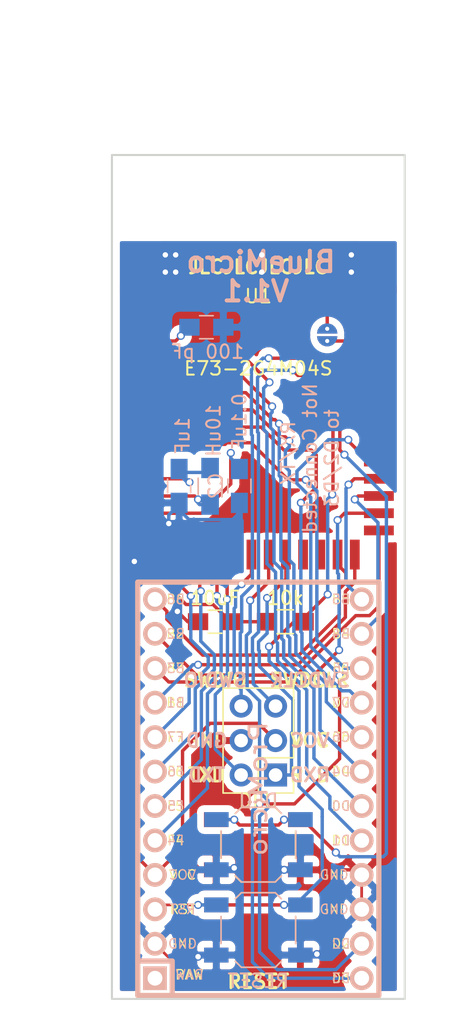
<source format=kicad_pcb>
(kicad_pcb (version 20171130) (host pcbnew "(5.0.0)")

  (general
    (thickness 1.6)
    (drawings 21)
    (tracks 494)
    (zones 0)
    (modules 14)
    (nets 32)
  )

  (page A4)
  (layers
    (0 F.Cu signal)
    (31 B.Cu signal)
    (32 B.Adhes user)
    (33 F.Adhes user)
    (34 B.Paste user)
    (35 F.Paste user)
    (36 B.SilkS user)
    (37 F.SilkS user)
    (38 B.Mask user)
    (39 F.Mask user)
    (40 Dwgs.User user)
    (41 Cmts.User user)
    (42 Eco1.User user)
    (43 Eco2.User user)
    (44 Edge.Cuts user)
    (45 Margin user)
    (46 B.CrtYd user)
    (47 F.CrtYd user)
    (48 B.Fab user)
    (49 F.Fab user)
  )

  (setup
    (last_trace_width 0.25)
    (user_trace_width 0.2)
    (user_trace_width 0.5)
    (trace_clearance 0.2)
    (zone_clearance 0.508)
    (zone_45_only yes)
    (trace_min 0.2)
    (segment_width 0.2)
    (edge_width 0.15)
    (via_size 0.6)
    (via_drill 0.4)
    (via_min_size 0.4)
    (via_min_drill 0.3)
    (uvia_size 0.3)
    (uvia_drill 0.1)
    (uvias_allowed no)
    (uvia_min_size 0.2)
    (uvia_min_drill 0.1)
    (pcb_text_width 0.3)
    (pcb_text_size 1.5 1.5)
    (mod_edge_width 0.15)
    (mod_text_size 1 1)
    (mod_text_width 0.15)
    (pad_size 3.25 3.25)
    (pad_drill 0)
    (pad_to_mask_clearance 0.2)
    (aux_axis_origin 0 0)
    (visible_elements 7FFFFFFF)
    (pcbplotparams
      (layerselection 0x010f0_ffffffff)
      (usegerberextensions false)
      (usegerberattributes false)
      (usegerberadvancedattributes false)
      (creategerberjobfile false)
      (excludeedgelayer true)
      (linewidth 0.100000)
      (plotframeref false)
      (viasonmask false)
      (mode 1)
      (useauxorigin false)
      (hpglpennumber 1)
      (hpglpenspeed 20)
      (hpglpendiameter 15.000000)
      (psnegative false)
      (psa4output false)
      (plotreference true)
      (plotvalue true)
      (plotinvisibletext false)
      (padsonsilk false)
      (subtractmaskfromsilk false)
      (outputformat 5)
      (mirror false)
      (drillshape 0)
      (scaleselection 1)
      (outputdirectory "svg/"))
  )

  (net 0 "")
  (net 1 GND)
  (net 2 "Net-(C1-Pad1)")
  (net 3 "Net-(C2-Pad1)")
  (net 4 VCC)
  (net 5 SWDIO)
  (net 6 RESET)
  (net 7 SWDCLK)
  (net 8 "Net-(L1-Pad2)")
  (net 9 DFU)
  (net 10 SCK)
  (net 11 /P0.11)
  (net 12 RXD)
  (net 13 TXD)
  (net 14 /P0.05)
  (net 15 /P0.04)
  (net 16 /P0.03)
  (net 17 /P0.02)
  (net 18 MOSI)
  (net 19 MISO)
  (net 20 /P0.15)
  (net 21 /P0.16)
  (net 22 SDA)
  (net 23 SCL)
  (net 24 /P0.27)
  (net 25 /P0.28)
  (net 26 /P0.29)
  (net 27 /P0.30)
  (net 28 "Net-(JP2-Pad1)")
  (net 29 /P0.07)
  (net 30 /P0.17)
  (net 31 "Net-(C4-Pad1)")

  (net_class Default "This is the default net class."
    (clearance 0.2)
    (trace_width 0.25)
    (via_dia 0.6)
    (via_drill 0.4)
    (uvia_dia 0.3)
    (uvia_drill 0.1)
    (add_net /P0.02)
    (add_net /P0.03)
    (add_net /P0.04)
    (add_net /P0.05)
    (add_net /P0.07)
    (add_net /P0.11)
    (add_net /P0.15)
    (add_net /P0.16)
    (add_net /P0.17)
    (add_net /P0.27)
    (add_net /P0.28)
    (add_net /P0.29)
    (add_net /P0.30)
    (add_net DFU)
    (add_net GND)
    (add_net MISO)
    (add_net MOSI)
    (add_net "Net-(C1-Pad1)")
    (add_net "Net-(C2-Pad1)")
    (add_net "Net-(C4-Pad1)")
    (add_net "Net-(JP2-Pad1)")
    (add_net "Net-(L1-Pad2)")
    (add_net RESET)
    (add_net RXD)
    (add_net SCK)
    (add_net SCL)
    (add_net SDA)
    (add_net SWDCLK)
    (add_net SWDIO)
    (add_net TXD)
    (add_net VCC)
  )

  (net_class Power ""
    (clearance 0.2)
    (trace_width 0.5)
    (via_dia 0.6)
    (via_drill 0.4)
    (uvia_dia 0.3)
    (uvia_drill 0.1)
  )

  (module E73:SW_TACT_ALPS_SKQGABE010 (layer B.Cu) (tedit 5AC8EA88) (tstamp 5AC2B418)
    (at 109.2315 142.295)
    (descr "Low-profile SMD Tactile Switch, https://www.e-switch.com/system/asset/product_line/data_sheet/165/TL3342.pdf")
    (tags "SPST Tactile Switch")
    (path /5AC2B849)
    (attr smd)
    (fp_text reference SW3 (at 0 3.75) (layer B.SilkS) hide
      (effects (font (size 1 1) (thickness 0.15)) (justify mirror))
    )
    (fp_text value DFU (at 0 -3.23) (layer B.SilkS)
      (effects (font (size 1 1) (thickness 0.15)) (justify mirror))
    )
    (fp_line (start 4 0.9) (end 3.6 1.3) (layer Eco1.User) (width 0.1))
    (fp_line (start 3.2 1.3) (end 4 0.5) (layer Eco1.User) (width 0.1))
    (fp_line (start 4 0.1) (end 2.8 1.3) (layer Eco1.User) (width 0.1))
    (fp_line (start 2.4 1.3) (end 4 -0.3) (layer Eco1.User) (width 0.1))
    (fp_line (start 4 -0.7) (end 2 1.3) (layer Eco1.User) (width 0.1))
    (fp_line (start 1.6 1.3) (end 4 -1.1) (layer Eco1.User) (width 0.1))
    (fp_line (start 1 -0.9) (end 1.4 -1.3) (layer Eco1.User) (width 0.1))
    (fp_line (start 1.8 -1.3) (end 1 -0.5) (layer Eco1.User) (width 0.1))
    (fp_line (start 1 -0.1) (end 2.2 -1.3) (layer Eco1.User) (width 0.1))
    (fp_line (start 2.6 -1.3) (end 1 0.3) (layer Eco1.User) (width 0.1))
    (fp_line (start 3 -1.3) (end 1 0.7) (layer Eco1.User) (width 0.1))
    (fp_line (start 1 1.1) (end 3.4 -1.3) (layer Eco1.User) (width 0.1))
    (fp_line (start 1.2 1.3) (end 3.8 -1.3) (layer Eco1.User) (width 0.1))
    (fp_line (start -1 0.9) (end -1.4 1.3) (layer Eco1.User) (width 0.1))
    (fp_line (start -1.8 1.3) (end -1 0.5) (layer Eco1.User) (width 0.1))
    (fp_line (start -1 0.1) (end -2.2 1.3) (layer Eco1.User) (width 0.1))
    (fp_line (start -2.6 1.3) (end -1 -0.3) (layer Eco1.User) (width 0.1))
    (fp_line (start -1 -0.7) (end -3 1.3) (layer Eco1.User) (width 0.1))
    (fp_line (start -4 -0.9) (end -3.6 -1.3) (layer Eco1.User) (width 0.1))
    (fp_line (start -3.2 -1.3) (end -4 -0.5) (layer Eco1.User) (width 0.1))
    (fp_line (start -4 -0.1) (end -2.8 -1.3) (layer Eco1.User) (width 0.1))
    (fp_line (start -2.4 -1.3) (end -4 0.3) (layer Eco1.User) (width 0.1))
    (fp_line (start -4 0.7) (end -2 -1.3) (layer Eco1.User) (width 0.1))
    (fp_line (start -1.6 -1.3) (end -4 1.1) (layer Eco1.User) (width 0.1))
    (fp_line (start -3.4 1.3) (end -1 -1.1) (layer Eco1.User) (width 0.1))
    (fp_line (start -3.8 1.3) (end -1.2 -1.3) (layer Eco1.User) (width 0.1))
    (fp_line (start 4 -1.3) (end 4 1.3) (layer Eco1.User) (width 0.1))
    (fp_line (start 1 -1.3) (end 4 -1.3) (layer Eco1.User) (width 0.1))
    (fp_line (start 1 1.3) (end 1 -1.3) (layer Eco1.User) (width 0.1))
    (fp_line (start 4 1.3) (end 1 1.3) (layer Eco1.User) (width 0.1))
    (fp_line (start -1 1.3) (end -4 1.3) (layer Eco1.User) (width 0.1))
    (fp_line (start -1 -1.3) (end -1 1.3) (layer Eco1.User) (width 0.1))
    (fp_line (start -4 -1.3) (end -1 -1.3) (layer Eco1.User) (width 0.1))
    (fp_line (start -4 1.3) (end -4 -1.3) (layer Eco1.User) (width 0.1))
    (fp_text user %R (at 0 3.75) (layer B.Fab)
      (effects (font (size 1 1) (thickness 0.15)) (justify mirror))
    )
    (fp_line (start 3.2 -2.1) (end 3.2 -1.6) (layer B.Fab) (width 0.1))
    (fp_line (start 3.2 2.1) (end 3.2 1.6) (layer B.Fab) (width 0.1))
    (fp_line (start -3.2 -2.1) (end -3.2 -1.6) (layer B.Fab) (width 0.1))
    (fp_line (start -3.2 2.1) (end -3.2 1.6) (layer B.Fab) (width 0.1))
    (fp_line (start 2.7 2.1) (end 2.7 1.6) (layer B.Fab) (width 0.1))
    (fp_line (start 1.7 2.1) (end 3.2 2.1) (layer B.Fab) (width 0.1))
    (fp_line (start 3.2 1.6) (end 2.2 1.6) (layer B.Fab) (width 0.1))
    (fp_line (start -2.7 2.1) (end -2.7 1.6) (layer B.Fab) (width 0.1))
    (fp_line (start -1.7 2.1) (end -3.2 2.1) (layer B.Fab) (width 0.1))
    (fp_line (start -3.2 1.6) (end -2.2 1.6) (layer B.Fab) (width 0.1))
    (fp_line (start -2.7 -2.1) (end -2.7 -1.6) (layer B.Fab) (width 0.1))
    (fp_line (start -3.2 -1.6) (end -2.2 -1.6) (layer B.Fab) (width 0.1))
    (fp_line (start -1.7 -2.1) (end -3.2 -2.1) (layer B.Fab) (width 0.1))
    (fp_line (start 1.7 -2.1) (end 3.2 -2.1) (layer B.Fab) (width 0.1))
    (fp_line (start 2.7 -2.1) (end 2.7 -1.6) (layer B.Fab) (width 0.1))
    (fp_line (start 3.2 -1.6) (end 2.2 -1.6) (layer B.Fab) (width 0.1))
    (fp_line (start -1.7 -2.3) (end -1.25 -2.75) (layer B.SilkS) (width 0.12))
    (fp_line (start 1.7 -2.3) (end 1.25 -2.75) (layer B.SilkS) (width 0.12))
    (fp_line (start 1.7 2.3) (end 1.25 2.75) (layer B.SilkS) (width 0.12))
    (fp_line (start -1.7 2.3) (end -1.25 2.75) (layer B.SilkS) (width 0.12))
    (fp_line (start -2 1) (end -1 2) (layer B.Fab) (width 0.1))
    (fp_line (start -1 2) (end 1 2) (layer B.Fab) (width 0.1))
    (fp_line (start 1 2) (end 2 1) (layer B.Fab) (width 0.1))
    (fp_line (start 2 1) (end 2 -1) (layer B.Fab) (width 0.1))
    (fp_line (start 2 -1) (end 1 -2) (layer B.Fab) (width 0.1))
    (fp_line (start 1 -2) (end -1 -2) (layer B.Fab) (width 0.1))
    (fp_line (start -1 -2) (end -2 -1) (layer B.Fab) (width 0.1))
    (fp_line (start -2 -1) (end -2 1) (layer B.Fab) (width 0.1))
    (fp_line (start 2.75 1) (end 2.75 -1) (layer B.SilkS) (width 0.12))
    (fp_line (start -1.25 -2.75) (end 1.25 -2.75) (layer B.SilkS) (width 0.12))
    (fp_line (start -2.75 1) (end -2.75 -1) (layer B.SilkS) (width 0.12))
    (fp_line (start -1.25 2.75) (end 1.25 2.75) (layer B.SilkS) (width 0.12))
    (fp_line (start -2.6 1.2) (end -2.6 -1.2) (layer B.Fab) (width 0.1))
    (fp_line (start -2.6 -1.2) (end -1.2 -2.6) (layer B.Fab) (width 0.1))
    (fp_line (start -1.2 -2.6) (end 1.2 -2.6) (layer B.Fab) (width 0.1))
    (fp_line (start 1.2 -2.6) (end 2.6 -1.2) (layer B.Fab) (width 0.1))
    (fp_line (start 2.6 -1.2) (end 2.6 1.2) (layer B.Fab) (width 0.1))
    (fp_line (start 2.6 1.2) (end 1.2 2.6) (layer B.Fab) (width 0.1))
    (fp_line (start 1.2 2.6) (end -1.2 2.6) (layer B.Fab) (width 0.1))
    (fp_line (start -1.2 2.6) (end -2.6 1.2) (layer B.Fab) (width 0.1))
    (fp_line (start -4.25 3) (end 4.25 3) (layer B.CrtYd) (width 0.05))
    (fp_line (start 4.25 3) (end 4.25 -3) (layer B.CrtYd) (width 0.05))
    (fp_line (start 4.25 -3) (end -4.25 -3) (layer B.CrtYd) (width 0.05))
    (fp_line (start -4.25 -3) (end -4.25 3) (layer B.CrtYd) (width 0.05))
    (fp_circle (center 0 0) (end 1 0) (layer B.Fab) (width 0.1))
    (pad 1 smd rect (at -3.1 1.85) (size 1.8 1.1) (layers B.Cu B.Paste B.Mask)
      (net 1 GND))
    (pad 1 smd rect (at 3.1 1.85) (size 1.8 1.1) (layers B.Cu B.Paste B.Mask)
      (net 1 GND))
    (pad 2 smd rect (at -3.1 -1.85) (size 1.8 1.1) (layers B.Cu B.Paste B.Mask)
      (net 9 DFU))
    (pad 2 smd rect (at 3.1 -1.85) (size 1.8 1.1) (layers B.Cu B.Paste B.Mask)
      (net 9 DFU))
    (model ${KISYS3DMOD}/Buttons_Switches_SMD.3dshapes/SW_SPST_TL3342.wrl
      (at (xyz 0 0 0))
      (scale (xyz 1 1 1))
      (rotate (xyz 0 0 0))
    )
  )

  (module footprints:Pro_Micro (layer B.Cu) (tedit 5AC8109B) (tstamp 5AC2AF10)
    (at 109.22 139.7)
    (path /5AC0283B)
    (fp_text reference U2 (at 0.508 14.732) (layer Eco1.User)
      (effects (font (size 1.27 1.524) (thickness 0.2032)))
    )
    (fp_text value ProMicro (at 0 -1.524 90) (layer B.SilkS)
      (effects (font (size 1.27 1.524) (thickness 0.2032)) (justify mirror))
    )
    (fp_line (start -6.35 11.176) (end -8.89 11.176) (layer F.SilkS) (width 0.381))
    (fp_line (start -6.35 13.716) (end -6.35 11.176) (layer F.SilkS) (width 0.381))
    (fp_line (start 8.89 -16.764) (end 8.89 13.716) (layer F.SilkS) (width 0.381))
    (fp_line (start -8.89 -16.764) (end 8.89 -16.764) (layer F.SilkS) (width 0.381))
    (fp_line (start -8.89 13.716) (end -8.89 -16.764) (layer F.SilkS) (width 0.381))
    (fp_line (start 8.89 13.716) (end -8.89 13.716) (layer F.SilkS) (width 0.381))
    (fp_text user RAW (at -5.08 12.192) (layer F.SilkS)
      (effects (font (size 0.7 0.7) (thickness 0.1)))
    )
    (fp_text user GND (at -5.588 9.906) (layer F.SilkS)
      (effects (font (size 0.7 0.7) (thickness 0.1)))
    )
    (fp_text user RST (at -5.588 7.366) (layer F.SilkS)
      (effects (font (size 0.7 0.7) (thickness 0.1)))
    )
    (fp_text user VCC (at -5.588 4.826) (layer F.SilkS)
      (effects (font (size 0.7 0.7) (thickness 0.1)))
    )
    (fp_text user F4 (at -6.096 2.286) (layer F.SilkS)
      (effects (font (size 0.7 0.7) (thickness 0.1)))
    )
    (fp_text user F5 (at -6.096 -0.254) (layer F.SilkS)
      (effects (font (size 0.7 0.7) (thickness 0.1)))
    )
    (fp_text user F7 (at -6.096 -5.334) (layer F.SilkS)
      (effects (font (size 0.7 0.7) (thickness 0.1)))
    )
    (fp_text user F6 (at -6.096 -2.794) (layer F.SilkS)
      (effects (font (size 0.7 0.7) (thickness 0.1)))
    )
    (fp_text user B1 (at -6.096 -7.874) (layer F.SilkS)
      (effects (font (size 0.7 0.7) (thickness 0.1)))
    )
    (fp_text user B3 (at -6.096 -10.414) (layer F.SilkS)
      (effects (font (size 0.7 0.7) (thickness 0.1)))
    )
    (fp_text user B2 (at -6.096 -12.954) (layer F.SilkS)
      (effects (font (size 0.7 0.7) (thickness 0.1)))
    )
    (fp_text user B6 (at -6.096 -15.494) (layer F.SilkS)
      (effects (font (size 0.7 0.7) (thickness 0.1)))
    )
    (fp_text user D3 (at 6.096 12.446) (layer F.SilkS)
      (effects (font (size 0.7 0.7) (thickness 0.1)))
    )
    (fp_text user D2 (at 6.096 9.906) (layer F.SilkS)
      (effects (font (size 0.7 0.7) (thickness 0.1)))
    )
    (fp_text user GND (at 5.588 7.366) (layer F.SilkS)
      (effects (font (size 0.7 0.7) (thickness 0.1)))
    )
    (fp_text user GND (at 5.588 4.826) (layer F.SilkS)
      (effects (font (size 0.7 0.7) (thickness 0.1)))
    )
    (fp_text user D1 (at 6.096 2.286) (layer F.SilkS)
      (effects (font (size 0.7 0.7) (thickness 0.1)))
    )
    (fp_text user D0 (at 6.096 -0.254) (layer F.SilkS)
      (effects (font (size 0.7 0.7) (thickness 0.1)))
    )
    (fp_text user D4 (at 6.096 -2.794) (layer F.SilkS)
      (effects (font (size 0.7 0.7) (thickness 0.1)))
    )
    (fp_text user C6 (at 6.096 -5.334) (layer F.SilkS)
      (effects (font (size 0.7 0.7) (thickness 0.1)))
    )
    (fp_text user D7 (at 6.096 -7.874) (layer F.SilkS)
      (effects (font (size 0.7 0.7) (thickness 0.1)))
    )
    (fp_text user E6 (at 6.096 -10.414) (layer F.SilkS)
      (effects (font (size 0.7 0.7) (thickness 0.1)))
    )
    (fp_text user B4 (at 6.096 -12.954) (layer F.SilkS)
      (effects (font (size 0.7 0.7) (thickness 0.1)))
    )
    (fp_text user B5 (at 6.096 -15.494) (layer F.SilkS)
      (effects (font (size 0.7 0.7) (thickness 0.1)))
    )
    (fp_text user B5 (at 6.096 -15.494) (layer B.SilkS)
      (effects (font (size 0.7 0.7) (thickness 0.1)) (justify mirror))
    )
    (fp_text user B4 (at 6.096 -12.954) (layer B.SilkS)
      (effects (font (size 0.7 0.7) (thickness 0.1)) (justify mirror))
    )
    (fp_text user E6 (at 6.096 -10.414) (layer B.SilkS)
      (effects (font (size 0.7 0.7) (thickness 0.1)) (justify mirror))
    )
    (fp_text user D7 (at 6.096 -7.874) (layer B.SilkS)
      (effects (font (size 0.7 0.7) (thickness 0.1)) (justify mirror))
    )
    (fp_text user C6 (at 6.096 -5.334) (layer B.SilkS)
      (effects (font (size 0.7 0.7) (thickness 0.1)) (justify mirror))
    )
    (fp_text user D4 (at 6.096 -2.794) (layer B.SilkS)
      (effects (font (size 0.7 0.7) (thickness 0.1)) (justify mirror))
    )
    (fp_text user D0 (at 6.096 -0.254) (layer B.SilkS)
      (effects (font (size 0.7 0.7) (thickness 0.1)) (justify mirror))
    )
    (fp_text user D1 (at 6.096 2.286) (layer B.SilkS)
      (effects (font (size 0.7 0.7) (thickness 0.1)) (justify mirror))
    )
    (fp_text user GND (at 5.588 4.826) (layer B.SilkS)
      (effects (font (size 0.7 0.7) (thickness 0.1)) (justify mirror))
    )
    (fp_text user GND (at 5.588 7.366) (layer B.SilkS)
      (effects (font (size 0.7 0.7) (thickness 0.1)) (justify mirror))
    )
    (fp_text user D2 (at 6.096 9.906) (layer B.SilkS)
      (effects (font (size 0.7 0.7) (thickness 0.1)) (justify mirror))
    )
    (fp_text user D3 (at 6.096 12.446) (layer B.SilkS)
      (effects (font (size 0.7 0.7) (thickness 0.1)) (justify mirror))
    )
    (fp_text user B6 (at -6.096 -15.494) (layer B.SilkS)
      (effects (font (size 0.7 0.7) (thickness 0.1)) (justify mirror))
    )
    (fp_text user B2 (at -6.096 -12.954) (layer B.SilkS)
      (effects (font (size 0.7 0.7) (thickness 0.1)) (justify mirror))
    )
    (fp_text user B3 (at -6.096 -10.414) (layer B.SilkS)
      (effects (font (size 0.7 0.7) (thickness 0.1)) (justify mirror))
    )
    (fp_text user B1 (at -6.096 -7.874) (layer B.SilkS)
      (effects (font (size 0.7 0.7) (thickness 0.1)) (justify mirror))
    )
    (fp_text user F6 (at -6.096 -2.794) (layer B.SilkS)
      (effects (font (size 0.7 0.7) (thickness 0.1)) (justify mirror))
    )
    (fp_text user F7 (at -6.096 -5.334) (layer B.SilkS)
      (effects (font (size 0.7 0.7) (thickness 0.1)) (justify mirror))
    )
    (fp_text user F5 (at -6.096 -0.254) (layer B.SilkS)
      (effects (font (size 0.7 0.7) (thickness 0.1)) (justify mirror))
    )
    (fp_text user F4 (at -6.096 2.286) (layer B.SilkS)
      (effects (font (size 0.7 0.7) (thickness 0.1)) (justify mirror))
    )
    (fp_text user VCC (at -5.588 4.826) (layer B.SilkS)
      (effects (font (size 0.7 0.7) (thickness 0.1)) (justify mirror))
    )
    (fp_text user RST (at -5.588 7.366) (layer B.SilkS)
      (effects (font (size 0.7 0.7) (thickness 0.1)) (justify mirror))
    )
    (fp_text user GND (at -5.588 9.906) (layer B.SilkS)
      (effects (font (size 0.7 0.7) (thickness 0.1)) (justify mirror))
    )
    (fp_text user RAW (at -5.08 12.192) (layer B.SilkS)
      (effects (font (size 0.7 0.7) (thickness 0.1)) (justify mirror))
    )
    (fp_line (start 8.89 13.716) (end -8.89 13.716) (layer B.SilkS) (width 0.381))
    (fp_line (start -8.89 13.716) (end -8.89 -16.764) (layer B.SilkS) (width 0.381))
    (fp_line (start -8.89 -16.764) (end 8.89 -16.764) (layer B.SilkS) (width 0.381))
    (fp_line (start 8.89 -16.764) (end 8.89 13.716) (layer B.SilkS) (width 0.381))
    (fp_line (start -6.35 13.716) (end -6.35 11.176) (layer B.SilkS) (width 0.381))
    (fp_line (start -6.35 11.176) (end -8.89 11.176) (layer B.SilkS) (width 0.381))
    (pad 1 thru_hole rect (at -7.62 12.446 90) (size 1.7526 1.7526) (drill 1.0922) (layers *.Cu *.SilkS *.Mask))
    (pad 2 thru_hole circle (at -7.62 9.906 90) (size 1.7526 1.7526) (drill 1.0922) (layers *.Cu *.SilkS *.Mask)
      (net 1 GND))
    (pad 3 thru_hole circle (at -7.62 7.366 90) (size 1.7526 1.7526) (drill 1.0922) (layers *.Cu *.SilkS *.Mask)
      (net 6 RESET))
    (pad 4 thru_hole circle (at -7.62 4.826 90) (size 1.7526 1.7526) (drill 1.0922) (layers *.Cu *.SilkS *.Mask)
      (net 4 VCC))
    (pad 5 thru_hole circle (at -7.62 2.286 90) (size 1.7526 1.7526) (drill 1.0922) (layers *.Cu *.SilkS *.Mask)
      (net 14 /P0.05))
    (pad 6 thru_hole circle (at -7.62 -0.254 90) (size 1.7526 1.7526) (drill 1.0922) (layers *.Cu *.SilkS *.Mask)
      (net 15 /P0.04))
    (pad 7 thru_hole circle (at -7.62 -2.794 90) (size 1.7526 1.7526) (drill 1.0922) (layers *.Cu *.SilkS *.Mask)
      (net 16 /P0.03))
    (pad 8 thru_hole circle (at -7.62 -5.334 90) (size 1.7526 1.7526) (drill 1.0922) (layers *.Cu *.SilkS *.Mask)
      (net 17 /P0.02))
    (pad 9 thru_hole circle (at -7.62 -7.874 90) (size 1.7526 1.7526) (drill 1.0922) (layers *.Cu *.SilkS *.Mask)
      (net 10 SCK))
    (pad 10 thru_hole circle (at -7.62 -10.414 90) (size 1.7526 1.7526) (drill 1.0922) (layers *.Cu *.SilkS *.Mask)
      (net 19 MISO))
    (pad 11 thru_hole circle (at -7.62 -12.954 90) (size 1.7526 1.7526) (drill 1.0922) (layers *.Cu *.SilkS *.Mask)
      (net 18 MOSI))
    (pad 12 thru_hole circle (at -7.62 -15.494 90) (size 1.7526 1.7526) (drill 1.0922) (layers *.Cu *.SilkS *.Mask)
      (net 11 /P0.11))
    (pad 24 thru_hole circle (at 7.62 -15.494 90) (size 1.7526 1.7526) (drill 1.0922) (layers *.Cu *.SilkS *.Mask)
      (net 21 /P0.16))
    (pad 23 thru_hole circle (at 7.62 -12.954 90) (size 1.7526 1.7526) (drill 1.0922) (layers *.Cu *.SilkS *.Mask)
      (net 20 /P0.15))
    (pad 22 thru_hole circle (at 7.62 -10.414 90) (size 1.7526 1.7526) (drill 1.0922) (layers *.Cu *.SilkS *.Mask)
      (net 27 /P0.30))
    (pad 21 thru_hole circle (at 7.62 -7.874 90) (size 1.7526 1.7526) (drill 1.0922) (layers *.Cu *.SilkS *.Mask)
      (net 26 /P0.29))
    (pad 20 thru_hole circle (at 7.62 -5.334 90) (size 1.7526 1.7526) (drill 1.0922) (layers *.Cu *.SilkS *.Mask)
      (net 25 /P0.28))
    (pad 19 thru_hole circle (at 7.62 -2.794 90) (size 1.7526 1.7526) (drill 1.0922) (layers *.Cu *.SilkS *.Mask)
      (net 24 /P0.27))
    (pad 18 thru_hole circle (at 7.62 -0.254 90) (size 1.7526 1.7526) (drill 1.0922) (layers *.Cu *.SilkS *.Mask)
      (net 23 SCL))
    (pad 17 thru_hole circle (at 7.62 2.286 90) (size 1.7526 1.7526) (drill 1.0922) (layers *.Cu *.SilkS *.Mask)
      (net 22 SDA))
    (pad 16 thru_hole circle (at 7.62 4.826 90) (size 1.7526 1.7526) (drill 1.0922) (layers *.Cu *.SilkS *.Mask)
      (net 1 GND))
    (pad 15 thru_hole circle (at 7.62 7.366 90) (size 1.7526 1.7526) (drill 1.0922) (layers *.Cu *.SilkS *.Mask)
      (net 1 GND))
    (pad 14 thru_hole circle (at 7.62 9.906 90) (size 1.7526 1.7526) (drill 1.0922) (layers *.Cu *.SilkS *.Mask)
      (net 29 /P0.07))
    (pad 13 thru_hole circle (at 7.62 12.446 90) (size 1.7526 1.7526) (drill 1.0922) (layers *.Cu *.SilkS *.Mask)
      (net 30 /P0.17))
  )

  (module Capacitors_SMD:C_0805_HandSoldering (layer B.Cu) (tedit 5AC810F1) (tstamp 5AC2AE6E)
    (at 103.378 115.844 270)
    (descr "Capacitor SMD 0805, hand soldering")
    (tags "capacitor 0805")
    (path /5ABAB8FF)
    (attr smd)
    (fp_text reference C1 (at 0 1.75 270) (layer B.SilkS) hide
      (effects (font (size 1 1) (thickness 0.15)) (justify mirror))
    )
    (fp_text value 1uF (at -3.703 -0.254 270) (layer B.SilkS)
      (effects (font (size 1 1) (thickness 0.15)) (justify mirror))
    )
    (fp_text user %R (at 0 1.75 270) (layer B.Fab)
      (effects (font (size 1 1) (thickness 0.15)) (justify mirror))
    )
    (fp_line (start -1 -0.62) (end -1 0.62) (layer B.Fab) (width 0.1))
    (fp_line (start 1 -0.62) (end -1 -0.62) (layer B.Fab) (width 0.1))
    (fp_line (start 1 0.62) (end 1 -0.62) (layer B.Fab) (width 0.1))
    (fp_line (start -1 0.62) (end 1 0.62) (layer B.Fab) (width 0.1))
    (fp_line (start 0.5 0.85) (end -0.5 0.85) (layer B.SilkS) (width 0.12))
    (fp_line (start -0.5 -0.85) (end 0.5 -0.85) (layer B.SilkS) (width 0.12))
    (fp_line (start -2.25 0.88) (end 2.25 0.88) (layer B.CrtYd) (width 0.05))
    (fp_line (start -2.25 0.88) (end -2.25 -0.87) (layer B.CrtYd) (width 0.05))
    (fp_line (start 2.25 -0.87) (end 2.25 0.88) (layer B.CrtYd) (width 0.05))
    (fp_line (start 2.25 -0.87) (end -2.25 -0.87) (layer B.CrtYd) (width 0.05))
    (pad 1 smd rect (at -1.25 0 270) (size 1.5 1.25) (layers B.Cu B.Paste B.Mask)
      (net 2 "Net-(C1-Pad1)"))
    (pad 2 smd rect (at 1.25 0 270) (size 1.5 1.25) (layers B.Cu B.Paste B.Mask)
      (net 1 GND))
    (model Capacitors_SMD.3dshapes/C_0805.wrl
      (at (xyz 0 0 0))
      (scale (xyz 1 1 1))
      (rotate (xyz 0 0 0))
    )
  )

  (module Capacitors_SMD:C_0805_HandSoldering (layer F.Cu) (tedit 5AC80F93) (tstamp 5AC2AE7A)
    (at 106.025 125.857 180)
    (descr "Capacitor SMD 0805, hand soldering")
    (tags "capacitor 0805")
    (path /5ABAB958)
    (attr smd)
    (fp_text reference C3 (at 0 -1.75 180) (layer F.SilkS) hide
      (effects (font (size 1 1) (thickness 0.15)))
    )
    (fp_text value 10uF (at 0 1.75 180) (layer F.SilkS)
      (effects (font (size 1 1) (thickness 0.15)))
    )
    (fp_text user %R (at 0 -1.75 180) (layer F.Fab)
      (effects (font (size 1 1) (thickness 0.15)))
    )
    (fp_line (start -1 0.62) (end -1 -0.62) (layer F.Fab) (width 0.1))
    (fp_line (start 1 0.62) (end -1 0.62) (layer F.Fab) (width 0.1))
    (fp_line (start 1 -0.62) (end 1 0.62) (layer F.Fab) (width 0.1))
    (fp_line (start -1 -0.62) (end 1 -0.62) (layer F.Fab) (width 0.1))
    (fp_line (start 0.5 -0.85) (end -0.5 -0.85) (layer F.SilkS) (width 0.12))
    (fp_line (start -0.5 0.85) (end 0.5 0.85) (layer F.SilkS) (width 0.12))
    (fp_line (start -2.25 -0.88) (end 2.25 -0.88) (layer F.CrtYd) (width 0.05))
    (fp_line (start -2.25 -0.88) (end -2.25 0.87) (layer F.CrtYd) (width 0.05))
    (fp_line (start 2.25 0.87) (end 2.25 -0.88) (layer F.CrtYd) (width 0.05))
    (fp_line (start 2.25 0.87) (end -2.25 0.87) (layer F.CrtYd) (width 0.05))
    (pad 1 smd rect (at -1.25 0 180) (size 1.5 1.25) (layers F.Cu F.Paste F.Mask)
      (net 4 VCC))
    (pad 2 smd rect (at 1.25 0 180) (size 1.5 1.25) (layers F.Cu F.Paste F.Mask)
      (net 1 GND))
    (model Capacitors_SMD.3dshapes/C_0805.wrl
      (at (xyz 0 0 0))
      (scale (xyz 1 1 1))
      (rotate (xyz 0 0 0))
    )
  )

  (module E73:SolderJumperSingle (layer F.Cu) (tedit 5ABA3B37) (tstamp 5AC2AEA8)
    (at 114.3 104.706 90)
    (path /5AC0108C)
    (solder_mask_margin 0.001)
    (solder_paste_margin -0.02)
    (clearance 0.001)
    (fp_text reference JP2 (at -0.508 1.016 90) (layer Cmts.User) hide
      (effects (font (size 0.3 0.3) (thickness 0.03)))
    )
    (fp_text value "Factory Reset" (at 0 -1.524 90) (layer F.SilkS) hide
      (effects (font (size 0.4 0.4) (thickness 0.04)))
    )
    (fp_poly (pts (xy -0.1 -0.75) (xy -0.3565 -0.7048) (xy -0.5821 -0.5745) (xy -0.7495 -0.375)
      (xy -0.8386 -0.1302) (xy -0.8386 0.1302) (xy -0.7495 0.375) (xy -0.5821 0.5745)
      (xy -0.3565 0.7048) (xy -0.1 0.75) (xy -0.1 -0.75)) (layer F.Cu) (width 0.01))
    (fp_poly (pts (xy 0.1 0.75) (xy 0.3565 0.7048) (xy 0.5821 0.5745) (xy 0.7495 0.375)
      (xy 0.8386 0.1302) (xy 0.8386 -0.1302) (xy 0.7495 -0.375) (xy 0.5821 -0.5745)
      (xy 0.3565 -0.7048) (xy 0.1 -0.75) (xy 0.1 0.75)) (layer F.Cu) (width 0.01))
    (fp_poly (pts (xy -0.1 -0.75) (xy -0.3565 -0.7048) (xy -0.5821 -0.5745) (xy -0.7495 -0.375)
      (xy -0.8386 -0.1302) (xy -0.8386 0.1302) (xy -0.7495 0.375) (xy -0.5821 0.5745)
      (xy -0.3565 0.7048) (xy -0.1 0.75) (xy -0.1 -0.75)) (layer B.Cu) (width 0.01))
    (fp_poly (pts (xy 0.1 0.75) (xy 0.3565 0.7048) (xy 0.5821 0.5745) (xy 0.7495 0.375)
      (xy 0.8386 0.1302) (xy 0.8386 -0.1302) (xy 0.7495 -0.375) (xy 0.5821 -0.5745)
      (xy 0.3565 -0.7048) (xy 0.1 -0.75) (xy 0.1 0.75)) (layer B.Cu) (width 0.01))
    (pad 2 thru_hole circle (at 0.45 0 90) (size 0.4 0.4) (drill 0.3) (layers *.Cu *.Mask)
      (net 1 GND))
    (pad 1 thru_hole circle (at -0.45 0 90) (size 0.4 0.4) (drill 0.3) (layers *.Cu *.Mask)
      (net 28 "Net-(JP2-Pad1)"))
    (pad 1 thru_hole circle (at -0.45 0 90) (size 0.4 0.4) (drill 0.3) (layers *.Cu *.Mask)
      (net 28 "Net-(JP2-Pad1)"))
    (pad 2 thru_hole circle (at 0.45 0 90) (size 0.4 0.4) (drill 0.3) (layers *.Cu *.Mask)
      (net 1 GND))
  )

  (module Inductors_SMD:L_0805_HandSoldering (layer B.Cu) (tedit 5AC810DE) (tstamp 5AC2AEAE)
    (at 105.664 115.871 270)
    (descr "Resistor SMD 0805, hand soldering")
    (tags "resistor 0805")
    (path /5ABAB844)
    (attr smd)
    (fp_text reference L1 (at 0 2.1 270) (layer B.SilkS) hide
      (effects (font (size 1 1) (thickness 0.15)) (justify mirror))
    )
    (fp_text value 10uH (at -4.111 -0.254 270) (layer B.SilkS)
      (effects (font (size 1 1) (thickness 0.15)) (justify mirror))
    )
    (fp_text user %R (at 0 0 270) (layer B.Fab) hide
      (effects (font (size 0.5 0.5) (thickness 0.075)) (justify mirror))
    )
    (fp_line (start -1 -0.62) (end -1 0.62) (layer B.Fab) (width 0.1))
    (fp_line (start 1 -0.62) (end -1 -0.62) (layer B.Fab) (width 0.1))
    (fp_line (start 1 0.62) (end 1 -0.62) (layer B.Fab) (width 0.1))
    (fp_line (start -1 0.62) (end 1 0.62) (layer B.Fab) (width 0.1))
    (fp_line (start -2.4 1) (end 2.4 1) (layer B.CrtYd) (width 0.05))
    (fp_line (start -2.4 -1) (end 2.4 -1) (layer B.CrtYd) (width 0.05))
    (fp_line (start -2.4 1) (end -2.4 -1) (layer B.CrtYd) (width 0.05))
    (fp_line (start 2.4 1) (end 2.4 -1) (layer B.CrtYd) (width 0.05))
    (fp_line (start 0.6 -0.88) (end -0.6 -0.88) (layer B.SilkS) (width 0.12))
    (fp_line (start -0.6 0.88) (end 0.6 0.88) (layer B.SilkS) (width 0.12))
    (pad 1 smd rect (at -1.35 0 270) (size 1.5 1.3) (layers B.Cu B.Paste B.Mask)
      (net 2 "Net-(C1-Pad1)"))
    (pad 2 smd rect (at 1.35 0 270) (size 1.5 1.3) (layers B.Cu B.Paste B.Mask)
      (net 8 "Net-(L1-Pad2)"))
    (model ${KISYS3DMOD}/Inductors_SMD.3dshapes/L_0805.wrl
      (at (xyz 0 0 0))
      (scale (xyz 1 1 1))
      (rotate (xyz 0 0 0))
    )
  )

  (module Resistors_SMD:R_0805_HandSoldering (layer F.Cu) (tedit 5AC80FAE) (tstamp 5AC2AEB4)
    (at 111.205 125.857 180)
    (descr "Resistor SMD 0805, hand soldering")
    (tags "resistor 0805")
    (path /5ABC4496)
    (attr smd)
    (fp_text reference R1 (at 0 -1.7 180) (layer F.SilkS) hide
      (effects (font (size 1 1) (thickness 0.15)))
    )
    (fp_text value 10k (at 0 1.75 180) (layer F.SilkS)
      (effects (font (size 1 1) (thickness 0.15)))
    )
    (fp_text user %R (at 0 0 180) (layer F.Fab)
      (effects (font (size 0.5 0.5) (thickness 0.075)))
    )
    (fp_line (start -1 0.62) (end -1 -0.62) (layer F.Fab) (width 0.1))
    (fp_line (start 1 0.62) (end -1 0.62) (layer F.Fab) (width 0.1))
    (fp_line (start 1 -0.62) (end 1 0.62) (layer F.Fab) (width 0.1))
    (fp_line (start -1 -0.62) (end 1 -0.62) (layer F.Fab) (width 0.1))
    (fp_line (start 0.6 0.88) (end -0.6 0.88) (layer F.SilkS) (width 0.12))
    (fp_line (start -0.6 -0.88) (end 0.6 -0.88) (layer F.SilkS) (width 0.12))
    (fp_line (start -2.35 -0.9) (end 2.35 -0.9) (layer F.CrtYd) (width 0.05))
    (fp_line (start -2.35 -0.9) (end -2.35 0.9) (layer F.CrtYd) (width 0.05))
    (fp_line (start 2.35 0.9) (end 2.35 -0.9) (layer F.CrtYd) (width 0.05))
    (fp_line (start 2.35 0.9) (end -2.35 0.9) (layer F.CrtYd) (width 0.05))
    (pad 1 smd rect (at -1.35 0 180) (size 1.5 1.3) (layers F.Cu F.Paste F.Mask)
      (net 6 RESET))
    (pad 2 smd rect (at 1.35 0 180) (size 1.5 1.3) (layers F.Cu F.Paste F.Mask)
      (net 4 VCC))
    (model ${KISYS3DMOD}/Resistors_SMD.3dshapes/R_0805.wrl
      (at (xyz 0 0 0))
      (scale (xyz 1 1 1))
      (rotate (xyz 0 0 0))
    )
  )

  (module E73:SW_TACT_ALPS_SKQGABE010 (layer F.Cu) (tedit 5AC8EA7E) (tstamp 5AC2AEBC)
    (at 109.2085 142.3035 180)
    (descr "Low-profile SMD Tactile Switch, https://www.e-switch.com/system/asset/product_line/data_sheet/165/TL3342.pdf")
    (tags "SPST Tactile Switch")
    (path /5ABC3E0E)
    (attr smd)
    (fp_text reference SW1 (at 0 -3.75 180) (layer F.SilkS) hide
      (effects (font (size 1 1) (thickness 0.15)))
    )
    (fp_text value DFU (at -0.0115 3.2385 180) (layer F.SilkS)
      (effects (font (size 1 1) (thickness 0.15)))
    )
    (fp_line (start 4 -0.9) (end 3.6 -1.3) (layer Eco1.User) (width 0.1))
    (fp_line (start 3.2 -1.3) (end 4 -0.5) (layer Eco1.User) (width 0.1))
    (fp_line (start 4 -0.1) (end 2.8 -1.3) (layer Eco1.User) (width 0.1))
    (fp_line (start 2.4 -1.3) (end 4 0.3) (layer Eco1.User) (width 0.1))
    (fp_line (start 4 0.7) (end 2 -1.3) (layer Eco1.User) (width 0.1))
    (fp_line (start 1.6 -1.3) (end 4 1.1) (layer Eco1.User) (width 0.1))
    (fp_line (start 1 0.9) (end 1.4 1.3) (layer Eco1.User) (width 0.1))
    (fp_line (start 1.8 1.3) (end 1 0.5) (layer Eco1.User) (width 0.1))
    (fp_line (start 1 0.1) (end 2.2 1.3) (layer Eco1.User) (width 0.1))
    (fp_line (start 2.6 1.3) (end 1 -0.3) (layer Eco1.User) (width 0.1))
    (fp_line (start 3 1.3) (end 1 -0.7) (layer Eco1.User) (width 0.1))
    (fp_line (start 1 -1.1) (end 3.4 1.3) (layer Eco1.User) (width 0.1))
    (fp_line (start 1.2 -1.3) (end 3.8 1.3) (layer Eco1.User) (width 0.1))
    (fp_line (start -1 -0.9) (end -1.4 -1.3) (layer Eco1.User) (width 0.1))
    (fp_line (start -1.8 -1.3) (end -1 -0.5) (layer Eco1.User) (width 0.1))
    (fp_line (start -1 -0.1) (end -2.2 -1.3) (layer Eco1.User) (width 0.1))
    (fp_line (start -2.6 -1.3) (end -1 0.3) (layer Eco1.User) (width 0.1))
    (fp_line (start -1 0.7) (end -3 -1.3) (layer Eco1.User) (width 0.1))
    (fp_line (start -4 0.9) (end -3.6 1.3) (layer Eco1.User) (width 0.1))
    (fp_line (start -3.2 1.3) (end -4 0.5) (layer Eco1.User) (width 0.1))
    (fp_line (start -4 0.1) (end -2.8 1.3) (layer Eco1.User) (width 0.1))
    (fp_line (start -2.4 1.3) (end -4 -0.3) (layer Eco1.User) (width 0.1))
    (fp_line (start -4 -0.7) (end -2 1.3) (layer Eco1.User) (width 0.1))
    (fp_line (start -1.6 1.3) (end -4 -1.1) (layer Eco1.User) (width 0.1))
    (fp_line (start -3.4 -1.3) (end -1 1.1) (layer Eco1.User) (width 0.1))
    (fp_line (start -3.8 -1.3) (end -1.2 1.3) (layer Eco1.User) (width 0.1))
    (fp_line (start 4 1.3) (end 4 -1.3) (layer Eco1.User) (width 0.1))
    (fp_line (start 1 1.3) (end 4 1.3) (layer Eco1.User) (width 0.1))
    (fp_line (start 1 -1.3) (end 1 1.3) (layer Eco1.User) (width 0.1))
    (fp_line (start 4 -1.3) (end 1 -1.3) (layer Eco1.User) (width 0.1))
    (fp_line (start -1 -1.3) (end -4 -1.3) (layer Eco1.User) (width 0.1))
    (fp_line (start -1 1.3) (end -1 -1.3) (layer Eco1.User) (width 0.1))
    (fp_line (start -4 1.3) (end -1 1.3) (layer Eco1.User) (width 0.1))
    (fp_line (start -4 -1.3) (end -4 1.3) (layer Eco1.User) (width 0.1))
    (fp_text user %R (at 0 -3.75 180) (layer F.Fab)
      (effects (font (size 1 1) (thickness 0.15)))
    )
    (fp_line (start 3.2 2.1) (end 3.2 1.6) (layer F.Fab) (width 0.1))
    (fp_line (start 3.2 -2.1) (end 3.2 -1.6) (layer F.Fab) (width 0.1))
    (fp_line (start -3.2 2.1) (end -3.2 1.6) (layer F.Fab) (width 0.1))
    (fp_line (start -3.2 -2.1) (end -3.2 -1.6) (layer F.Fab) (width 0.1))
    (fp_line (start 2.7 -2.1) (end 2.7 -1.6) (layer F.Fab) (width 0.1))
    (fp_line (start 1.7 -2.1) (end 3.2 -2.1) (layer F.Fab) (width 0.1))
    (fp_line (start 3.2 -1.6) (end 2.2 -1.6) (layer F.Fab) (width 0.1))
    (fp_line (start -2.7 -2.1) (end -2.7 -1.6) (layer F.Fab) (width 0.1))
    (fp_line (start -1.7 -2.1) (end -3.2 -2.1) (layer F.Fab) (width 0.1))
    (fp_line (start -3.2 -1.6) (end -2.2 -1.6) (layer F.Fab) (width 0.1))
    (fp_line (start -2.7 2.1) (end -2.7 1.6) (layer F.Fab) (width 0.1))
    (fp_line (start -3.2 1.6) (end -2.2 1.6) (layer F.Fab) (width 0.1))
    (fp_line (start -1.7 2.1) (end -3.2 2.1) (layer F.Fab) (width 0.1))
    (fp_line (start 1.7 2.1) (end 3.2 2.1) (layer F.Fab) (width 0.1))
    (fp_line (start 2.7 2.1) (end 2.7 1.6) (layer F.Fab) (width 0.1))
    (fp_line (start 3.2 1.6) (end 2.2 1.6) (layer F.Fab) (width 0.1))
    (fp_line (start -1.7 2.3) (end -1.25 2.75) (layer F.SilkS) (width 0.12))
    (fp_line (start 1.7 2.3) (end 1.25 2.75) (layer F.SilkS) (width 0.12))
    (fp_line (start 1.7 -2.3) (end 1.25 -2.75) (layer F.SilkS) (width 0.12))
    (fp_line (start -1.7 -2.3) (end -1.25 -2.75) (layer F.SilkS) (width 0.12))
    (fp_line (start -2 -1) (end -1 -2) (layer F.Fab) (width 0.1))
    (fp_line (start -1 -2) (end 1 -2) (layer F.Fab) (width 0.1))
    (fp_line (start 1 -2) (end 2 -1) (layer F.Fab) (width 0.1))
    (fp_line (start 2 -1) (end 2 1) (layer F.Fab) (width 0.1))
    (fp_line (start 2 1) (end 1 2) (layer F.Fab) (width 0.1))
    (fp_line (start 1 2) (end -1 2) (layer F.Fab) (width 0.1))
    (fp_line (start -1 2) (end -2 1) (layer F.Fab) (width 0.1))
    (fp_line (start -2 1) (end -2 -1) (layer F.Fab) (width 0.1))
    (fp_line (start 2.75 -1) (end 2.75 1) (layer F.SilkS) (width 0.12))
    (fp_line (start -1.25 2.75) (end 1.25 2.75) (layer F.SilkS) (width 0.12))
    (fp_line (start -2.75 -1) (end -2.75 1) (layer F.SilkS) (width 0.12))
    (fp_line (start -1.25 -2.75) (end 1.25 -2.75) (layer F.SilkS) (width 0.12))
    (fp_line (start -2.6 -1.2) (end -2.6 1.2) (layer F.Fab) (width 0.1))
    (fp_line (start -2.6 1.2) (end -1.2 2.6) (layer F.Fab) (width 0.1))
    (fp_line (start -1.2 2.6) (end 1.2 2.6) (layer F.Fab) (width 0.1))
    (fp_line (start 1.2 2.6) (end 2.6 1.2) (layer F.Fab) (width 0.1))
    (fp_line (start 2.6 1.2) (end 2.6 -1.2) (layer F.Fab) (width 0.1))
    (fp_line (start 2.6 -1.2) (end 1.2 -2.6) (layer F.Fab) (width 0.1))
    (fp_line (start 1.2 -2.6) (end -1.2 -2.6) (layer F.Fab) (width 0.1))
    (fp_line (start -1.2 -2.6) (end -2.6 -1.2) (layer F.Fab) (width 0.1))
    (fp_line (start -4.25 -3) (end 4.25 -3) (layer F.CrtYd) (width 0.05))
    (fp_line (start 4.25 -3) (end 4.25 3) (layer F.CrtYd) (width 0.05))
    (fp_line (start 4.25 3) (end -4.25 3) (layer F.CrtYd) (width 0.05))
    (fp_line (start -4.25 3) (end -4.25 -3) (layer F.CrtYd) (width 0.05))
    (fp_circle (center 0 0) (end 1 0) (layer F.Fab) (width 0.1))
    (pad 1 smd rect (at -3.1 -1.85 180) (size 1.8 1.1) (layers F.Cu F.Paste F.Mask)
      (net 1 GND))
    (pad 1 smd rect (at 3.1 -1.85 180) (size 1.8 1.1) (layers F.Cu F.Paste F.Mask)
      (net 1 GND))
    (pad 2 smd rect (at -3.1 1.85 180) (size 1.8 1.1) (layers F.Cu F.Paste F.Mask)
      (net 9 DFU))
    (pad 2 smd rect (at 3.1 1.85 180) (size 1.8 1.1) (layers F.Cu F.Paste F.Mask)
      (net 9 DFU))
    (model ${KISYS3DMOD}/Buttons_Switches_SMD.3dshapes/SW_SPST_TL3342.wrl
      (at (xyz 0 0 0))
      (scale (xyz 1 1 1))
      (rotate (xyz 0 0 0))
    )
  )

  (module E73:SW_TACT_ALPS_SKQGABE010 (layer F.Cu) (tedit 5AC80F22) (tstamp 5AC2AEC4)
    (at 109.22 148.59)
    (descr "Low-profile SMD Tactile Switch, https://www.e-switch.com/system/asset/product_line/data_sheet/165/TL3342.pdf")
    (tags "SPST Tactile Switch")
    (path /5ABC3ED6)
    (attr smd)
    (fp_text reference SW2 (at 0 -3.75) (layer F.SilkS) hide
      (effects (font (size 1 1) (thickness 0.15)))
    )
    (fp_text value RESET (at 0 3.75) (layer F.SilkS)
      (effects (font (size 1 1) (thickness 0.15)))
    )
    (fp_line (start 4 -0.9) (end 3.6 -1.3) (layer Eco1.User) (width 0.1))
    (fp_line (start 3.2 -1.3) (end 4 -0.5) (layer Eco1.User) (width 0.1))
    (fp_line (start 4 -0.1) (end 2.8 -1.3) (layer Eco1.User) (width 0.1))
    (fp_line (start 2.4 -1.3) (end 4 0.3) (layer Eco1.User) (width 0.1))
    (fp_line (start 4 0.7) (end 2 -1.3) (layer Eco1.User) (width 0.1))
    (fp_line (start 1.6 -1.3) (end 4 1.1) (layer Eco1.User) (width 0.1))
    (fp_line (start 1 0.9) (end 1.4 1.3) (layer Eco1.User) (width 0.1))
    (fp_line (start 1.8 1.3) (end 1 0.5) (layer Eco1.User) (width 0.1))
    (fp_line (start 1 0.1) (end 2.2 1.3) (layer Eco1.User) (width 0.1))
    (fp_line (start 2.6 1.3) (end 1 -0.3) (layer Eco1.User) (width 0.1))
    (fp_line (start 3 1.3) (end 1 -0.7) (layer Eco1.User) (width 0.1))
    (fp_line (start 1 -1.1) (end 3.4 1.3) (layer Eco1.User) (width 0.1))
    (fp_line (start 1.2 -1.3) (end 3.8 1.3) (layer Eco1.User) (width 0.1))
    (fp_line (start -1 -0.9) (end -1.4 -1.3) (layer Eco1.User) (width 0.1))
    (fp_line (start -1.8 -1.3) (end -1 -0.5) (layer Eco1.User) (width 0.1))
    (fp_line (start -1 -0.1) (end -2.2 -1.3) (layer Eco1.User) (width 0.1))
    (fp_line (start -2.6 -1.3) (end -1 0.3) (layer Eco1.User) (width 0.1))
    (fp_line (start -1 0.7) (end -3 -1.3) (layer Eco1.User) (width 0.1))
    (fp_line (start -4 0.9) (end -3.6 1.3) (layer Eco1.User) (width 0.1))
    (fp_line (start -3.2 1.3) (end -4 0.5) (layer Eco1.User) (width 0.1))
    (fp_line (start -4 0.1) (end -2.8 1.3) (layer Eco1.User) (width 0.1))
    (fp_line (start -2.4 1.3) (end -4 -0.3) (layer Eco1.User) (width 0.1))
    (fp_line (start -4 -0.7) (end -2 1.3) (layer Eco1.User) (width 0.1))
    (fp_line (start -1.6 1.3) (end -4 -1.1) (layer Eco1.User) (width 0.1))
    (fp_line (start -3.4 -1.3) (end -1 1.1) (layer Eco1.User) (width 0.1))
    (fp_line (start -3.8 -1.3) (end -1.2 1.3) (layer Eco1.User) (width 0.1))
    (fp_line (start 4 1.3) (end 4 -1.3) (layer Eco1.User) (width 0.1))
    (fp_line (start 1 1.3) (end 4 1.3) (layer Eco1.User) (width 0.1))
    (fp_line (start 1 -1.3) (end 1 1.3) (layer Eco1.User) (width 0.1))
    (fp_line (start 4 -1.3) (end 1 -1.3) (layer Eco1.User) (width 0.1))
    (fp_line (start -1 -1.3) (end -4 -1.3) (layer Eco1.User) (width 0.1))
    (fp_line (start -1 1.3) (end -1 -1.3) (layer Eco1.User) (width 0.1))
    (fp_line (start -4 1.3) (end -1 1.3) (layer Eco1.User) (width 0.1))
    (fp_line (start -4 -1.3) (end -4 1.3) (layer Eco1.User) (width 0.1))
    (fp_text user %R (at 0 -3.75) (layer F.Fab)
      (effects (font (size 1 1) (thickness 0.15)))
    )
    (fp_line (start 3.2 2.1) (end 3.2 1.6) (layer F.Fab) (width 0.1))
    (fp_line (start 3.2 -2.1) (end 3.2 -1.6) (layer F.Fab) (width 0.1))
    (fp_line (start -3.2 2.1) (end -3.2 1.6) (layer F.Fab) (width 0.1))
    (fp_line (start -3.2 -2.1) (end -3.2 -1.6) (layer F.Fab) (width 0.1))
    (fp_line (start 2.7 -2.1) (end 2.7 -1.6) (layer F.Fab) (width 0.1))
    (fp_line (start 1.7 -2.1) (end 3.2 -2.1) (layer F.Fab) (width 0.1))
    (fp_line (start 3.2 -1.6) (end 2.2 -1.6) (layer F.Fab) (width 0.1))
    (fp_line (start -2.7 -2.1) (end -2.7 -1.6) (layer F.Fab) (width 0.1))
    (fp_line (start -1.7 -2.1) (end -3.2 -2.1) (layer F.Fab) (width 0.1))
    (fp_line (start -3.2 -1.6) (end -2.2 -1.6) (layer F.Fab) (width 0.1))
    (fp_line (start -2.7 2.1) (end -2.7 1.6) (layer F.Fab) (width 0.1))
    (fp_line (start -3.2 1.6) (end -2.2 1.6) (layer F.Fab) (width 0.1))
    (fp_line (start -1.7 2.1) (end -3.2 2.1) (layer F.Fab) (width 0.1))
    (fp_line (start 1.7 2.1) (end 3.2 2.1) (layer F.Fab) (width 0.1))
    (fp_line (start 2.7 2.1) (end 2.7 1.6) (layer F.Fab) (width 0.1))
    (fp_line (start 3.2 1.6) (end 2.2 1.6) (layer F.Fab) (width 0.1))
    (fp_line (start -1.7 2.3) (end -1.25 2.75) (layer F.SilkS) (width 0.12))
    (fp_line (start 1.7 2.3) (end 1.25 2.75) (layer F.SilkS) (width 0.12))
    (fp_line (start 1.7 -2.3) (end 1.25 -2.75) (layer F.SilkS) (width 0.12))
    (fp_line (start -1.7 -2.3) (end -1.25 -2.75) (layer F.SilkS) (width 0.12))
    (fp_line (start -2 -1) (end -1 -2) (layer F.Fab) (width 0.1))
    (fp_line (start -1 -2) (end 1 -2) (layer F.Fab) (width 0.1))
    (fp_line (start 1 -2) (end 2 -1) (layer F.Fab) (width 0.1))
    (fp_line (start 2 -1) (end 2 1) (layer F.Fab) (width 0.1))
    (fp_line (start 2 1) (end 1 2) (layer F.Fab) (width 0.1))
    (fp_line (start 1 2) (end -1 2) (layer F.Fab) (width 0.1))
    (fp_line (start -1 2) (end -2 1) (layer F.Fab) (width 0.1))
    (fp_line (start -2 1) (end -2 -1) (layer F.Fab) (width 0.1))
    (fp_line (start 2.75 -1) (end 2.75 1) (layer F.SilkS) (width 0.12))
    (fp_line (start -1.25 2.75) (end 1.25 2.75) (layer F.SilkS) (width 0.12))
    (fp_line (start -2.75 -1) (end -2.75 1) (layer F.SilkS) (width 0.12))
    (fp_line (start -1.25 -2.75) (end 1.25 -2.75) (layer F.SilkS) (width 0.12))
    (fp_line (start -2.6 -1.2) (end -2.6 1.2) (layer F.Fab) (width 0.1))
    (fp_line (start -2.6 1.2) (end -1.2 2.6) (layer F.Fab) (width 0.1))
    (fp_line (start -1.2 2.6) (end 1.2 2.6) (layer F.Fab) (width 0.1))
    (fp_line (start 1.2 2.6) (end 2.6 1.2) (layer F.Fab) (width 0.1))
    (fp_line (start 2.6 1.2) (end 2.6 -1.2) (layer F.Fab) (width 0.1))
    (fp_line (start 2.6 -1.2) (end 1.2 -2.6) (layer F.Fab) (width 0.1))
    (fp_line (start 1.2 -2.6) (end -1.2 -2.6) (layer F.Fab) (width 0.1))
    (fp_line (start -1.2 -2.6) (end -2.6 -1.2) (layer F.Fab) (width 0.1))
    (fp_line (start -4.25 -3) (end 4.25 -3) (layer F.CrtYd) (width 0.05))
    (fp_line (start 4.25 -3) (end 4.25 3) (layer F.CrtYd) (width 0.05))
    (fp_line (start 4.25 3) (end -4.25 3) (layer F.CrtYd) (width 0.05))
    (fp_line (start -4.25 3) (end -4.25 -3) (layer F.CrtYd) (width 0.05))
    (fp_circle (center 0 0) (end 1 0) (layer F.Fab) (width 0.1))
    (pad 1 smd rect (at -3.1 -1.85) (size 1.8 1.1) (layers F.Cu F.Paste F.Mask)
      (net 6 RESET))
    (pad 1 smd rect (at 3.1 -1.85) (size 1.8 1.1) (layers F.Cu F.Paste F.Mask)
      (net 6 RESET))
    (pad 2 smd rect (at -3.1 1.85) (size 1.8 1.1) (layers F.Cu F.Paste F.Mask)
      (net 1 GND))
    (pad 2 smd rect (at 3.1 1.85) (size 1.8 1.1) (layers F.Cu F.Paste F.Mask)
      (net 1 GND))
    (model ${KISYS3DMOD}/Buttons_Switches_SMD.3dshapes/SW_SPST_TL3342.wrl
      (at (xyz 0 0 0))
      (scale (xyz 1 1 1))
      (rotate (xyz 0 0 0))
    )
  )

  (module E73:E73-2G4M04S (layer F.Cu) (tedit 5AC810FE) (tstamp 5AC2AEF4)
    (at 109.22 106.68 180)
    (path /5ABAB5A8)
    (fp_text reference U1 (at 0 4.826 180) (layer F.SilkS)
      (effects (font (size 1 1) (thickness 0.15)))
    )
    (fp_text value E73-2G4M04S (at 0 -0.5 180) (layer F.SilkS)
      (effects (font (size 1 1) (thickness 0.15)))
    )
    (fp_line (start -8.89 14.478) (end 8.636 14.478) (layer F.Fab) (width 0.15))
    (fp_line (start 8.636 -14.224) (end 8.636 14.478) (layer F.Fab) (width 0.15))
    (fp_line (start -8.89 -14.224) (end -8.89 14.478) (layer F.Fab) (width 0.15))
    (fp_line (start -8.89 -14.224) (end 8.636 -14.224) (layer F.Fab) (width 0.15))
    (pad 27 smd rect (at -7.112 -14.224 180) (size 0.72 2.2) (layers F.Cu F.Paste F.Mask)
      (net 10 SCK))
    (pad 26 smd rect (at -5.842 -14.224 180) (size 0.72 2.2) (layers F.Cu F.Paste F.Mask)
      (net 11 /P0.11))
    (pad 25 smd rect (at -4.572 -14.224 180) (size 0.72 2.2) (layers F.Cu F.Paste F.Mask))
    (pad 24 smd rect (at -3.302 -14.224 180) (size 0.72 2.2) (layers F.Cu F.Paste F.Mask))
    (pad 23 smd rect (at -2.032 -14.224 180) (size 0.72 2.2) (layers F.Cu F.Paste F.Mask)
      (net 12 RXD))
    (pad 22 smd rect (at -0.762 -14.224 180) (size 0.72 2.2) (layers F.Cu F.Paste F.Mask)
      (net 29 /P0.07))
    (pad 21 smd rect (at 0.508 -14.224 180) (size 0.72 2.2) (layers F.Cu F.Paste F.Mask)
      (net 13 TXD))
    (pad 20 smd rect (at 1.778 -14.224 180) (size 0.72 2.2) (layers F.Cu F.Paste F.Mask)
      (net 14 /P0.05))
    (pad 19 smd rect (at 3.048 -14.224 180) (size 0.72 2.2) (layers F.Cu F.Paste F.Mask)
      (net 15 /P0.04))
    (pad 18 smd rect (at 4.318 -14.224 180) (size 0.72 2.2) (layers F.Cu F.Paste F.Mask)
      (net 16 /P0.03))
    (pad 17 smd rect (at 5.588 -14.224 180) (size 0.72 2.2) (layers F.Cu F.Paste F.Mask)
      (net 17 /P0.02))
    (pad 16 smd rect (at 6.858 -14.224 180) (size 0.72 2.2) (layers F.Cu F.Paste F.Mask)
      (net 4 VCC))
    (pad 28 smd rect (at -8.89 -12.446 180) (size 2.2 0.72) (layers F.Cu F.Paste F.Mask)
      (net 18 MOSI))
    (pad 29 smd rect (at -8.89 -11.176 180) (size 2.2 0.72) (layers F.Cu F.Paste F.Mask)
      (net 19 MISO))
    (pad 30 smd rect (at -8.89 -9.906 180) (size 2.2 0.72) (layers F.Cu F.Paste F.Mask)
      (net 20 /P0.15))
    (pad 31 smd rect (at -8.89 -8.636 180) (size 2.2 0.72) (layers F.Cu F.Paste F.Mask)
      (net 21 /P0.16))
    (pad 32 smd rect (at -8.89 -7.366 180) (size 2.2 0.72) (layers F.Cu F.Paste F.Mask)
      (net 30 /P0.17))
    (pad 33 smd rect (at -8.89 -6.096 180) (size 2.2 0.72) (layers F.Cu F.Paste F.Mask))
    (pad 34 smd rect (at -8.89 -4.826 180) (size 2.2 0.72) (layers F.Cu F.Paste F.Mask))
    (pad 35 smd rect (at -8.89 -3.556 180) (size 2.2 0.72) (layers F.Cu F.Paste F.Mask)
      (net 9 DFU))
    (pad 36 smd rect (at -8.89 -2.286 180) (size 2.2 0.72) (layers F.Cu F.Paste F.Mask)
      (net 6 RESET))
    (pad 37 smd rect (at -8.89 -1.016 180) (size 2.2 0.72) (layers F.Cu F.Paste F.Mask)
      (net 7 SWDCLK))
    (pad 38 smd rect (at -8.89 0.254 180) (size 2.2 0.72) (layers F.Cu F.Paste F.Mask)
      (net 5 SWDIO))
    (pad 39 smd rect (at -8.89 1.524 180) (size 2.2 0.72) (layers F.Cu F.Paste F.Mask)
      (net 28 "Net-(JP2-Pad1)"))
    (pad 40 smd rect (at -8.89 2.794 180) (size 2.2 0.72) (layers F.Cu F.Paste F.Mask))
    (pad 41 smd rect (at -8.89 4.064 180) (size 2.2 0.72) (layers F.Cu F.Paste F.Mask))
    (pad 42 smd rect (at -8.89 6.604 180) (size 2.2 0.72) (layers F.Cu F.Paste F.Mask)
      (net 1 GND))
    (pad 43 smd rect (at -8.89 7.874 180) (size 2.2 0.72) (layers F.Cu F.Paste F.Mask)
      (net 1 GND))
    (pad 0 smd rect (at 8.636 7.874 180) (size 2.2 0.72) (layers F.Cu F.Paste F.Mask)
      (net 1 GND))
    (pad 1 smd rect (at 8.636 6.604 180) (size 2.2 0.72) (layers F.Cu F.Paste F.Mask)
      (net 1 GND))
    (pad 2 smd rect (at 8.636 4.064 180) (size 2.2 0.72) (layers F.Cu F.Paste F.Mask)
      (net 1 GND))
    (pad 3 smd rect (at 8.636 2.794 180) (size 2.2 0.72) (layers F.Cu F.Paste F.Mask))
    (pad 4 smd rect (at 8.636 1.524 180) (size 2.2 0.72) (layers F.Cu F.Paste F.Mask)
      (net 31 "Net-(C4-Pad1)"))
    (pad 5 smd rect (at 8.636 0.254 180) (size 2.2 0.72) (layers F.Cu F.Paste F.Mask)
      (net 22 SDA))
    (pad 6 smd rect (at 8.636 -1.016 180) (size 2.2 0.72) (layers F.Cu F.Paste F.Mask)
      (net 23 SCL))
    (pad 7 smd rect (at 8.636 -2.286 180) (size 2.2 0.72) (layers F.Cu F.Paste F.Mask)
      (net 24 /P0.27))
    (pad 8 smd rect (at 8.636 -3.556 180) (size 2.2 0.72) (layers F.Cu F.Paste F.Mask)
      (net 25 /P0.28))
    (pad 9 smd rect (at 8.636 -4.826 180) (size 2.2 0.72) (layers F.Cu F.Paste F.Mask)
      (net 26 /P0.29))
    (pad 10 smd rect (at 8.636 -6.096 180) (size 2.2 0.72) (layers F.Cu F.Paste F.Mask)
      (net 27 /P0.30))
    (pad 11 smd rect (at 8.636 -7.366 180) (size 2.2 0.72) (layers F.Cu F.Paste F.Mask))
    (pad 12 smd rect (at 8.636 -8.636 180) (size 2.2 0.72) (layers F.Cu F.Paste F.Mask)
      (net 2 "Net-(C1-Pad1)"))
    (pad 13 smd rect (at 8.636 -9.906 180) (size 2.2 0.72) (layers F.Cu F.Paste F.Mask)
      (net 8 "Net-(L1-Pad2)"))
    (pad 14 smd rect (at 8.636 -11.176 180) (size 2.2 0.72) (layers F.Cu F.Paste F.Mask)
      (net 3 "Net-(C2-Pad1)"))
    (pad 15 smd rect (at 8.636 -12.446 180) (size 2.2 0.72) (layers F.Cu F.Paste F.Mask)
      (net 1 GND))
  )

  (module E73:SW_TACT_ALPS_SKQGABE010 (layer B.Cu) (tedit 5AC80F2F) (tstamp 5AC2B420)
    (at 109.22 148.59 180)
    (descr "Low-profile SMD Tactile Switch, https://www.e-switch.com/system/asset/product_line/data_sheet/165/TL3342.pdf")
    (tags "SPST Tactile Switch")
    (path /5AC2B507)
    (attr smd)
    (fp_text reference SW4 (at 0 3.75 180) (layer B.SilkS) hide
      (effects (font (size 1 1) (thickness 0.15)) (justify mirror))
    )
    (fp_text value RESET (at 0 -3.75 180) (layer B.SilkS)
      (effects (font (size 1 1) (thickness 0.15)) (justify mirror))
    )
    (fp_line (start 4 0.9) (end 3.6 1.3) (layer Eco1.User) (width 0.1))
    (fp_line (start 3.2 1.3) (end 4 0.5) (layer Eco1.User) (width 0.1))
    (fp_line (start 4 0.1) (end 2.8 1.3) (layer Eco1.User) (width 0.1))
    (fp_line (start 2.4 1.3) (end 4 -0.3) (layer Eco1.User) (width 0.1))
    (fp_line (start 4 -0.7) (end 2 1.3) (layer Eco1.User) (width 0.1))
    (fp_line (start 1.6 1.3) (end 4 -1.1) (layer Eco1.User) (width 0.1))
    (fp_line (start 1 -0.9) (end 1.4 -1.3) (layer Eco1.User) (width 0.1))
    (fp_line (start 1.8 -1.3) (end 1 -0.5) (layer Eco1.User) (width 0.1))
    (fp_line (start 1 -0.1) (end 2.2 -1.3) (layer Eco1.User) (width 0.1))
    (fp_line (start 2.6 -1.3) (end 1 0.3) (layer Eco1.User) (width 0.1))
    (fp_line (start 3 -1.3) (end 1 0.7) (layer Eco1.User) (width 0.1))
    (fp_line (start 1 1.1) (end 3.4 -1.3) (layer Eco1.User) (width 0.1))
    (fp_line (start 1.2 1.3) (end 3.8 -1.3) (layer Eco1.User) (width 0.1))
    (fp_line (start -1 0.9) (end -1.4 1.3) (layer Eco1.User) (width 0.1))
    (fp_line (start -1.8 1.3) (end -1 0.5) (layer Eco1.User) (width 0.1))
    (fp_line (start -1 0.1) (end -2.2 1.3) (layer Eco1.User) (width 0.1))
    (fp_line (start -2.6 1.3) (end -1 -0.3) (layer Eco1.User) (width 0.1))
    (fp_line (start -1 -0.7) (end -3 1.3) (layer Eco1.User) (width 0.1))
    (fp_line (start -4 -0.9) (end -3.6 -1.3) (layer Eco1.User) (width 0.1))
    (fp_line (start -3.2 -1.3) (end -4 -0.5) (layer Eco1.User) (width 0.1))
    (fp_line (start -4 -0.1) (end -2.8 -1.3) (layer Eco1.User) (width 0.1))
    (fp_line (start -2.4 -1.3) (end -4 0.3) (layer Eco1.User) (width 0.1))
    (fp_line (start -4 0.7) (end -2 -1.3) (layer Eco1.User) (width 0.1))
    (fp_line (start -1.6 -1.3) (end -4 1.1) (layer Eco1.User) (width 0.1))
    (fp_line (start -3.4 1.3) (end -1 -1.1) (layer Eco1.User) (width 0.1))
    (fp_line (start -3.8 1.3) (end -1.2 -1.3) (layer Eco1.User) (width 0.1))
    (fp_line (start 4 -1.3) (end 4 1.3) (layer Eco1.User) (width 0.1))
    (fp_line (start 1 -1.3) (end 4 -1.3) (layer Eco1.User) (width 0.1))
    (fp_line (start 1 1.3) (end 1 -1.3) (layer Eco1.User) (width 0.1))
    (fp_line (start 4 1.3) (end 1 1.3) (layer Eco1.User) (width 0.1))
    (fp_line (start -1 1.3) (end -4 1.3) (layer Eco1.User) (width 0.1))
    (fp_line (start -1 -1.3) (end -1 1.3) (layer Eco1.User) (width 0.1))
    (fp_line (start -4 -1.3) (end -1 -1.3) (layer Eco1.User) (width 0.1))
    (fp_line (start -4 1.3) (end -4 -1.3) (layer Eco1.User) (width 0.1))
    (fp_text user %R (at 0 3.75 180) (layer B.Fab)
      (effects (font (size 1 1) (thickness 0.15)) (justify mirror))
    )
    (fp_line (start 3.2 -2.1) (end 3.2 -1.6) (layer B.Fab) (width 0.1))
    (fp_line (start 3.2 2.1) (end 3.2 1.6) (layer B.Fab) (width 0.1))
    (fp_line (start -3.2 -2.1) (end -3.2 -1.6) (layer B.Fab) (width 0.1))
    (fp_line (start -3.2 2.1) (end -3.2 1.6) (layer B.Fab) (width 0.1))
    (fp_line (start 2.7 2.1) (end 2.7 1.6) (layer B.Fab) (width 0.1))
    (fp_line (start 1.7 2.1) (end 3.2 2.1) (layer B.Fab) (width 0.1))
    (fp_line (start 3.2 1.6) (end 2.2 1.6) (layer B.Fab) (width 0.1))
    (fp_line (start -2.7 2.1) (end -2.7 1.6) (layer B.Fab) (width 0.1))
    (fp_line (start -1.7 2.1) (end -3.2 2.1) (layer B.Fab) (width 0.1))
    (fp_line (start -3.2 1.6) (end -2.2 1.6) (layer B.Fab) (width 0.1))
    (fp_line (start -2.7 -2.1) (end -2.7 -1.6) (layer B.Fab) (width 0.1))
    (fp_line (start -3.2 -1.6) (end -2.2 -1.6) (layer B.Fab) (width 0.1))
    (fp_line (start -1.7 -2.1) (end -3.2 -2.1) (layer B.Fab) (width 0.1))
    (fp_line (start 1.7 -2.1) (end 3.2 -2.1) (layer B.Fab) (width 0.1))
    (fp_line (start 2.7 -2.1) (end 2.7 -1.6) (layer B.Fab) (width 0.1))
    (fp_line (start 3.2 -1.6) (end 2.2 -1.6) (layer B.Fab) (width 0.1))
    (fp_line (start -1.7 -2.3) (end -1.25 -2.75) (layer B.SilkS) (width 0.12))
    (fp_line (start 1.7 -2.3) (end 1.25 -2.75) (layer B.SilkS) (width 0.12))
    (fp_line (start 1.7 2.3) (end 1.25 2.75) (layer B.SilkS) (width 0.12))
    (fp_line (start -1.7 2.3) (end -1.25 2.75) (layer B.SilkS) (width 0.12))
    (fp_line (start -2 1) (end -1 2) (layer B.Fab) (width 0.1))
    (fp_line (start -1 2) (end 1 2) (layer B.Fab) (width 0.1))
    (fp_line (start 1 2) (end 2 1) (layer B.Fab) (width 0.1))
    (fp_line (start 2 1) (end 2 -1) (layer B.Fab) (width 0.1))
    (fp_line (start 2 -1) (end 1 -2) (layer B.Fab) (width 0.1))
    (fp_line (start 1 -2) (end -1 -2) (layer B.Fab) (width 0.1))
    (fp_line (start -1 -2) (end -2 -1) (layer B.Fab) (width 0.1))
    (fp_line (start -2 -1) (end -2 1) (layer B.Fab) (width 0.1))
    (fp_line (start 2.75 1) (end 2.75 -1) (layer B.SilkS) (width 0.12))
    (fp_line (start -1.25 -2.75) (end 1.25 -2.75) (layer B.SilkS) (width 0.12))
    (fp_line (start -2.75 1) (end -2.75 -1) (layer B.SilkS) (width 0.12))
    (fp_line (start -1.25 2.75) (end 1.25 2.75) (layer B.SilkS) (width 0.12))
    (fp_line (start -2.6 1.2) (end -2.6 -1.2) (layer B.Fab) (width 0.1))
    (fp_line (start -2.6 -1.2) (end -1.2 -2.6) (layer B.Fab) (width 0.1))
    (fp_line (start -1.2 -2.6) (end 1.2 -2.6) (layer B.Fab) (width 0.1))
    (fp_line (start 1.2 -2.6) (end 2.6 -1.2) (layer B.Fab) (width 0.1))
    (fp_line (start 2.6 -1.2) (end 2.6 1.2) (layer B.Fab) (width 0.1))
    (fp_line (start 2.6 1.2) (end 1.2 2.6) (layer B.Fab) (width 0.1))
    (fp_line (start 1.2 2.6) (end -1.2 2.6) (layer B.Fab) (width 0.1))
    (fp_line (start -1.2 2.6) (end -2.6 1.2) (layer B.Fab) (width 0.1))
    (fp_line (start -4.25 3) (end 4.25 3) (layer B.CrtYd) (width 0.05))
    (fp_line (start 4.25 3) (end 4.25 -3) (layer B.CrtYd) (width 0.05))
    (fp_line (start 4.25 -3) (end -4.25 -3) (layer B.CrtYd) (width 0.05))
    (fp_line (start -4.25 -3) (end -4.25 3) (layer B.CrtYd) (width 0.05))
    (fp_circle (center 0 0) (end 1 0) (layer B.Fab) (width 0.1))
    (pad 1 smd rect (at -3.1 1.85 180) (size 1.8 1.1) (layers B.Cu B.Paste B.Mask)
      (net 6 RESET))
    (pad 1 smd rect (at 3.1 1.85 180) (size 1.8 1.1) (layers B.Cu B.Paste B.Mask)
      (net 6 RESET))
    (pad 2 smd rect (at -3.1 -1.85 180) (size 1.8 1.1) (layers B.Cu B.Paste B.Mask)
      (net 1 GND))
    (pad 2 smd rect (at 3.1 -1.85 180) (size 1.8 1.1) (layers B.Cu B.Paste B.Mask)
      (net 1 GND))
    (model ${KISYS3DMOD}/Buttons_Switches_SMD.3dshapes/SW_SPST_TL3342.wrl
      (at (xyz 0 0 0))
      (scale (xyz 1 1 1))
      (rotate (xyz 0 0 0))
    )
  )

  (module Pin_Headers:Pin_Header_Straight_2x03_Pitch2.54mm (layer F.Cu) (tedit 5AC80F6D) (tstamp 5AC807CB)
    (at 110.49 137.16 180)
    (descr "Through hole straight pin header, 2x03, 2.54mm pitch, double rows")
    (tags "Through hole pin header THT 2x03 2.54mm double row")
    (path /5AC0089B)
    (fp_text reference J2 (at 1.27 -2.33 180) (layer F.SilkS) hide
      (effects (font (size 1 1) (thickness 0.15)))
    )
    (fp_text value "Serial Connector" (at 1.27 7.41 180) (layer F.Fab) hide
      (effects (font (size 1 1) (thickness 0.15)))
    )
    (fp_line (start 0 -1.27) (end 3.81 -1.27) (layer F.Fab) (width 0.1))
    (fp_line (start 3.81 -1.27) (end 3.81 6.35) (layer F.Fab) (width 0.1))
    (fp_line (start 3.81 6.35) (end -1.27 6.35) (layer F.Fab) (width 0.1))
    (fp_line (start -1.27 6.35) (end -1.27 0) (layer F.Fab) (width 0.1))
    (fp_line (start -1.27 0) (end 0 -1.27) (layer F.Fab) (width 0.1))
    (fp_line (start -1.33 6.41) (end 3.87 6.41) (layer F.SilkS) (width 0.12))
    (fp_line (start -1.33 1.27) (end -1.33 6.41) (layer F.SilkS) (width 0.12))
    (fp_line (start 3.87 -1.33) (end 3.87 6.41) (layer F.SilkS) (width 0.12))
    (fp_line (start -1.33 1.27) (end 1.27 1.27) (layer F.SilkS) (width 0.12))
    (fp_line (start 1.27 1.27) (end 1.27 -1.33) (layer F.SilkS) (width 0.12))
    (fp_line (start 1.27 -1.33) (end 3.87 -1.33) (layer F.SilkS) (width 0.12))
    (fp_line (start -1.33 0) (end -1.33 -1.33) (layer F.SilkS) (width 0.12))
    (fp_line (start -1.33 -1.33) (end 0 -1.33) (layer F.SilkS) (width 0.12))
    (fp_line (start -1.8 -1.8) (end -1.8 6.85) (layer F.CrtYd) (width 0.05))
    (fp_line (start -1.8 6.85) (end 4.35 6.85) (layer F.CrtYd) (width 0.05))
    (fp_line (start 4.35 6.85) (end 4.35 -1.8) (layer F.CrtYd) (width 0.05))
    (fp_line (start 4.35 -1.8) (end -1.8 -1.8) (layer F.CrtYd) (width 0.05))
    (fp_text user %R (at 1.27 2.54 270) (layer F.Fab)
      (effects (font (size 1 1) (thickness 0.15)))
    )
    (pad 1 thru_hole rect (at 0 0 180) (size 1.7 1.7) (drill 1) (layers *.Cu *.Mask)
      (net 12 RXD))
    (pad 2 thru_hole oval (at 2.54 0 180) (size 1.7 1.7) (drill 1) (layers *.Cu *.Mask)
      (net 13 TXD))
    (pad 3 thru_hole oval (at 0 2.54 180) (size 1.7 1.7) (drill 1) (layers *.Cu *.Mask)
      (net 4 VCC))
    (pad 4 thru_hole oval (at 2.54 2.54 180) (size 1.7 1.7) (drill 1) (layers *.Cu *.Mask)
      (net 1 GND))
    (pad 5 thru_hole oval (at 0 5.08 180) (size 1.7 1.7) (drill 1) (layers *.Cu *.Mask)
      (net 7 SWDCLK))
    (pad 6 thru_hole oval (at 2.54 5.08 180) (size 1.7 1.7) (drill 1) (layers *.Cu *.Mask)
      (net 5 SWDIO))
    (model ${KISYS3DMOD}/Pin_Headers.3dshapes/Pin_Header_Straight_2x03_Pitch2.54mm.wrl
      (at (xyz 0 0 0))
      (scale (xyz 1 1 1))
      (rotate (xyz 0 0 0))
    )
  )

  (module Capacitors_SMD:C_0805_HandSoldering (layer B.Cu) (tedit 5AC8E98F) (tstamp 5AC8E942)
    (at 107.823 115.844 270)
    (descr "Capacitor SMD 0805, hand soldering")
    (tags "capacitor 0805")
    (path /5ABABB01)
    (attr smd)
    (fp_text reference C2 (at 0 1.75 270) (layer B.SilkS)
      (effects (font (size 1 1) (thickness 0.15)) (justify mirror))
    )
    (fp_text value 0.1uF (at -4.765 0 270) (layer B.SilkS)
      (effects (font (size 1 1) (thickness 0.15)) (justify mirror))
    )
    (fp_text user %R (at 0 1.75 270) (layer B.Fab)
      (effects (font (size 1 1) (thickness 0.15)) (justify mirror))
    )
    (fp_line (start -1 -0.62) (end -1 0.62) (layer B.Fab) (width 0.1))
    (fp_line (start 1 -0.62) (end -1 -0.62) (layer B.Fab) (width 0.1))
    (fp_line (start 1 0.62) (end 1 -0.62) (layer B.Fab) (width 0.1))
    (fp_line (start -1 0.62) (end 1 0.62) (layer B.Fab) (width 0.1))
    (fp_line (start 0.5 0.85) (end -0.5 0.85) (layer B.SilkS) (width 0.12))
    (fp_line (start -0.5 -0.85) (end 0.5 -0.85) (layer B.SilkS) (width 0.12))
    (fp_line (start -2.25 0.88) (end 2.25 0.88) (layer B.CrtYd) (width 0.05))
    (fp_line (start -2.25 0.88) (end -2.25 -0.87) (layer B.CrtYd) (width 0.05))
    (fp_line (start 2.25 -0.87) (end 2.25 0.88) (layer B.CrtYd) (width 0.05))
    (fp_line (start 2.25 -0.87) (end -2.25 -0.87) (layer B.CrtYd) (width 0.05))
    (pad 1 smd rect (at -1.25 0 270) (size 1.5 1.25) (layers B.Cu B.Paste B.Mask)
      (net 3 "Net-(C2-Pad1)"))
    (pad 2 smd rect (at 1.25 0 270) (size 1.5 1.25) (layers B.Cu B.Paste B.Mask)
      (net 1 GND))
    (model Capacitors_SMD.3dshapes/C_0805.wrl
      (at (xyz 0 0 0))
      (scale (xyz 1 1 1))
      (rotate (xyz 0 0 0))
    )
  )

  (module Capacitors_SMD:C_0805_HandSoldering (layer B.Cu) (tedit 5AD35CAB) (tstamp 5AD35C38)
    (at 105.39 104.14)
    (descr "Capacitor SMD 0805, hand soldering")
    (tags "capacitor 0805")
    (path /5AD35C24)
    (attr smd)
    (fp_text reference C4 (at 0 1.75) (layer B.SilkS) hide
      (effects (font (size 1 1) (thickness 0.15)) (justify mirror))
    )
    (fp_text value "100 pF" (at 0.08096 1.80848) (layer B.SilkS)
      (effects (font (size 1 1) (thickness 0.15)) (justify mirror))
    )
    (fp_text user %R (at 0 1.75) (layer B.Fab)
      (effects (font (size 1 1) (thickness 0.15)) (justify mirror))
    )
    (fp_line (start -1 -0.62) (end -1 0.62) (layer B.Fab) (width 0.1))
    (fp_line (start 1 -0.62) (end -1 -0.62) (layer B.Fab) (width 0.1))
    (fp_line (start 1 0.62) (end 1 -0.62) (layer B.Fab) (width 0.1))
    (fp_line (start -1 0.62) (end 1 0.62) (layer B.Fab) (width 0.1))
    (fp_line (start 0.5 0.85) (end -0.5 0.85) (layer B.SilkS) (width 0.12))
    (fp_line (start -0.5 -0.85) (end 0.5 -0.85) (layer B.SilkS) (width 0.12))
    (fp_line (start -2.25 0.88) (end 2.25 0.88) (layer B.CrtYd) (width 0.05))
    (fp_line (start -2.25 0.88) (end -2.25 -0.87) (layer B.CrtYd) (width 0.05))
    (fp_line (start 2.25 -0.87) (end 2.25 0.88) (layer B.CrtYd) (width 0.05))
    (fp_line (start 2.25 -0.87) (end -2.25 -0.87) (layer B.CrtYd) (width 0.05))
    (pad 1 smd rect (at -1.25 0) (size 1.5 1.25) (layers B.Cu B.Paste B.Mask)
      (net 31 "Net-(C4-Pad1)"))
    (pad 2 smd rect (at 1.25 0) (size 1.5 1.25) (layers B.Cu B.Paste B.Mask)
      (net 1 GND))
    (model Capacitors_SMD.3dshapes/C_0805.wrl
      (at (xyz 0 0 0))
      (scale (xyz 1 1 1))
      (rotate (xyz 0 0 0))
    )
  )

  (gr_text "RX/TX \nNot Connected\nto D2/D3" (at 113.03 113.79708 90) (layer B.SilkS)
    (effects (font (size 1 1) (thickness 0.15)) (justify mirror))
  )
  (gr_text V1.1 (at 109.03204 101.4857) (layer B.SilkS)
    (effects (font (size 1.5 1.5) (thickness 0.3)) (justify mirror))
  )
  (gr_text BlueMicro (at 109.4105 99.32416) (layer B.SilkS)
    (effects (font (size 1.5 1.5) (thickness 0.3)) (justify mirror))
  )
  (gr_text SWDIO (at 106.045 130.175) (layer B.SilkS)
    (effects (font (size 1 1) (thickness 0.2)) (justify mirror))
  )
  (gr_text SWDCLK (at 113.03 130.175) (layer B.SilkS)
    (effects (font (size 1 1) (thickness 0.2)) (justify mirror))
  )
  (gr_text GND (at 105.41 134.62) (layer B.SilkS)
    (effects (font (size 1 1) (thickness 0.2)) (justify mirror))
  )
  (gr_text VCC (at 113.03 134.62) (layer B.SilkS)
    (effects (font (size 1 1) (thickness 0.2)) (justify mirror))
  )
  (gr_text TXD (at 105.41 137.16) (layer B.SilkS)
    (effects (font (size 1 1) (thickness 0.2)) (justify mirror))
  )
  (gr_text RXD (at 113.03 137.16) (layer B.SilkS)
    (effects (font (size 1 1) (thickness 0.2)) (justify mirror))
  )
  (gr_text SWDIO (at 106.045 130.175) (layer F.SilkS)
    (effects (font (size 1 1) (thickness 0.2)))
  )
  (gr_text TXD (at 105.41 137.16) (layer F.SilkS)
    (effects (font (size 1 1) (thickness 0.2)))
  )
  (gr_text GND (at 105.41 134.62) (layer F.SilkS)
    (effects (font (size 1 1) (thickness 0.2)))
  )
  (gr_text SWDCLK (at 113.03 130.175) (layer F.SilkS)
    (effects (font (size 1 1) (thickness 0.2)))
  )
  (gr_text VCC (at 113.03 134.62) (layer F.SilkS)
    (effects (font (size 1 1) (thickness 0.2)))
  )
  (gr_text RXD (at 113.03 137.16) (layer F.SilkS)
    (effects (font (size 1 1) (thickness 0.2)))
  )
  (gr_text JLCJLCJLCJLC (at 109.22 99.695) (layer F.SilkS)
    (effects (font (size 1 1) (thickness 0.2)))
  )
  (gr_text RESET (at 109.22 152.4) (layer F.SilkS)
    (effects (font (size 1 1) (thickness 0.2)))
  )
  (gr_line (start 120.015 153.67) (end 98.425 153.67) (layer Edge.Cuts) (width 0.15))
  (gr_line (start 120.015 91.44) (end 120.015 153.67) (layer Edge.Cuts) (width 0.15))
  (gr_line (start 98.425 91.44) (end 120.015 91.44) (layer Edge.Cuts) (width 0.15))
  (gr_line (start 98.425 153.67) (end 98.425 91.44) (layer Edge.Cuts) (width 0.15))

  (segment (start 106.64 104.14) (end 107.64 104.14) (width 0.25) (layer B.Cu) (net 1))
  (segment (start 107.64 104.14) (end 109.474 102.306) (width 0.25) (layer B.Cu) (net 1))
  (segment (start 109.474 102.306) (end 109.474 100.500264) (width 0.25) (layer B.Cu) (net 1))
  (segment (start 109.474 100.500264) (end 109.474 100.076) (width 0.25) (layer B.Cu) (net 1))
  (segment (start 107.442 144.018) (end 110.9895 144.018) (width 0.25) (layer F.Cu) (net 1))
  (segment (start 110.9895 144.018) (end 111.125 144.1535) (width 0.25) (layer F.Cu) (net 1))
  (segment (start 112.3085 144.1535) (end 111.125 144.1535) (width 0.25) (layer F.Cu) (net 1))
  (segment (start 112.3315 144.145) (end 111.1335 144.145) (width 0.25) (layer B.Cu) (net 1))
  (segment (start 111.1335 144.145) (end 111.125 144.1535) (width 0.25) (layer B.Cu) (net 1))
  (via (at 111.125 144.1535) (size 0.6) (drill 0.4) (layers F.Cu B.Cu) (net 1))
  (segment (start 106.1315 144.145) (end 107.315 144.145) (width 0.25) (layer B.Cu) (net 1))
  (segment (start 107.315 144.145) (end 107.442 144.018) (width 0.25) (layer B.Cu) (net 1))
  (segment (start 106.1085 144.1535) (end 104.9585 144.1535) (width 0.25) (layer F.Cu) (net 1))
  (segment (start 104.9585 144.1535) (end 104.267 143.462) (width 0.25) (layer F.Cu) (net 1))
  (segment (start 104.267 143.462) (end 104.267 136.779) (width 0.25) (layer F.Cu) (net 1))
  (segment (start 104.267 136.779) (end 106.426 134.62) (width 0.25) (layer F.Cu) (net 1))
  (segment (start 106.426 134.62) (end 107.95 134.62) (width 0.25) (layer F.Cu) (net 1))
  (segment (start 103.251 117.348) (end 103.251 117.473) (width 0.25) (layer B.Cu) (net 1))
  (segment (start 103.251 117.473) (end 104.103 118.325) (width 0.25) (layer B.Cu) (net 1))
  (segment (start 104.103 118.325) (end 107.325 118.325) (width 0.25) (layer B.Cu) (net 1))
  (segment (start 107.325 118.325) (end 107.95 117.7) (width 0.25) (layer B.Cu) (net 1))
  (segment (start 107.95 117.7) (end 107.95 117.475) (width 0.25) (layer B.Cu) (net 1))
  (segment (start 102.616 118.618) (end 102.616 117.983) (width 0.25) (layer B.Cu) (net 1))
  (segment (start 102.616 117.983) (end 103.251 117.348) (width 0.25) (layer B.Cu) (net 1))
  (segment (start 100.584 119.126) (end 102.108 119.126) (width 0.25) (layer F.Cu) (net 1))
  (segment (start 102.108 119.126) (end 102.616 118.618) (width 0.25) (layer F.Cu) (net 1))
  (via (at 102.616 118.618) (size 0.6) (drill 0.4) (layers F.Cu B.Cu) (net 1))
  (segment (start 103.251 125.095) (end 103.251 124.079074) (width 0.25) (layer B.Cu) (net 1))
  (segment (start 103.251 124.079074) (end 100.583926 121.412) (width 0.25) (layer B.Cu) (net 1))
  (segment (start 100.583926 121.412) (end 100.076 121.412) (width 0.25) (layer B.Cu) (net 1))
  (via (at 100.076 121.412) (size 0.6) (drill 0.4) (layers F.Cu B.Cu) (net 1))
  (segment (start 104.775 125.857) (end 104.013 125.857) (width 0.25) (layer F.Cu) (net 1))
  (segment (start 104.013 125.857) (end 103.251 125.095) (width 0.25) (layer F.Cu) (net 1))
  (via (at 103.251 125.095) (size 0.6) (drill 0.4) (layers F.Cu B.Cu) (net 1))
  (segment (start 112.3085 144.1535) (end 116.4675 144.1535) (width 0.25) (layer F.Cu) (net 1))
  (segment (start 116.4675 144.1535) (end 116.84 144.526) (width 0.25) (layer F.Cu) (net 1))
  (segment (start 112.7125 144.526) (end 112.3315 144.145) (width 0.25) (layer B.Cu) (net 1))
  (segment (start 112.3315 144.145) (end 113.103499 144.145) (width 0.25) (layer B.Cu) (net 1))
  (segment (start 112.32 150.44) (end 113.466 150.44) (width 0.25) (layer B.Cu) (net 1))
  (segment (start 113.466 150.44) (end 113.538 150.368) (width 0.25) (layer B.Cu) (net 1))
  (segment (start 104.774982 150.5585) (end 106.0015 150.5585) (width 0.25) (layer B.Cu) (net 1))
  (segment (start 106.0015 150.5585) (end 106.12 150.44) (width 0.25) (layer B.Cu) (net 1))
  (segment (start 112.32 150.44) (end 106.12 150.44) (width 0.25) (layer F.Cu) (net 1))
  (segment (start 112.32 150.44) (end 113.466 150.44) (width 0.25) (layer F.Cu) (net 1))
  (segment (start 113.466 150.44) (end 113.538 150.368) (width 0.25) (layer F.Cu) (net 1))
  (segment (start 106.12 150.44) (end 104.893482 150.44) (width 0.25) (layer F.Cu) (net 1))
  (segment (start 104.893482 150.44) (end 104.774982 150.5585) (width 0.25) (layer F.Cu) (net 1))
  (segment (start 112.3315 144.0815) (end 112.879226 144.1535) (width 0.2) (layer F.Cu) (net 1))
  (segment (start 112.3085 144.1535) (end 112.879226 144.1535) (width 0.25) (layer F.Cu) (net 1))
  (segment (start 106.1085 144.1535) (end 107.3065 144.1535) (width 0.25) (layer F.Cu) (net 1))
  (segment (start 107.3065 144.1535) (end 107.442 144.018) (width 0.25) (layer F.Cu) (net 1))
  (via (at 107.442 144.018) (size 0.6) (drill 0.4) (layers F.Cu B.Cu) (net 1))
  (via (at 113.538 150.368) (size 0.6) (drill 0.4) (layers F.Cu B.Cu) (net 1))
  (segment (start 114.3 103.146) (end 114.3 104.256) (width 0.25) (layer F.Cu) (net 1))
  (segment (start 102.362 100.076) (end 103.124 100.076) (width 0.25) (layer B.Cu) (net 1))
  (via (at 103.124 100.076) (size 0.6) (drill 0.4) (layers F.Cu B.Cu) (net 1))
  (segment (start 100.584 100.076) (end 102.362 100.076) (width 0.25) (layer F.Cu) (net 1))
  (via (at 102.362 100.076) (size 0.6) (drill 0.4) (layers F.Cu B.Cu) (net 1))
  (segment (start 109.474 100.076) (end 103.124 100.076) (width 0.25) (layer F.Cu) (net 1))
  (segment (start 116.078 100.076) (end 109.474 100.076) (width 0.25) (layer B.Cu) (net 1))
  (via (at 109.474 100.076) (size 0.6) (drill 0.4) (layers F.Cu B.Cu) (net 1))
  (via (at 116.078 100.076) (size 0.6) (drill 0.4) (layers F.Cu B.Cu) (net 1))
  (segment (start 118.11 100.076) (end 116.078 100.076) (width 0.25) (layer F.Cu) (net 1))
  (segment (start 116.078 98.806) (end 118.11 98.806) (width 0.25) (layer F.Cu) (net 1))
  (segment (start 109.474 98.806) (end 116.078 98.806) (width 0.25) (layer B.Cu) (net 1))
  (via (at 116.078 98.806) (size 0.6) (drill 0.4) (layers F.Cu B.Cu) (net 1))
  (via (at 109.474 98.806) (size 0.6) (drill 0.4) (layers F.Cu B.Cu) (net 1))
  (segment (start 103.124 98.806) (end 109.474 98.806) (width 0.25) (layer F.Cu) (net 1))
  (segment (start 102.362 98.806) (end 103.124 98.806) (width 0.25) (layer B.Cu) (net 1))
  (via (at 103.124 98.806) (size 0.6) (drill 0.4) (layers F.Cu B.Cu) (net 1))
  (segment (start 100.584 98.806) (end 102.362 98.806) (width 0.25) (layer F.Cu) (net 1))
  (via (at 102.362 98.806) (size 0.6) (drill 0.4) (layers F.Cu B.Cu) (net 1))
  (segment (start 100.584 119.126) (end 100.076 119.634) (width 0.25) (layer F.Cu) (net 1))
  (segment (start 100.076 119.634) (end 100.076 121.412) (width 0.25) (layer F.Cu) (net 1))
  (segment (start 99.314 147.32) (end 101.6 149.606) (width 0.25) (layer F.Cu) (net 1))
  (segment (start 100.076 121.412) (end 99.314 122.174) (width 0.25) (layer F.Cu) (net 1))
  (segment (start 99.314 122.174) (end 99.314 147.32) (width 0.25) (layer F.Cu) (net 1))
  (segment (start 100.584 100.076) (end 100.584 102.616) (width 0.25) (layer F.Cu) (net 1))
  (segment (start 100.584 98.806) (end 100.584 100.076) (width 0.25) (layer F.Cu) (net 1))
  (segment (start 118.11 100.076) (end 118.11 98.806) (width 0.25) (layer F.Cu) (net 1))
  (segment (start 114.3 103.146) (end 117.37 100.076) (width 0.25) (layer F.Cu) (net 1))
  (segment (start 117.37 100.076) (end 118.11 100.076) (width 0.25) (layer F.Cu) (net 1))
  (segment (start 104.350718 150.5585) (end 104.774982 150.5585) (width 0.2) (layer F.Cu) (net 1))
  (segment (start 102.5525 150.5585) (end 104.350718 150.5585) (width 0.2) (layer F.Cu) (net 1))
  (segment (start 101.6 149.606) (end 102.5525 150.5585) (width 0.2) (layer F.Cu) (net 1))
  (via (at 104.774982 150.5585) (size 0.6) (drill 0.4) (layers F.Cu B.Cu) (net 1))
  (segment (start 116.3955 144.0815) (end 116.84 144.526) (width 0.2) (layer F.Cu) (net 1))
  (segment (start 116.84 147.066) (end 116.84 145.826725) (width 0.2) (layer F.Cu) (net 1))
  (segment (start 116.84 145.826725) (end 116.84 144.526) (width 0.2) (layer F.Cu) (net 1))
  (segment (start 113.466 150.44) (end 116.84 147.066) (width 0.2) (layer F.Cu) (net 1))
  (segment (start 104.14 115.57) (end 103.973 115.57) (width 0.25) (layer B.Cu) (net 2))
  (segment (start 103.973 115.57) (end 103.251 114.848) (width 0.25) (layer B.Cu) (net 2))
  (segment (start 100.584 115.316) (end 103.886 115.316) (width 0.25) (layer F.Cu) (net 2))
  (segment (start 103.886 115.316) (end 104.14 115.57) (width 0.25) (layer F.Cu) (net 2))
  (via (at 104.14 115.57) (size 0.6) (drill 0.4) (layers F.Cu B.Cu) (net 2))
  (segment (start 103.251 114.848) (end 105.464 114.848) (width 0.25) (layer B.Cu) (net 2))
  (segment (start 105.464 114.848) (end 105.791 114.521) (width 0.25) (layer B.Cu) (net 2))
  (segment (start 100.584 115.316) (end 101.324 115.316) (width 0.25) (layer F.Cu) (net 2))
  (segment (start 107.95 114.554) (end 107.188 113.792) (width 0.25) (layer B.Cu) (net 3))
  (segment (start 107.188 113.792) (end 107.188 113.411008) (width 0.25) (layer B.Cu) (net 3))
  (segment (start 107.188 113.835272) (end 107.188 113.411008) (width 0.25) (layer F.Cu) (net 3))
  (segment (start 105.029 117.856) (end 107.188 115.697) (width 0.25) (layer F.Cu) (net 3))
  (segment (start 107.188 115.697) (end 107.188 113.835272) (width 0.25) (layer F.Cu) (net 3))
  (via (at 107.188 113.411008) (size 0.6) (drill 0.4) (layers F.Cu B.Cu) (net 3))
  (segment (start 100.584 117.856) (end 105.029 117.856) (width 0.25) (layer F.Cu) (net 3))
  (segment (start 107.275 125.857) (end 109.755 125.857) (width 0.25) (layer F.Cu) (net 4))
  (segment (start 109.755 125.857) (end 109.855 125.857) (width 0.25) (layer F.Cu) (net 4))
  (segment (start 105.664 133.35) (end 109.22 133.35) (width 0.25) (layer F.Cu) (net 4))
  (segment (start 109.22 133.35) (end 110.49 134.62) (width 0.25) (layer F.Cu) (net 4))
  (segment (start 103.632 135.382) (end 105.664 133.35) (width 0.25) (layer F.Cu) (net 4))
  (segment (start 103.632 142.494) (end 103.632 135.382) (width 0.25) (layer F.Cu) (net 4))
  (segment (start 101.6 144.526) (end 103.632 142.494) (width 0.25) (layer F.Cu) (net 4))
  (segment (start 103.886 124.587) (end 102.362 123.063) (width 0.25) (layer F.Cu) (net 4))
  (segment (start 102.362 123.063) (end 102.362 120.904) (width 0.25) (layer F.Cu) (net 4))
  (segment (start 105.88 124.587) (end 103.886 124.587) (width 0.25) (layer F.Cu) (net 4))
  (segment (start 107.275 125.857) (end 107.15 125.857) (width 0.25) (layer F.Cu) (net 4))
  (segment (start 107.15 125.857) (end 105.88 124.587) (width 0.25) (layer F.Cu) (net 4))
  (segment (start 101.6 144.526) (end 99.822 142.748) (width 0.25) (layer F.Cu) (net 4))
  (segment (start 99.822 142.748) (end 99.822 122.682) (width 0.25) (layer F.Cu) (net 4))
  (segment (start 99.822 122.682) (end 101.6 120.904) (width 0.25) (layer F.Cu) (net 4))
  (segment (start 101.6 120.904) (end 101.854 120.904) (width 0.25) (layer F.Cu) (net 4))
  (segment (start 101.854 120.904) (end 102.362 120.904) (width 0.25) (layer F.Cu) (net 4))
  (segment (start 102.362 120.904) (end 102.362 120.164) (width 0.25) (layer F.Cu) (net 4))
  (segment (start 107.95 130.877919) (end 107.887585 130.815504) (width 0.25) (layer B.Cu) (net 5))
  (segment (start 108.710977 112.053212) (end 108.710977 107.272759) (width 0.25) (layer B.Cu) (net 5))
  (segment (start 107.992901 123.989361) (end 108.779988 123.202274) (width 0.25) (layer B.Cu) (net 5))
  (segment (start 107.887585 126.692429) (end 107.992901 126.587113) (width 0.25) (layer B.Cu) (net 5))
  (segment (start 108.779988 123.202274) (end 108.779988 112.122223) (width 0.25) (layer B.Cu) (net 5))
  (segment (start 107.992901 126.587113) (end 107.992901 123.989361) (width 0.25) (layer B.Cu) (net 5))
  (segment (start 109.557736 106.426) (end 109.982 106.426) (width 0.25) (layer B.Cu) (net 5))
  (segment (start 107.95 132.08) (end 107.95 130.877919) (width 0.25) (layer B.Cu) (net 5))
  (segment (start 108.779988 112.122223) (end 108.710977 112.053212) (width 0.25) (layer B.Cu) (net 5))
  (segment (start 108.710977 107.272759) (end 109.557736 106.426) (width 0.25) (layer B.Cu) (net 5))
  (segment (start 107.887585 130.815504) (end 107.887585 126.692429) (width 0.25) (layer B.Cu) (net 5))
  (segment (start 118.11 106.426) (end 109.982 106.426) (width 0.25) (layer F.Cu) (net 5))
  (via (at 109.982 106.426) (size 0.6) (drill 0.4) (layers F.Cu B.Cu) (net 5))
  (segment (start 114.33302 123.418518) (end 114.33302 123.842782) (width 0.25) (layer B.Cu) (net 6))
  (segment (start 114.67084 116.4717) (end 114.33302 116.80952) (width 0.25) (layer B.Cu) (net 6))
  (segment (start 114.033021 124.142781) (end 114.33302 123.842782) (width 0.25) (layer F.Cu) (net 6))
  (segment (start 112.455 125.857) (end 112.455 125.720802) (width 0.25) (layer F.Cu) (net 6))
  (segment (start 112.455 125.720802) (end 114.033021 124.142781) (width 0.25) (layer F.Cu) (net 6))
  (via (at 114.33302 123.842782) (size 0.6) (drill 0.4) (layers F.Cu B.Cu) (net 6))
  (segment (start 114.33302 116.80952) (end 114.33302 123.418518) (width 0.25) (layer B.Cu) (net 6))
  (segment (start 110.312479 127.39282) (end 110.01248 127.692819) (width 0.25) (layer F.Cu) (net 6))
  (segment (start 112.455 125.857) (end 111.848299 125.857) (width 0.25) (layer F.Cu) (net 6))
  (segment (start 111.848299 125.857) (end 110.312479 127.39282) (width 0.25) (layer F.Cu) (net 6))
  (segment (start 113.93151 139.71251) (end 112.220171 138.001171) (width 0.25) (layer B.Cu) (net 6))
  (segment (start 113.93151 140.2586) (end 113.93151 139.71251) (width 0.25) (layer B.Cu) (net 6))
  (segment (start 110.01248 128.757115) (end 110.01248 128.117083) (width 0.25) (layer B.Cu) (net 6))
  (via (at 110.01248 127.692819) (size 0.6) (drill 0.4) (layers F.Cu B.Cu) (net 6))
  (segment (start 112.220171 138.001171) (end 112.220171 130.964806) (width 0.25) (layer B.Cu) (net 6))
  (segment (start 110.01248 128.117083) (end 110.01248 127.692819) (width 0.25) (layer B.Cu) (net 6))
  (segment (start 112.220171 130.964806) (end 110.01248 128.757115) (width 0.25) (layer B.Cu) (net 6))
  (segment (start 118.11 108.966) (end 117.37 108.966) (width 0.25) (layer F.Cu) (net 6))
  (segment (start 117.37 108.966) (end 114.72418 111.61182) (width 0.25) (layer F.Cu) (net 6))
  (segment (start 114.72418 111.61182) (end 114.72418 116.2939) (width 0.25) (layer F.Cu) (net 6))
  (segment (start 114.72418 116.2939) (end 114.60861 116.40947) (width 0.25) (layer F.Cu) (net 6))
  (segment (start 114.60861 116.40947) (end 114.67084 116.4717) (width 0.25) (layer F.Cu) (net 6))
  (via (at 114.67084 116.4717) (size 0.6) (drill 0.4) (layers F.Cu B.Cu) (net 6))
  (segment (start 112.555 125.857) (end 112.455 125.857) (width 0.25) (layer F.Cu) (net 6))
  (segment (start 111.539274 146.74) (end 111.11501 146.74) (width 0.25) (layer B.Cu) (net 6))
  (segment (start 111.959 146.74) (end 111.539274 146.74) (width 0.25) (layer B.Cu) (net 6))
  (segment (start 113.93151 144.76749) (end 111.959 146.74) (width 0.25) (layer B.Cu) (net 6))
  (segment (start 113.93151 140.2586) (end 113.93151 144.76749) (width 0.25) (layer B.Cu) (net 6))
  (segment (start 112.32 146.74) (end 111.11501 146.74) (width 0.25) (layer F.Cu) (net 6))
  (segment (start 112.32 146.74) (end 111.11501 146.74) (width 0.25) (layer B.Cu) (net 6))
  (via (at 111.11501 146.74) (size 0.6) (drill 0.4) (layers F.Cu B.Cu) (net 6))
  (segment (start 113.93151 140.2586) (end 113.919 140.24609) (width 0.25) (layer B.Cu) (net 6))
  (segment (start 106.12 146.74) (end 104.775 146.74) (width 0.25) (layer B.Cu) (net 6))
  (segment (start 106.12 146.74) (end 104.775 146.74) (width 0.25) (layer F.Cu) (net 6))
  (segment (start 106.12 146.74) (end 112.32 146.74) (width 0.25) (layer F.Cu) (net 6))
  (segment (start 104.775 146.74) (end 101.926 146.74) (width 0.2) (layer F.Cu) (net 6))
  (via (at 104.775 146.74) (size 0.6) (drill 0.4) (layers F.Cu B.Cu) (net 6))
  (segment (start 101.926 146.74) (end 101.6 147.066) (width 0.2) (layer F.Cu) (net 6))
  (segment (start 109.229999 123.651677) (end 109.229999 111.935823) (width 0.25) (layer B.Cu) (net 7))
  (segment (start 109.242913 123.664591) (end 109.229999 123.651677) (width 0.25) (layer B.Cu) (net 7))
  (segment (start 110.49 132.08) (end 108.843702 130.433702) (width 0.25) (layer B.Cu) (net 7))
  (segment (start 108.843702 128.180037) (end 108.787607 128.123942) (width 0.25) (layer B.Cu) (net 7))
  (segment (start 109.691992 107.315) (end 111.335736 107.315) (width 0.25) (layer B.Cu) (net 7))
  (segment (start 108.787607 127.065229) (end 109.242913 126.609923) (width 0.25) (layer B.Cu) (net 7))
  (segment (start 111.335736 107.315) (end 111.76 107.315) (width 0.25) (layer B.Cu) (net 7))
  (segment (start 109.160988 111.866812) (end 109.160988 107.846004) (width 0.25) (layer B.Cu) (net 7))
  (segment (start 109.229999 111.935823) (end 109.160988 111.866812) (width 0.25) (layer B.Cu) (net 7))
  (segment (start 108.787607 128.123942) (end 108.787607 127.065229) (width 0.25) (layer B.Cu) (net 7))
  (segment (start 109.242913 126.609923) (end 109.242913 123.664591) (width 0.25) (layer B.Cu) (net 7))
  (segment (start 108.843702 130.433702) (end 108.843702 128.180037) (width 0.25) (layer B.Cu) (net 7))
  (segment (start 109.160988 107.846004) (end 109.691992 107.315) (width 0.25) (layer B.Cu) (net 7))
  (segment (start 112.059999 107.614999) (end 111.76 107.315) (width 0.25) (layer F.Cu) (net 7))
  (segment (start 112.141 107.696) (end 112.059999 107.614999) (width 0.25) (layer F.Cu) (net 7))
  (segment (start 118.11 107.696) (end 112.141 107.696) (width 0.25) (layer F.Cu) (net 7))
  (via (at 111.76 107.315) (size 0.6) (drill 0.4) (layers F.Cu B.Cu) (net 7))
  (segment (start 104.521 116.586) (end 104.775 116.84) (width 0.25) (layer F.Cu) (net 8))
  (segment (start 100.584 116.586) (end 104.521 116.586) (width 0.25) (layer F.Cu) (net 8))
  (segment (start 104.775 117.105) (end 104.775 116.84) (width 0.25) (layer B.Cu) (net 8))
  (segment (start 104.891 117.221) (end 104.775 117.105) (width 0.25) (layer B.Cu) (net 8))
  (segment (start 105.791 117.221) (end 104.891 117.221) (width 0.25) (layer B.Cu) (net 8))
  (via (at 104.775 116.84) (size 0.6) (drill 0.4) (layers F.Cu B.Cu) (net 8))
  (segment (start 100.584 116.586) (end 101.324 116.586) (width 0.25) (layer F.Cu) (net 8))
  (segment (start 110.815011 140.753499) (end 111.11501 140.4535) (width 0.25) (layer F.Cu) (net 9))
  (segment (start 107.839282 140.850782) (end 110.717728 140.850782) (width 0.25) (layer F.Cu) (net 9))
  (segment (start 110.717728 140.850782) (end 110.815011 140.753499) (width 0.25) (layer F.Cu) (net 9))
  (segment (start 107.442 140.4535) (end 107.839282 140.850782) (width 0.25) (layer F.Cu) (net 9))
  (segment (start 115.229478 111.766522) (end 115.229478 113.19748) (width 0.25) (layer F.Cu) (net 9))
  (segment (start 116.76 110.236) (end 115.229478 111.766522) (width 0.25) (layer F.Cu) (net 9))
  (segment (start 115.270001 113.238003) (end 115.57 113.538002) (width 0.25) (layer F.Cu) (net 9))
  (segment (start 115.229478 113.19748) (end 115.270001 113.238003) (width 0.25) (layer F.Cu) (net 9))
  (segment (start 118.11 110.236) (end 116.76 110.236) (width 0.25) (layer F.Cu) (net 9))
  (segment (start 114.935 142.875) (end 112.5135 140.4535) (width 0.25) (layer F.Cu) (net 9))
  (segment (start 112.5135 140.4535) (end 111.11501 140.4535) (width 0.25) (layer F.Cu) (net 9))
  (segment (start 116.223801 143.187301) (end 115.247301 143.187301) (width 0.25) (layer B.Cu) (net 9))
  (segment (start 115.247301 143.187301) (end 114.935 142.875) (width 0.25) (layer B.Cu) (net 9))
  (via (at 114.935 142.875) (size 0.6) (drill 0.4) (layers F.Cu B.Cu) (net 9))
  (segment (start 111.12351 140.445) (end 111.11501 140.4535) (width 0.25) (layer B.Cu) (net 9))
  (via (at 111.11501 140.4535) (size 0.6) (drill 0.4) (layers F.Cu B.Cu) (net 9))
  (segment (start 112.3315 140.445) (end 111.12351 140.445) (width 0.25) (layer B.Cu) (net 9))
  (segment (start 112.3085 140.4535) (end 111.11501 140.4535) (width 0.25) (layer F.Cu) (net 9))
  (segment (start 107.2585 140.4535) (end 107.442 140.4535) (width 0.25) (layer F.Cu) (net 9))
  (segment (start 106.1315 140.445) (end 107.4335 140.445) (width 0.25) (layer B.Cu) (net 9))
  (segment (start 107.4335 140.445) (end 107.442 140.4535) (width 0.25) (layer B.Cu) (net 9))
  (via (at 107.442 140.4535) (size 0.6) (drill 0.4) (layers F.Cu B.Cu) (net 9))
  (segment (start 118.432699 143.187301) (end 118.663997 142.956003) (width 0.25) (layer B.Cu) (net 9))
  (segment (start 115.869999 113.838001) (end 115.57 113.538002) (width 0.25) (layer B.Cu) (net 9))
  (segment (start 118.663997 142.956003) (end 118.663997 116.631999) (width 0.25) (layer B.Cu) (net 9))
  (segment (start 118.663997 116.631999) (end 115.869999 113.838001) (width 0.25) (layer B.Cu) (net 9))
  (segment (start 116.223801 143.187301) (end 118.432699 143.187301) (width 0.25) (layer B.Cu) (net 9))
  (via (at 115.57 113.538002) (size 0.6) (drill 0.4) (layers F.Cu B.Cu) (net 9))
  (segment (start 106.1085 140.4535) (end 107.2585 140.4535) (width 0.25) (layer F.Cu) (net 9))
  (segment (start 115.638699 123.629375) (end 115.638699 125.532965) (width 0.25) (layer F.Cu) (net 10))
  (segment (start 105.199264 129.02946) (end 104.775 129.02946) (width 0.25) (layer F.Cu) (net 10))
  (segment (start 112.142204 129.02946) (end 105.199264 129.02946) (width 0.25) (layer F.Cu) (net 10))
  (segment (start 115.638699 125.532965) (end 112.142204 129.02946) (width 0.25) (layer F.Cu) (net 10))
  (segment (start 116.332 122.936074) (end 115.638699 123.629375) (width 0.25) (layer F.Cu) (net 10))
  (segment (start 104.39654 129.02946) (end 104.775 129.02946) (width 0.25) (layer B.Cu) (net 10))
  (segment (start 116.332 120.904) (end 116.332 122.936074) (width 0.25) (layer F.Cu) (net 10))
  (via (at 104.775 129.02946) (size 0.6) (drill 0.4) (layers F.Cu B.Cu) (net 10))
  (segment (start 101.6 131.826) (end 104.39654 129.02946) (width 0.25) (layer B.Cu) (net 10))
  (segment (start 101.854 131.826) (end 101.6 131.826) (width 0.25) (layer B.Cu) (net 10))
  (segment (start 115.188688 123.442975) (end 115.188688 125.346566) (width 0.25) (layer F.Cu) (net 11))
  (segment (start 115.188688 125.346566) (end 112.217425 128.317829) (width 0.25) (layer F.Cu) (net 11))
  (segment (start 115.062 121.644) (end 115.672 122.254) (width 0.25) (layer F.Cu) (net 11))
  (segment (start 112.217425 128.317829) (end 105.112832 128.317829) (width 0.25) (layer F.Cu) (net 11))
  (segment (start 115.062 120.904) (end 115.062 121.644) (width 0.25) (layer F.Cu) (net 11))
  (segment (start 105.112832 128.317829) (end 102.476299 125.681296) (width 0.25) (layer F.Cu) (net 11))
  (segment (start 102.476299 125.082299) (end 101.6 124.206) (width 0.25) (layer F.Cu) (net 11))
  (segment (start 102.476299 125.681296) (end 102.476299 125.082299) (width 0.25) (layer F.Cu) (net 11))
  (segment (start 115.672 122.959663) (end 115.188688 123.442975) (width 0.25) (layer F.Cu) (net 11))
  (segment (start 115.672 122.254) (end 115.672 122.959663) (width 0.25) (layer F.Cu) (net 11))
  (segment (start 111.59 137.16) (end 111.665001 137.084999) (width 0.25) (layer B.Cu) (net 12))
  (segment (start 111.77016 133.95084) (end 111.77016 131.621158) (width 0.25) (layer B.Cu) (net 12))
  (segment (start 111.77016 131.621158) (end 109.293713 129.144711) (width 0.25) (layer B.Cu) (net 12))
  (segment (start 109.293713 129.144711) (end 109.293713 127.993637) (width 0.25) (layer B.Cu) (net 12))
  (segment (start 109.867915 126.707241) (end 109.867915 124.530285) (width 0.25) (layer B.Cu) (net 12))
  (segment (start 111.665001 134.055999) (end 111.77016 133.95084) (width 0.25) (layer B.Cu) (net 12))
  (segment (start 109.293713 127.993637) (end 109.237618 127.937542) (width 0.25) (layer B.Cu) (net 12))
  (segment (start 109.867915 124.530285) (end 109.867915 124.106021) (width 0.25) (layer B.Cu) (net 12))
  (segment (start 109.237618 127.337538) (end 109.867915 126.707241) (width 0.25) (layer B.Cu) (net 12))
  (segment (start 109.237618 127.937542) (end 109.237618 127.337538) (width 0.25) (layer B.Cu) (net 12))
  (segment (start 110.49 137.16) (end 111.59 137.16) (width 0.25) (layer B.Cu) (net 12))
  (segment (start 111.665001 137.084999) (end 111.665001 134.055999) (width 0.25) (layer B.Cu) (net 12))
  (segment (start 111.252 122.721936) (end 110.167914 123.806022) (width 0.25) (layer F.Cu) (net 12))
  (segment (start 111.252 120.904) (end 111.252 122.721936) (width 0.25) (layer F.Cu) (net 12))
  (segment (start 110.167914 123.806022) (end 109.867915 124.106021) (width 0.25) (layer F.Cu) (net 12))
  (via (at 109.867915 124.106021) (size 0.6) (drill 0.4) (layers F.Cu B.Cu) (net 12))
  (segment (start 107.54289 124.775765) (end 107.54289 123.525819) (width 0.25) (layer B.Cu) (net 13))
  (segment (start 107.437574 124.881081) (end 107.54289 124.775765) (width 0.25) (layer B.Cu) (net 13))
  (segment (start 107.437574 129.837534) (end 107.437574 124.881081) (width 0.25) (layer B.Cu) (net 13))
  (segment (start 106.045 131.230108) (end 107.437574 129.837534) (width 0.25) (layer B.Cu) (net 13))
  (segment (start 106.045 135.255) (end 106.045 131.230108) (width 0.25) (layer B.Cu) (net 13))
  (segment (start 107.95 137.16) (end 106.045 135.255) (width 0.25) (layer B.Cu) (net 13))
  (segment (start 107.68139 123.387319) (end 107.981389 123.08732) (width 0.25) (layer B.Cu) (net 13))
  (segment (start 107.54289 123.525819) (end 107.68139 123.387319) (width 0.25) (layer B.Cu) (net 13))
  (segment (start 108.281388 122.787321) (end 107.981389 123.08732) (width 0.25) (layer F.Cu) (net 13))
  (segment (start 108.712 122.356709) (end 108.281388 122.787321) (width 0.25) (layer F.Cu) (net 13))
  (segment (start 108.712 120.904) (end 108.712 122.356709) (width 0.25) (layer F.Cu) (net 13))
  (via (at 107.981389 123.08732) (size 0.6) (drill 0.4) (layers F.Cu B.Cu) (net 13))
  (segment (start 108.712 120.904) (end 108.712 120.164) (width 0.25) (layer F.Cu) (net 13))
  (segment (start 106.94328 124.231404) (end 106.91788 124.206004) (width 0.25) (layer B.Cu) (net 14))
  (segment (start 105.467991 131.170706) (end 106.94328 129.695417) (width 0.25) (layer B.Cu) (net 14))
  (segment (start 105.467991 138.118009) (end 105.467991 131.170706) (width 0.25) (layer B.Cu) (net 14))
  (segment (start 101.6 141.986) (end 105.467991 138.118009) (width 0.25) (layer B.Cu) (net 14))
  (segment (start 106.94328 129.695417) (end 106.94328 124.231404) (width 0.25) (layer B.Cu) (net 14))
  (segment (start 106.91788 122.77812) (end 106.91788 124.206004) (width 0.25) (layer F.Cu) (net 14))
  (via (at 106.91788 124.206004) (size 0.6) (drill 0.4) (layers F.Cu B.Cu) (net 14))
  (segment (start 107.442 120.904) (end 107.442 122.254) (width 0.25) (layer F.Cu) (net 14))
  (segment (start 107.442 122.254) (end 106.91788 122.77812) (width 0.25) (layer F.Cu) (net 14))
  (segment (start 106.160576 124.372373) (end 106.160576 123.948109) (width 0.25) (layer B.Cu) (net 15))
  (segment (start 101.6 139.446) (end 105.01798 136.02802) (width 0.25) (layer B.Cu) (net 15))
  (segment (start 105.01798 136.02802) (end 105.01798 130.984306) (width 0.25) (layer B.Cu) (net 15))
  (segment (start 106.472003 124.6838) (end 106.160576 124.372373) (width 0.25) (layer B.Cu) (net 15))
  (segment (start 106.472003 129.530283) (end 106.472003 124.6838) (width 0.25) (layer B.Cu) (net 15))
  (segment (start 105.01798 130.984306) (end 106.472003 129.530283) (width 0.25) (layer B.Cu) (net 15))
  (via (at 106.160576 123.948109) (size 0.6) (drill 0.4) (layers F.Cu B.Cu) (net 15))
  (segment (start 106.172 120.904) (end 106.172 123.936685) (width 0.25) (layer F.Cu) (net 15))
  (segment (start 106.172 123.936685) (end 106.160576 123.948109) (width 0.25) (layer F.Cu) (net 15))
  (segment (start 104.976278 124.027707) (end 104.976278 123.603443) (width 0.25) (layer B.Cu) (net 16))
  (segment (start 105.977013 128.291598) (end 104.976278 127.290863) (width 0.25) (layer B.Cu) (net 16))
  (segment (start 105.977013 129.388862) (end 105.977013 128.291598) (width 0.25) (layer B.Cu) (net 16))
  (segment (start 104.567969 133.938031) (end 104.567969 130.797906) (width 0.25) (layer B.Cu) (net 16))
  (segment (start 101.6 136.906) (end 104.567969 133.938031) (width 0.25) (layer B.Cu) (net 16))
  (segment (start 104.567969 130.797906) (end 105.977013 129.388862) (width 0.25) (layer B.Cu) (net 16))
  (segment (start 104.976278 127.290863) (end 104.976278 124.027707) (width 0.25) (layer B.Cu) (net 16))
  (via (at 104.976278 123.603443) (size 0.6) (drill 0.4) (layers F.Cu B.Cu) (net 16))
  (segment (start 104.902 123.529165) (end 104.976278 123.603443) (width 0.25) (layer F.Cu) (net 16))
  (segment (start 104.902 120.904) (end 104.902 123.529165) (width 0.25) (layer F.Cu) (net 16))
  (segment (start 104.239847 127.190843) (end 104.239847 124.386254) (width 0.25) (layer B.Cu) (net 17))
  (segment (start 104.239847 124.386254) (end 104.239847 123.96199) (width 0.25) (layer B.Cu) (net 17))
  (segment (start 105.527002 128.477998) (end 104.239847 127.190843) (width 0.25) (layer B.Cu) (net 17))
  (segment (start 104.117958 130.611506) (end 105.527002 129.202462) (width 0.25) (layer B.Cu) (net 17))
  (segment (start 104.117958 131.848042) (end 104.117958 130.611506) (width 0.25) (layer B.Cu) (net 17))
  (segment (start 101.6 134.366) (end 104.117958 131.848042) (width 0.25) (layer B.Cu) (net 17))
  (segment (start 105.527002 129.202462) (end 105.527002 128.477998) (width 0.25) (layer B.Cu) (net 17))
  (segment (start 103.632 120.904) (end 103.632 123.354143) (width 0.25) (layer F.Cu) (net 17))
  (segment (start 103.632 123.354143) (end 103.939848 123.661991) (width 0.25) (layer F.Cu) (net 17))
  (segment (start 103.939848 123.661991) (end 104.239847 123.96199) (width 0.25) (layer F.Cu) (net 17))
  (via (at 104.239847 123.96199) (size 0.6) (drill 0.4) (layers F.Cu B.Cu) (net 17))
  (segment (start 103.632 120.904) (end 103.632 121.644) (width 0.25) (layer F.Cu) (net 17))
  (segment (start 117.416625 125.407301) (end 118.11 124.713926) (width 0.25) (layer F.Cu) (net 18))
  (segment (start 118.11 124.713926) (end 118.11 119.736) (width 0.25) (layer F.Cu) (net 18))
  (segment (start 101.6 126.746) (end 104.648 129.794) (width 0.25) (layer F.Cu) (net 18))
  (segment (start 118.11 119.736) (end 118.11 119.126) (width 0.25) (layer F.Cu) (net 18))
  (segment (start 112.014074 129.794) (end 116.400773 125.407301) (width 0.25) (layer F.Cu) (net 18))
  (segment (start 104.648 129.794) (end 112.014074 129.794) (width 0.25) (layer F.Cu) (net 18))
  (segment (start 116.400773 125.407301) (end 117.416625 125.407301) (width 0.25) (layer F.Cu) (net 18))
  (segment (start 115.1763 122.98946) (end 115.1763 127.520616) (width 0.25) (layer B.Cu) (net 19))
  (segment (start 115.135821 122.948981) (end 115.1763 122.98946) (width 0.25) (layer B.Cu) (net 19))
  (segment (start 115.062 118.364) (end 115.062 122.275158) (width 0.25) (layer B.Cu) (net 19))
  (segment (start 115.062 122.275158) (end 115.135821 122.348979) (width 0.25) (layer B.Cu) (net 19))
  (segment (start 115.135821 122.348979) (end 115.135821 122.948981) (width 0.25) (layer B.Cu) (net 19))
  (segment (start 115.1763 127.520616) (end 115.1763 127.94488) (width 0.25) (layer B.Cu) (net 19))
  (segment (start 102.616 130.302) (end 112.81918 130.302) (width 0.25) (layer F.Cu) (net 19))
  (segment (start 101.6 129.286) (end 102.616 130.302) (width 0.25) (layer F.Cu) (net 19))
  (via (at 115.1763 127.94488) (size 0.6) (drill 0.4) (layers F.Cu B.Cu) (net 19))
  (segment (start 112.81918 130.302) (end 114.876301 128.244879) (width 0.25) (layer F.Cu) (net 19))
  (segment (start 114.876301 128.244879) (end 115.1763 127.94488) (width 0.25) (layer F.Cu) (net 19))
  (segment (start 115.062 118.364) (end 115.57 117.856) (width 0.25) (layer F.Cu) (net 19))
  (segment (start 115.57 117.856) (end 118.11 117.856) (width 0.25) (layer F.Cu) (net 19))
  (via (at 115.062 118.364) (size 0.6) (drill 0.4) (layers F.Cu B.Cu) (net 19))
  (segment (start 116.332 116.84) (end 118.041301 118.549301) (width 0.25) (layer B.Cu) (net 20))
  (segment (start 118.041301 118.549301) (end 118.041301 125.544699) (width 0.25) (layer B.Cu) (net 20))
  (segment (start 118.041301 125.544699) (end 117.716299 125.869701) (width 0.25) (layer B.Cu) (net 20))
  (segment (start 117.716299 125.869701) (end 116.84 126.746) (width 0.25) (layer B.Cu) (net 20))
  (segment (start 118.11 116.586) (end 116.586 116.586) (width 0.25) (layer F.Cu) (net 20))
  (segment (start 116.586 116.586) (end 116.332 116.84) (width 0.25) (layer F.Cu) (net 20))
  (via (at 116.332 116.84) (size 0.6) (drill 0.4) (layers F.Cu B.Cu) (net 20))
  (segment (start 116.84 124.206) (end 115.687002 123.053002) (width 0.25) (layer B.Cu) (net 21))
  (segment (start 115.687002 123.053002) (end 115.687002 116.024498) (width 0.25) (layer B.Cu) (net 21))
  (segment (start 115.86972 115.84178) (end 115.86972 115.74272) (width 0.25) (layer B.Cu) (net 21))
  (segment (start 115.687002 116.024498) (end 115.86972 115.84178) (width 0.25) (layer B.Cu) (net 21))
  (segment (start 116.169719 115.442721) (end 115.86972 115.74272) (width 0.25) (layer F.Cu) (net 21))
  (segment (start 116.29644 115.316) (end 116.169719 115.442721) (width 0.25) (layer F.Cu) (net 21))
  (segment (start 118.11 115.316) (end 116.29644 115.316) (width 0.25) (layer F.Cu) (net 21))
  (via (at 115.86972 115.74272) (size 0.6) (drill 0.4) (layers F.Cu B.Cu) (net 21))
  (segment (start 110.637481 127.431517) (end 110.492925 127.286961) (width 0.25) (layer B.Cu) (net 22))
  (segment (start 110.492925 127.286961) (end 110.492925 122.208534) (width 0.25) (layer B.Cu) (net 22))
  (segment (start 109.741022 108.503999) (end 110.041021 108.204) (width 0.25) (layer B.Cu) (net 22))
  (segment (start 109.610999 111.680412) (end 109.610999 108.634022) (width 0.25) (layer B.Cu) (net 22))
  (segment (start 110.492925 122.208534) (end 109.855009 121.570618) (width 0.25) (layer B.Cu) (net 22))
  (segment (start 109.855009 121.570618) (end 109.855009 111.924422) (width 0.25) (layer B.Cu) (net 22))
  (segment (start 116.84 141.986) (end 114.496011 139.642011) (width 0.25) (layer B.Cu) (net 22))
  (segment (start 114.496011 139.642011) (end 114.496011 138.7516) (width 0.25) (layer B.Cu) (net 22))
  (segment (start 114.496011 138.7516) (end 112.7887 137.044289) (width 0.25) (layer B.Cu) (net 22))
  (segment (start 112.7887 137.044289) (end 112.7887 130.896924) (width 0.25) (layer B.Cu) (net 22))
  (segment (start 109.610999 108.634022) (end 109.741022 108.503999) (width 0.25) (layer B.Cu) (net 22))
  (segment (start 112.7887 130.896924) (end 110.637481 128.745705) (width 0.25) (layer B.Cu) (net 22))
  (segment (start 109.855009 111.924422) (end 109.610999 111.680412) (width 0.25) (layer B.Cu) (net 22))
  (segment (start 110.637481 128.745705) (end 110.637481 127.431517) (width 0.25) (layer B.Cu) (net 22))
  (segment (start 108.263021 106.426) (end 109.741022 107.904001) (width 0.25) (layer F.Cu) (net 22))
  (segment (start 109.741022 107.904001) (end 110.041021 108.204) (width 0.25) (layer F.Cu) (net 22))
  (segment (start 100.584 106.426) (end 108.263021 106.426) (width 0.25) (layer F.Cu) (net 22))
  (via (at 110.041021 108.204) (size 0.6) (drill 0.4) (layers F.Cu B.Cu) (net 22))
  (segment (start 110.118999 110.523265) (end 110.236 110.406264) (width 0.25) (layer B.Cu) (net 23))
  (segment (start 110.313449 111.746451) (end 110.118999 111.552001) (width 0.25) (layer B.Cu) (net 23))
  (segment (start 110.118999 111.552001) (end 110.118999 110.523265) (width 0.25) (layer B.Cu) (net 23))
  (segment (start 116.84 139.446) (end 113.321669 135.927669) (width 0.25) (layer B.Cu) (net 23))
  (segment (start 110.236 110.406264) (end 110.236 109.982) (width 0.25) (layer B.Cu) (net 23))
  (segment (start 113.321669 135.927669) (end 113.321669 130.793481) (width 0.25) (layer B.Cu) (net 23))
  (segment (start 113.321669 130.793481) (end 111.087492 128.559304) (width 0.25) (layer B.Cu) (net 23))
  (segment (start 111.087492 128.559304) (end 111.087492 127.245117) (width 0.25) (layer B.Cu) (net 23))
  (segment (start 110.942936 127.100561) (end 110.942936 122.022134) (width 0.25) (layer B.Cu) (net 23))
  (segment (start 110.942936 122.022134) (end 110.372998 121.452196) (width 0.25) (layer B.Cu) (net 23))
  (segment (start 111.087492 127.245117) (end 110.942936 127.100561) (width 0.25) (layer B.Cu) (net 23))
  (segment (start 110.313449 115.275761) (end 110.313449 111.746451) (width 0.25) (layer B.Cu) (net 23))
  (segment (start 110.372998 121.452196) (end 110.372998 115.33531) (width 0.25) (layer B.Cu) (net 23))
  (segment (start 110.372998 115.33531) (end 110.313449 115.275761) (width 0.25) (layer B.Cu) (net 23))
  (segment (start 100.584 107.696) (end 107.95 107.696) (width 0.25) (layer F.Cu) (net 23))
  (segment (start 109.936001 109.682001) (end 110.236 109.982) (width 0.25) (layer F.Cu) (net 23))
  (segment (start 107.95 107.696) (end 109.936001 109.682001) (width 0.25) (layer F.Cu) (net 23))
  (via (at 110.236 109.982) (size 0.6) (drill 0.4) (layers F.Cu B.Cu) (net 23))
  (segment (start 111.392947 121.835734) (end 110.880998 121.323785) (width 0.25) (layer B.Cu) (net 24))
  (segment (start 113.77168 133.83768) (end 113.77168 130.607081) (width 0.25) (layer B.Cu) (net 24))
  (segment (start 110.76346 115.089361) (end 110.76346 111.27146) (width 0.25) (layer B.Cu) (net 24))
  (segment (start 110.76346 111.27146) (end 110.744 111.252) (width 0.25) (layer B.Cu) (net 24))
  (segment (start 111.537503 128.372904) (end 111.537503 127.058717) (width 0.25) (layer B.Cu) (net 24))
  (segment (start 111.392947 126.914161) (end 111.392947 121.835734) (width 0.25) (layer B.Cu) (net 24))
  (segment (start 111.537503 127.058717) (end 111.392947 126.914161) (width 0.25) (layer B.Cu) (net 24))
  (segment (start 110.880998 121.323785) (end 110.880998 115.206899) (width 0.25) (layer B.Cu) (net 24))
  (segment (start 116.84 136.906) (end 113.77168 133.83768) (width 0.25) (layer B.Cu) (net 24))
  (segment (start 113.77168 130.607081) (end 111.537503 128.372904) (width 0.25) (layer B.Cu) (net 24))
  (segment (start 110.880998 115.206899) (end 110.76346 115.089361) (width 0.25) (layer B.Cu) (net 24))
  (segment (start 100.584 108.966) (end 108.294996 108.966) (width 0.25) (layer F.Cu) (net 24))
  (segment (start 110.280997 110.952001) (end 110.444001 110.952001) (width 0.25) (layer F.Cu) (net 24))
  (segment (start 108.294996 108.966) (end 110.280997 110.952001) (width 0.25) (layer F.Cu) (net 24))
  (via (at 110.744 111.252) (size 0.6) (drill 0.4) (layers F.Cu B.Cu) (net 24))
  (segment (start 110.444001 110.952001) (end 110.744 111.252) (width 0.25) (layer F.Cu) (net 24))
  (segment (start 111.987514 128.186504) (end 111.987514 126.872317) (width 0.25) (layer B.Cu) (net 25))
  (segment (start 111.213471 114.443221) (end 111.213471 113.238793) (width 0.25) (layer B.Cu) (net 25))
  (segment (start 114.23396 131.75996) (end 114.23396 130.43295) (width 0.25) (layer B.Cu) (net 25))
  (segment (start 114.23396 130.43295) (end 111.987514 128.186504) (width 0.25) (layer B.Cu) (net 25))
  (segment (start 116.84 134.366) (end 114.23396 131.75996) (width 0.25) (layer B.Cu) (net 25))
  (segment (start 111.987514 126.872317) (end 111.842958 126.727761) (width 0.25) (layer B.Cu) (net 25))
  (segment (start 111.842958 126.727761) (end 111.842958 121.649334) (width 0.25) (layer B.Cu) (net 25))
  (segment (start 111.842958 121.649334) (end 111.506 121.312376) (width 0.25) (layer B.Cu) (net 25))
  (segment (start 111.506 121.312376) (end 111.506 114.73575) (width 0.25) (layer B.Cu) (net 25))
  (segment (start 111.213471 113.238793) (end 111.506 112.946264) (width 0.25) (layer B.Cu) (net 25))
  (segment (start 111.506 112.946264) (end 111.506 112.522) (width 0.25) (layer B.Cu) (net 25))
  (segment (start 111.506 114.73575) (end 111.213471 114.443221) (width 0.25) (layer B.Cu) (net 25))
  (segment (start 108.802996 110.236) (end 110.788997 112.222001) (width 0.25) (layer F.Cu) (net 25))
  (segment (start 100.584 110.236) (end 108.802996 110.236) (width 0.25) (layer F.Cu) (net 25))
  (segment (start 110.788997 112.222001) (end 111.206001 112.222001) (width 0.25) (layer F.Cu) (net 25))
  (segment (start 111.206001 112.222001) (end 111.506 112.522) (width 0.25) (layer F.Cu) (net 25))
  (via (at 111.506 112.522) (size 0.6) (drill 0.4) (layers F.Cu B.Cu) (net 25))
  (segment (start 115.963701 130.949701) (end 115.387121 130.949701) (width 0.25) (layer B.Cu) (net 26))
  (segment (start 112.3569 117.513184) (end 112.3569 117.08892) (width 0.25) (layer B.Cu) (net 26))
  (segment (start 112.3569 126.605292) (end 112.3569 117.513184) (width 0.25) (layer B.Cu) (net 26))
  (segment (start 112.437525 126.685917) (end 112.3569 126.605292) (width 0.25) (layer B.Cu) (net 26))
  (segment (start 116.84 131.826) (end 115.963701 130.949701) (width 0.25) (layer B.Cu) (net 26))
  (segment (start 112.437525 128.000105) (end 112.437525 126.685917) (width 0.25) (layer B.Cu) (net 26))
  (segment (start 115.387121 130.949701) (end 112.437525 128.000105) (width 0.25) (layer B.Cu) (net 26))
  (segment (start 113.48974 113.568036) (end 113.48974 115.95608) (width 0.25) (layer F.Cu) (net 26))
  (segment (start 109.417465 111.506) (end 111.109987 113.198522) (width 0.25) (layer F.Cu) (net 26))
  (segment (start 111.109987 113.198522) (end 113.120226 113.198522) (width 0.25) (layer F.Cu) (net 26))
  (segment (start 113.48974 115.95608) (end 112.656899 116.788921) (width 0.25) (layer F.Cu) (net 26))
  (via (at 112.3569 117.08892) (size 0.6) (drill 0.4) (layers F.Cu B.Cu) (net 26))
  (segment (start 113.120226 113.198522) (end 113.48974 113.568036) (width 0.25) (layer F.Cu) (net 26))
  (segment (start 100.584 111.506) (end 109.417465 111.506) (width 0.25) (layer F.Cu) (net 26))
  (segment (start 112.656899 116.788921) (end 112.3569 117.08892) (width 0.25) (layer F.Cu) (net 26))
  (segment (start 113.536053 116.210673) (end 113.017579 115.692199) (width 0.25) (layer B.Cu) (net 27))
  (segment (start 113.536053 127.221328) (end 113.536053 116.210673) (width 0.25) (layer B.Cu) (net 27))
  (segment (start 116.84 129.286) (end 115.600725 129.286) (width 0.25) (layer B.Cu) (net 27))
  (segment (start 115.600725 129.286) (end 113.536053 127.221328) (width 0.25) (layer B.Cu) (net 27))
  (segment (start 113.017579 115.692199) (end 112.71758 115.3922) (width 0.25) (layer B.Cu) (net 27))
  (segment (start 108.685996 112.658998) (end 111.419198 115.3922) (width 0.25) (layer F.Cu) (net 27))
  (segment (start 111.419198 115.3922) (end 112.293316 115.3922) (width 0.25) (layer F.Cu) (net 27))
  (segment (start 100.584 112.776) (end 106.770996 112.776) (width 0.25) (layer F.Cu) (net 27))
  (via (at 112.71758 115.3922) (size 0.6) (drill 0.4) (layers F.Cu B.Cu) (net 27))
  (segment (start 106.887998 112.658998) (end 108.685996 112.658998) (width 0.25) (layer F.Cu) (net 27))
  (segment (start 112.293316 115.3922) (end 112.71758 115.3922) (width 0.25) (layer F.Cu) (net 27))
  (segment (start 106.770996 112.776) (end 106.887998 112.658998) (width 0.25) (layer F.Cu) (net 27))
  (segment (start 114.3 105.156) (end 118.11 105.156) (width 0.25) (layer F.Cu) (net 28))
  (segment (start 109.921201 139.029159) (end 109.31144 138.419398) (width 0.25) (layer B.Cu) (net 29))
  (segment (start 109.921201 139.591061) (end 109.921201 139.029159) (width 0.25) (layer B.Cu) (net 29))
  (segment (start 109.31144 131.702438) (end 108.393691 130.784689) (width 0.25) (layer B.Cu) (net 29))
  (segment (start 109.31144 140.200822) (end 109.921201 139.591061) (width 0.25) (layer B.Cu) (net 29))
  (segment (start 110.617 151.511) (end 109.31144 150.20544) (width 0.25) (layer B.Cu) (net 29))
  (segment (start 108.337596 126.878829) (end 108.617903 126.598522) (width 0.25) (layer B.Cu) (net 29))
  (segment (start 108.393691 128.366437) (end 108.337596 128.310342) (width 0.25) (layer B.Cu) (net 29))
  (segment (start 108.617903 126.598522) (end 108.617903 124.713627) (width 0.25) (layer B.Cu) (net 29))
  (segment (start 108.617903 124.713627) (end 108.617903 124.289363) (width 0.25) (layer B.Cu) (net 29))
  (segment (start 108.337596 128.310342) (end 108.337596 126.878829) (width 0.25) (layer B.Cu) (net 29))
  (segment (start 108.393691 130.784689) (end 108.393691 128.366437) (width 0.25) (layer B.Cu) (net 29))
  (segment (start 109.31144 150.20544) (end 109.31144 140.200822) (width 0.25) (layer B.Cu) (net 29))
  (segment (start 109.31144 138.419398) (end 109.31144 131.702438) (width 0.25) (layer B.Cu) (net 29))
  (segment (start 114.935 151.511) (end 110.617 151.511) (width 0.25) (layer B.Cu) (net 29))
  (segment (start 116.84 149.606) (end 114.935 151.511) (width 0.25) (layer B.Cu) (net 29))
  (via (at 108.617903 124.289363) (size 0.6) (drill 0.4) (layers F.Cu B.Cu) (net 29))
  (segment (start 108.917902 123.989364) (end 108.617903 124.289363) (width 0.25) (layer F.Cu) (net 29))
  (segment (start 109.982 122.925266) (end 108.917902 123.989364) (width 0.25) (layer F.Cu) (net 29))
  (segment (start 109.982 120.904) (end 109.982 122.925266) (width 0.25) (layer F.Cu) (net 29))
  (segment (start 115.430216 112.43564) (end 115.85448 112.43564) (width 0.25) (layer B.Cu) (net 30))
  (segment (start 112.067179 114.757361) (end 114.3889 112.43564) (width 0.25) (layer B.Cu) (net 30))
  (segment (start 113.086042 127.696122) (end 113.086042 116.685664) (width 0.25) (layer B.Cu) (net 30))
  (segment (start 115.21186 129.82194) (end 113.086042 127.696122) (width 0.25) (layer B.Cu) (net 30))
  (segment (start 113.086042 116.685664) (end 112.067179 115.666801) (width 0.25) (layer B.Cu) (net 30))
  (segment (start 112.067179 115.666801) (end 112.067179 114.757361) (width 0.25) (layer B.Cu) (net 30))
  (segment (start 114.3889 112.43564) (end 115.430216 112.43564) (width 0.25) (layer B.Cu) (net 30))
  (segment (start 109.982 152.146) (end 108.782841 150.946841) (width 0.25) (layer B.Cu) (net 30))
  (segment (start 116.84 152.146) (end 109.982 152.146) (width 0.25) (layer B.Cu) (net 30))
  (segment (start 109.720464 139.29106) (end 109.2962 139.29106) (width 0.25) (layer F.Cu) (net 30))
  (segment (start 115.21186 129.82194) (end 115.21186 135.96366) (width 0.25) (layer F.Cu) (net 30))
  (segment (start 115.21186 135.96366) (end 111.88446 139.29106) (width 0.25) (layer F.Cu) (net 30))
  (segment (start 111.88446 139.29106) (end 109.720464 139.29106) (width 0.25) (layer F.Cu) (net 30))
  (segment (start 108.782841 150.946841) (end 108.782841 139.804419) (width 0.25) (layer B.Cu) (net 30))
  (via (at 109.2962 139.29106) (size 0.6) (drill 0.4) (layers F.Cu B.Cu) (net 30))
  (segment (start 108.782841 139.804419) (end 108.996201 139.591059) (width 0.25) (layer B.Cu) (net 30))
  (segment (start 108.996201 139.591059) (end 109.2962 139.29106) (width 0.25) (layer B.Cu) (net 30))
  (segment (start 115.85448 112.53048) (end 115.85448 112.43564) (width 0.25) (layer F.Cu) (net 30))
  (segment (start 118.11 114.046) (end 117.37 114.046) (width 0.25) (layer F.Cu) (net 30))
  (segment (start 117.37 114.046) (end 115.85448 112.53048) (width 0.25) (layer F.Cu) (net 30))
  (via (at 115.85448 112.43564) (size 0.6) (drill 0.4) (layers F.Cu B.Cu) (net 30))
  (via (at 115.21186 129.82194) (size 0.6) (drill 0.4) (layers F.Cu B.Cu) (net 30))
  (segment (start 103.505 104.775) (end 104.14 104.14) (width 0.25) (layer B.Cu) (net 31))
  (segment (start 100.584 105.156) (end 103.124 105.156) (width 0.25) (layer F.Cu) (net 31))
  (segment (start 103.124 105.156) (end 103.505 104.775) (width 0.25) (layer F.Cu) (net 31))
  (via (at 103.505 104.775) (size 0.6) (drill 0.4) (layers F.Cu B.Cu) (net 31))

  (zone (net 1) (net_name GND) (layer B.Cu) (tstamp 0) (hatch full 0.508)
    (connect_pads (clearance 0.508))
    (min_thickness 0.254)
    (fill yes (arc_segments 16) (thermal_gap 0.508) (thermal_bridge_width 0.508))
    (polygon
      (pts
        (xy 93.98 83.82) (xy 121.92 83.82) (xy 121.92 154.94) (xy 96.52 154.94)
      )
    )
    (filled_polygon
      (pts
        (xy 119.305 116.223365) (xy 119.211926 116.08407) (xy 119.14847 116.04167) (xy 116.505 113.398201) (xy 116.505 113.352019)
        (xy 116.433356 113.179054) (xy 116.647135 112.965275) (xy 116.78948 112.621623) (xy 116.78948 112.249657) (xy 116.647135 111.906005)
        (xy 116.384115 111.642985) (xy 116.040463 111.50064) (xy 115.668497 111.50064) (xy 115.324845 111.642985) (xy 115.29219 111.67564)
        (xy 114.463746 111.67564) (xy 114.388899 111.660752) (xy 114.314052 111.67564) (xy 114.314048 111.67564) (xy 114.092363 111.719736)
        (xy 114.039193 111.755263) (xy 113.904426 111.845311) (xy 113.904424 111.845313) (xy 113.840971 111.887711) (xy 113.798573 111.951164)
        (xy 111.973471 113.776268) (xy 111.973471 113.553595) (xy 111.990473 113.536593) (xy 112.053929 113.494193) (xy 112.221904 113.242801)
        (xy 112.250314 113.099976) (xy 112.298655 113.051635) (xy 112.441 112.707983) (xy 112.441 112.336017) (xy 112.298655 111.992365)
        (xy 112.035635 111.729345) (xy 111.691983 111.587) (xy 111.617275 111.587) (xy 111.679 111.437983) (xy 111.679 111.066017)
        (xy 111.536655 110.722365) (xy 111.273635 110.459345) (xy 111.083019 110.380389) (xy 111.171 110.167983) (xy 111.171 109.796017)
        (xy 111.028655 109.452365) (xy 110.765635 109.189345) (xy 110.435548 109.052619) (xy 110.570656 108.996655) (xy 110.833676 108.733635)
        (xy 110.976021 108.389983) (xy 110.976021 108.075) (xy 111.19771 108.075) (xy 111.230365 108.107655) (xy 111.574017 108.25)
        (xy 111.945983 108.25) (xy 112.289635 108.107655) (xy 112.552655 107.844635) (xy 112.695 107.500983) (xy 112.695 107.129017)
        (xy 112.552655 106.785365) (xy 112.289635 106.522345) (xy 111.945983 106.38) (xy 111.574017 106.38) (xy 111.230365 106.522345)
        (xy 111.19771 106.555) (xy 110.917 106.555) (xy 110.917 106.240017) (xy 110.774655 105.896365) (xy 110.511635 105.633345)
        (xy 110.167983 105.491) (xy 109.796017 105.491) (xy 109.452365 105.633345) (xy 109.404024 105.681686) (xy 109.261199 105.710096)
        (xy 109.009807 105.878071) (xy 108.967407 105.941527) (xy 108.226505 106.68243) (xy 108.163049 106.72483) (xy 108.120649 106.788286)
        (xy 108.120648 106.788287) (xy 107.995074 106.976222) (xy 107.936089 107.272759) (xy 107.950978 107.347611) (xy 107.950977 111.978365)
        (xy 107.936089 112.053212) (xy 107.950977 112.128059) (xy 107.950977 112.128063) (xy 107.995073 112.349748) (xy 108.019989 112.387037)
        (xy 108.019989 112.976334) (xy 107.980655 112.881373) (xy 107.717635 112.618353) (xy 107.373983 112.476008) (xy 107.002017 112.476008)
        (xy 106.658365 112.618353) (xy 106.395345 112.881373) (xy 106.295028 113.12356) (xy 105.014 113.12356) (xy 104.766235 113.172843)
        (xy 104.556191 113.313191) (xy 104.484111 113.421065) (xy 104.460809 113.386191) (xy 104.250765 113.245843) (xy 104.003 113.19656)
        (xy 102.753 113.19656) (xy 102.505235 113.245843) (xy 102.295191 113.386191) (xy 102.154843 113.596235) (xy 102.10556 113.844)
        (xy 102.10556 115.344) (xy 102.154843 115.591765) (xy 102.295191 115.801809) (xy 102.35632 115.842654) (xy 102.214673 115.984302)
        (xy 102.118 116.217691) (xy 102.118 116.80825) (xy 102.27675 116.967) (xy 103.251 116.967) (xy 103.251 116.947)
        (xy 103.505 116.947) (xy 103.505 116.967) (xy 103.525 116.967) (xy 103.525 117.221) (xy 103.505 117.221)
        (xy 103.505 118.32025) (xy 103.66375 118.479) (xy 104.12931 118.479) (xy 104.362699 118.382327) (xy 104.46007 118.284955)
        (xy 104.556191 118.428809) (xy 104.766235 118.569157) (xy 105.014 118.61844) (xy 106.314 118.61844) (xy 106.561765 118.569157)
        (xy 106.771809 118.428809) (xy 106.81706 118.361086) (xy 106.838301 118.382327) (xy 107.07169 118.479) (xy 107.53725 118.479)
        (xy 107.696 118.32025) (xy 107.696 117.221) (xy 107.676 117.221) (xy 107.676 116.967) (xy 107.696 116.967)
        (xy 107.696 116.947) (xy 107.95 116.947) (xy 107.95 116.967) (xy 107.97 116.967) (xy 107.97 117.221)
        (xy 107.95 117.221) (xy 107.95 118.32025) (xy 108.019988 118.390238) (xy 108.019988 122.15232) (xy 107.795406 122.15232)
        (xy 107.451754 122.294665) (xy 107.188734 122.557685) (xy 107.046389 122.901337) (xy 107.046389 122.943528) (xy 106.994962 122.97789)
        (xy 106.952562 123.041346) (xy 106.952561 123.041347) (xy 106.826987 123.229282) (xy 106.818688 123.271004) (xy 106.805761 123.271004)
        (xy 106.690211 123.155454) (xy 106.346559 123.013109) (xy 105.974593 123.013109) (xy 105.777591 123.09471) (xy 105.768933 123.073808)
        (xy 105.505913 122.810788) (xy 105.162261 122.668443) (xy 104.790295 122.668443) (xy 104.446643 122.810788) (xy 104.230441 123.02699)
        (xy 104.053864 123.02699) (xy 103.710212 123.169335) (xy 103.447192 123.432355) (xy 103.304847 123.776007) (xy 103.304847 124.147973)
        (xy 103.447192 124.491625) (xy 103.479848 124.524281) (xy 103.479847 127.115996) (xy 103.464959 127.190843) (xy 103.479847 127.26569)
        (xy 103.479847 127.265694) (xy 103.523943 127.487379) (xy 103.691918 127.738772) (xy 103.755377 127.781174) (xy 104.228186 128.253984)
        (xy 104.18565 128.29652) (xy 104.148145 128.30398) (xy 104.100002 128.313556) (xy 103.992789 128.385194) (xy 103.848611 128.481531)
        (xy 103.806211 128.544987) (xy 103.1113 129.239898) (xy 103.1113 128.985384) (xy 102.881218 128.429917) (xy 102.467301 128.016)
        (xy 102.881218 127.602083) (xy 103.1113 127.046616) (xy 103.1113 126.445384) (xy 102.881218 125.889917) (xy 102.467301 125.476)
        (xy 102.881218 125.062083) (xy 103.1113 124.506616) (xy 103.1113 123.905384) (xy 102.881218 123.349917) (xy 102.456083 122.924782)
        (xy 101.900616 122.6947) (xy 101.299384 122.6947) (xy 100.743917 122.924782) (xy 100.318782 123.349917) (xy 100.0887 123.905384)
        (xy 100.0887 124.506616) (xy 100.318782 125.062083) (xy 100.732699 125.476) (xy 100.318782 125.889917) (xy 100.0887 126.445384)
        (xy 100.0887 127.046616) (xy 100.318782 127.602083) (xy 100.732699 128.016) (xy 100.318782 128.429917) (xy 100.0887 128.985384)
        (xy 100.0887 129.586616) (xy 100.318782 130.142083) (xy 100.732699 130.556) (xy 100.318782 130.969917) (xy 100.0887 131.525384)
        (xy 100.0887 132.126616) (xy 100.318782 132.682083) (xy 100.732699 133.096) (xy 100.318782 133.509917) (xy 100.0887 134.065384)
        (xy 100.0887 134.666616) (xy 100.318782 135.222083) (xy 100.732699 135.636) (xy 100.318782 136.049917) (xy 100.0887 136.605384)
        (xy 100.0887 137.206616) (xy 100.318782 137.762083) (xy 100.732699 138.176) (xy 100.318782 138.589917) (xy 100.0887 139.145384)
        (xy 100.0887 139.746616) (xy 100.318782 140.302083) (xy 100.732699 140.716) (xy 100.318782 141.129917) (xy 100.0887 141.685384)
        (xy 100.0887 142.286616) (xy 100.318782 142.842083) (xy 100.732699 143.256) (xy 100.318782 143.669917) (xy 100.0887 144.225384)
        (xy 100.0887 144.826616) (xy 100.318782 145.382083) (xy 100.732699 145.796) (xy 100.318782 146.209917) (xy 100.0887 146.765384)
        (xy 100.0887 147.366616) (xy 100.318782 147.922083) (xy 100.743917 148.347218) (xy 100.77652 148.360722) (xy 100.716604 148.542999)
        (xy 101.6 149.426395) (xy 102.483396 148.542999) (xy 102.42348 148.360722) (xy 102.456083 148.347218) (xy 102.881218 147.922083)
        (xy 103.1113 147.366616) (xy 103.1113 146.765384) (xy 103.023749 146.554017) (xy 103.84 146.554017) (xy 103.84 146.925983)
        (xy 103.982345 147.269635) (xy 104.245365 147.532655) (xy 104.589017 147.675) (xy 104.713541 147.675) (xy 104.762191 147.747809)
        (xy 104.972235 147.888157) (xy 105.22 147.93744) (xy 107.02 147.93744) (xy 107.267765 147.888157) (xy 107.477809 147.747809)
        (xy 107.618157 147.537765) (xy 107.66744 147.29) (xy 107.66744 146.19) (xy 107.618157 145.942235) (xy 107.477809 145.732191)
        (xy 107.267765 145.591843) (xy 107.02 145.54256) (xy 105.22 145.54256) (xy 104.972235 145.591843) (xy 104.762191 145.732191)
        (xy 104.713541 145.805) (xy 104.589017 145.805) (xy 104.245365 145.947345) (xy 103.982345 146.210365) (xy 103.84 146.554017)
        (xy 103.023749 146.554017) (xy 102.881218 146.209917) (xy 102.467301 145.796) (xy 102.881218 145.382083) (xy 103.1113 144.826616)
        (xy 103.1113 144.43075) (xy 104.5965 144.43075) (xy 104.5965 144.82131) (xy 104.693173 145.054699) (xy 104.871802 145.233327)
        (xy 105.105191 145.33) (xy 105.84575 145.33) (xy 106.0045 145.17125) (xy 106.0045 144.272) (xy 106.2585 144.272)
        (xy 106.2585 145.17125) (xy 106.41725 145.33) (xy 107.157809 145.33) (xy 107.391198 145.233327) (xy 107.569827 145.054699)
        (xy 107.6665 144.82131) (xy 107.6665 144.43075) (xy 107.50775 144.272) (xy 106.2585 144.272) (xy 106.0045 144.272)
        (xy 104.75525 144.272) (xy 104.5965 144.43075) (xy 103.1113 144.43075) (xy 103.1113 144.225384) (xy 102.881218 143.669917)
        (xy 102.679991 143.46869) (xy 104.5965 143.46869) (xy 104.5965 143.85925) (xy 104.75525 144.018) (xy 106.0045 144.018)
        (xy 106.0045 143.11875) (xy 106.2585 143.11875) (xy 106.2585 144.018) (xy 107.50775 144.018) (xy 107.6665 143.85925)
        (xy 107.6665 143.46869) (xy 107.569827 143.235301) (xy 107.391198 143.056673) (xy 107.157809 142.96) (xy 106.41725 142.96)
        (xy 106.2585 143.11875) (xy 106.0045 143.11875) (xy 105.84575 142.96) (xy 105.105191 142.96) (xy 104.871802 143.056673)
        (xy 104.693173 143.235301) (xy 104.5965 143.46869) (xy 102.679991 143.46869) (xy 102.467301 143.256) (xy 102.881218 142.842083)
        (xy 103.1113 142.286616) (xy 103.1113 141.685384) (xy 103.071501 141.589301) (xy 104.58406 140.076742) (xy 104.58406 140.995)
        (xy 104.633343 141.242765) (xy 104.773691 141.452809) (xy 104.983735 141.593157) (xy 105.2315 141.64244) (xy 107.0315 141.64244)
        (xy 107.279265 141.593157) (xy 107.489309 141.452809) (xy 107.532279 141.3885) (xy 107.627983 141.3885) (xy 107.971635 141.246155)
        (xy 108.022842 141.194948) (xy 108.022841 150.871994) (xy 108.007953 150.946841) (xy 108.022841 151.021688) (xy 108.022841 151.021692)
        (xy 108.066937 151.243377) (xy 108.234912 151.49477) (xy 108.298371 151.537172) (xy 109.391671 152.630473) (xy 109.434071 152.693929)
        (xy 109.685463 152.861904) (xy 109.907148 152.906) (xy 109.907153 152.906) (xy 109.982 152.920888) (xy 110.056847 152.906)
        (xy 115.518983 152.906) (xy 115.541351 152.96) (xy 103.12374 152.96) (xy 103.12374 151.2697) (xy 103.074457 151.021935)
        (xy 102.934109 150.811891) (xy 102.805191 150.72575) (xy 104.585 150.72575) (xy 104.585 151.11631) (xy 104.681673 151.349699)
        (xy 104.860302 151.528327) (xy 105.093691 151.625) (xy 105.83425 151.625) (xy 105.993 151.46625) (xy 105.993 150.567)
        (xy 106.247 150.567) (xy 106.247 151.46625) (xy 106.40575 151.625) (xy 107.146309 151.625) (xy 107.379698 151.528327)
        (xy 107.558327 151.349699) (xy 107.655 151.11631) (xy 107.655 150.72575) (xy 107.49625 150.567) (xy 106.247 150.567)
        (xy 105.993 150.567) (xy 104.74375 150.567) (xy 104.585 150.72575) (xy 102.805191 150.72575) (xy 102.724065 150.671543)
        (xy 102.712426 150.669228) (xy 102.777631 150.604023) (xy 102.663003 150.489395) (xy 102.917027 150.405896) (xy 103.122882 149.841003)
        (xy 103.119537 149.76369) (xy 104.585 149.76369) (xy 104.585 150.15425) (xy 104.74375 150.313) (xy 105.993 150.313)
        (xy 105.993 149.41375) (xy 106.247 149.41375) (xy 106.247 150.313) (xy 107.49625 150.313) (xy 107.655 150.15425)
        (xy 107.655 149.76369) (xy 107.558327 149.530301) (xy 107.379698 149.351673) (xy 107.146309 149.255) (xy 106.40575 149.255)
        (xy 106.247 149.41375) (xy 105.993 149.41375) (xy 105.83425 149.255) (xy 105.093691 149.255) (xy 104.860302 149.351673)
        (xy 104.681673 149.530301) (xy 104.585 149.76369) (xy 103.119537 149.76369) (xy 103.096891 149.240332) (xy 102.917027 148.806104)
        (xy 102.663001 148.722604) (xy 101.779605 149.606) (xy 101.793748 149.620143) (xy 101.614143 149.799748) (xy 101.6 149.785605)
        (xy 101.585858 149.799748) (xy 101.406253 149.620143) (xy 101.420395 149.606) (xy 100.536999 148.722604) (xy 100.282973 148.806104)
        (xy 100.077118 149.370997) (xy 100.103109 149.971668) (xy 100.282973 150.405896) (xy 100.536997 150.489395) (xy 100.422369 150.604023)
        (xy 100.487574 150.669228) (xy 100.475935 150.671543) (xy 100.265891 150.811891) (xy 100.125543 151.021935) (xy 100.07626 151.2697)
        (xy 100.07626 152.96) (xy 99.135 152.96) (xy 99.135 117.37975) (xy 102.118 117.37975) (xy 102.118 117.970309)
        (xy 102.214673 118.203698) (xy 102.393301 118.382327) (xy 102.62669 118.479) (xy 103.09225 118.479) (xy 103.251 118.32025)
        (xy 103.251 117.221) (xy 102.27675 117.221) (xy 102.118 117.37975) (xy 99.135 117.37975) (xy 99.135 104.589017)
        (xy 102.57 104.589017) (xy 102.57 104.960983) (xy 102.712345 105.304635) (xy 102.975365 105.567655) (xy 103.319017 105.71)
        (xy 103.690983 105.71) (xy 104.034635 105.567655) (xy 104.18985 105.41244) (xy 104.89 105.41244) (xy 105.137765 105.363157)
        (xy 105.347809 105.222809) (xy 105.388654 105.16168) (xy 105.530302 105.303327) (xy 105.763691 105.4) (xy 106.35425 105.4)
        (xy 106.513 105.24125) (xy 106.513 104.267) (xy 106.767 104.267) (xy 106.767 105.24125) (xy 106.92575 105.4)
        (xy 107.516309 105.4) (xy 107.749698 105.303327) (xy 107.928327 105.124699) (xy 108.025 104.89131) (xy 108.025 104.606)
        (xy 112.91 104.606) (xy 112.923651 104.674629) (xy 112.924339 104.706) (xy 112.923651 104.737371) (xy 112.91 104.806)
        (xy 112.92094 104.861001) (xy 112.919711 104.917068) (xy 112.964911 105.173568) (xy 113.005221 105.277257) (xy 113.040997 105.382592)
        (xy 113.171297 105.608191) (xy 113.244564 105.691709) (xy 113.314116 105.778369) (xy 113.513617 105.945769) (xy 113.611069 105.999233)
        (xy 113.706107 106.056903) (xy 113.950907 106.146003) (xy 114.060773 106.162913) (xy 114.1698 106.1846) (xy 114.4302 106.1846)
        (xy 114.539227 106.162913) (xy 114.649093 106.146003) (xy 114.893893 106.056903) (xy 114.988926 105.999236) (xy 115.086384 105.945769)
        (xy 115.285884 105.778369) (xy 115.355436 105.691709) (xy 115.428703 105.608192) (xy 115.559003 105.382592) (xy 115.594779 105.277257)
        (xy 115.635089 105.173568) (xy 115.680289 104.917068) (xy 115.67906 104.861001) (xy 115.69 104.806) (xy 115.676349 104.737371)
        (xy 115.675661 104.706) (xy 115.676349 104.674629) (xy 115.69 104.606) (xy 115.67906 104.550999) (xy 115.680289 104.494932)
        (xy 115.635089 104.238432) (xy 115.594779 104.134743) (xy 115.559003 104.029408) (xy 115.428703 103.803808) (xy 115.355436 103.720291)
        (xy 115.285884 103.633631) (xy 115.086384 103.466231) (xy 114.988926 103.412764) (xy 114.893893 103.355097) (xy 114.649093 103.265997)
        (xy 114.539227 103.249087) (xy 114.4302 103.2274) (xy 114.1698 103.2274) (xy 114.060773 103.249087) (xy 113.950907 103.265997)
        (xy 113.706107 103.355097) (xy 113.611069 103.412767) (xy 113.513617 103.466231) (xy 113.314116 103.633631) (xy 113.244564 103.720291)
        (xy 113.171297 103.803809) (xy 113.040997 104.029408) (xy 113.005221 104.134743) (xy 112.964911 104.238432) (xy 112.919711 104.494932)
        (xy 112.92094 104.550999) (xy 112.91 104.606) (xy 108.025 104.606) (xy 108.025 104.42575) (xy 107.86625 104.267)
        (xy 106.767 104.267) (xy 106.513 104.267) (xy 106.493 104.267) (xy 106.493 104.013) (xy 106.513 104.013)
        (xy 106.513 103.03875) (xy 106.767 103.03875) (xy 106.767 104.013) (xy 107.86625 104.013) (xy 108.025 103.85425)
        (xy 108.025 103.38869) (xy 107.928327 103.155301) (xy 107.749698 102.976673) (xy 107.516309 102.88) (xy 106.92575 102.88)
        (xy 106.767 103.03875) (xy 106.513 103.03875) (xy 106.35425 102.88) (xy 105.763691 102.88) (xy 105.530302 102.976673)
        (xy 105.388654 103.11832) (xy 105.347809 103.057191) (xy 105.137765 102.916843) (xy 104.89 102.86756) (xy 103.39 102.86756)
        (xy 103.142235 102.916843) (xy 102.932191 103.057191) (xy 102.791843 103.267235) (xy 102.74256 103.515) (xy 102.74256 104.21515)
        (xy 102.712345 104.245365) (xy 102.57 104.589017) (xy 99.135 104.589017) (xy 99.135 97.917) (xy 119.305 97.917)
      )
    )
    (filled_polygon
      (pts
        (xy 110.18001 140.639483) (xy 110.322355 140.983135) (xy 110.585375 141.246155) (xy 110.929027 141.3885) (xy 110.930721 141.3885)
        (xy 110.973691 141.452809) (xy 111.183735 141.593157) (xy 111.4315 141.64244) (xy 113.17151 141.64244) (xy 113.171511 142.96)
        (xy 112.61725 142.96) (xy 112.4585 143.11875) (xy 112.4585 144.018) (xy 112.4785 144.018) (xy 112.4785 144.272)
        (xy 112.4585 144.272) (xy 112.4585 144.292) (xy 112.2045 144.292) (xy 112.2045 144.272) (xy 110.95525 144.272)
        (xy 110.7965 144.43075) (xy 110.7965 144.82131) (xy 110.893173 145.054699) (xy 111.071802 145.233327) (xy 111.305191 145.33)
        (xy 112.04575 145.33) (xy 112.204498 145.171252) (xy 112.204498 145.33) (xy 112.294198 145.33) (xy 112.081638 145.54256)
        (xy 111.42 145.54256) (xy 111.172235 145.591843) (xy 110.962191 145.732191) (xy 110.907615 145.813869) (xy 110.585375 145.947345)
        (xy 110.322355 146.210365) (xy 110.18001 146.554017) (xy 110.18001 146.925983) (xy 110.322355 147.269635) (xy 110.585375 147.532655)
        (xy 110.907615 147.666131) (xy 110.962191 147.747809) (xy 111.172235 147.888157) (xy 111.42 147.93744) (xy 113.22 147.93744)
        (xy 113.467765 147.888157) (xy 113.677809 147.747809) (xy 113.818157 147.537765) (xy 113.86744 147.29) (xy 113.86744 146.830997)
        (xy 115.317118 146.830997) (xy 115.343109 147.431668) (xy 115.522973 147.865896) (xy 115.776999 147.949396) (xy 116.660395 147.066)
        (xy 117.019605 147.066) (xy 117.903001 147.949396) (xy 118.157027 147.865896) (xy 118.362882 147.301003) (xy 118.336891 146.700332)
        (xy 118.157027 146.266104) (xy 117.903001 146.182604) (xy 117.019605 147.066) (xy 116.660395 147.066) (xy 115.776999 146.182604)
        (xy 115.522973 146.266104) (xy 115.317118 146.830997) (xy 113.86744 146.830997) (xy 113.86744 146.19) (xy 113.820382 145.95342)
        (xy 114.184801 145.589001) (xy 115.956604 145.589001) (xy 116.024646 145.796) (xy 115.956604 146.002999) (xy 116.84 146.886395)
        (xy 117.723396 146.002999) (xy 117.655354 145.796) (xy 117.723396 145.589001) (xy 116.84 144.705605) (xy 115.956604 145.589001)
        (xy 114.184801 145.589001) (xy 114.415986 145.357817) (xy 114.479439 145.315419) (xy 114.521837 145.251966) (xy 114.521839 145.251964)
        (xy 114.647413 145.064028) (xy 114.647414 145.064027) (xy 114.69151 144.842342) (xy 114.69151 144.842338) (xy 114.706398 144.767491)
        (xy 114.69151 144.692644) (xy 114.69151 143.78618) (xy 114.749017 143.81) (xy 114.811273 143.81) (xy 114.950764 143.903205)
        (xy 115.172449 143.947301) (xy 115.172453 143.947301) (xy 115.2473 143.962189) (xy 115.322147 143.947301) (xy 115.442366 143.947301)
        (xy 115.317118 144.290997) (xy 115.343109 144.891668) (xy 115.522973 145.325896) (xy 115.776999 145.409396) (xy 116.660395 144.526)
        (xy 116.646253 144.511858) (xy 116.825858 144.332253) (xy 116.84 144.346395) (xy 116.854143 144.332253) (xy 117.033748 144.511858)
        (xy 117.019605 144.526) (xy 117.903001 145.409396) (xy 118.157027 145.325896) (xy 118.362882 144.761003) (xy 118.336891 144.160332)
        (xy 118.24865 143.947301) (xy 118.357852 143.947301) (xy 118.432699 143.962189) (xy 118.507546 143.947301) (xy 118.507551 143.947301)
        (xy 118.729236 143.903205) (xy 118.980628 143.73523) (xy 119.02303 143.671771) (xy 119.148467 143.546334) (xy 119.211926 143.503932)
        (xy 119.305001 143.364636) (xy 119.305001 152.96) (xy 118.138649 152.96) (xy 118.3513 152.446616) (xy 118.3513 151.845384)
        (xy 118.121218 151.289917) (xy 117.707301 150.876) (xy 118.121218 150.462083) (xy 118.3513 149.906616) (xy 118.3513 149.305384)
        (xy 118.121218 148.749917) (xy 117.696083 148.324782) (xy 117.66348 148.311278) (xy 117.723396 148.129001) (xy 116.84 147.245605)
        (xy 115.956604 148.129001) (xy 116.01652 148.311278) (xy 115.983917 148.324782) (xy 115.558782 148.749917) (xy 115.3287 149.305384)
        (xy 115.3287 149.906616) (xy 115.368499 150.002699) (xy 114.620199 150.751) (xy 113.855 150.751) (xy 113.855 150.72575)
        (xy 113.69625 150.567) (xy 112.447 150.567) (xy 112.447 150.587) (xy 112.193 150.587) (xy 112.193 150.567)
        (xy 110.94375 150.567) (xy 110.845776 150.664974) (xy 110.07144 149.890639) (xy 110.07144 149.76369) (xy 110.785 149.76369)
        (xy 110.785 150.15425) (xy 110.94375 150.313) (xy 112.193 150.313) (xy 112.193 149.41375) (xy 112.447 149.41375)
        (xy 112.447 150.313) (xy 113.69625 150.313) (xy 113.855 150.15425) (xy 113.855 149.76369) (xy 113.758327 149.530301)
        (xy 113.579698 149.351673) (xy 113.346309 149.255) (xy 112.60575 149.255) (xy 112.447 149.41375) (xy 112.193 149.41375)
        (xy 112.03425 149.255) (xy 111.293691 149.255) (xy 111.060302 149.351673) (xy 110.881673 149.530301) (xy 110.785 149.76369)
        (xy 110.07144 149.76369) (xy 110.07144 143.46869) (xy 110.7965 143.46869) (xy 110.7965 143.85925) (xy 110.95525 144.018)
        (xy 112.2045 144.018) (xy 112.2045 143.11875) (xy 112.04575 142.96) (xy 111.305191 142.96) (xy 111.071802 143.056673)
        (xy 110.893173 143.235301) (xy 110.7965 143.46869) (xy 110.07144 143.46869) (xy 110.07144 140.515623) (xy 110.18001 140.407054)
      )
    )
    (filled_polygon
      (pts
        (xy 108.077 134.493) (xy 108.097 134.493) (xy 108.097 134.747) (xy 108.077 134.747) (xy 108.077 134.767)
        (xy 107.823 134.767) (xy 107.823 134.747) (xy 107.803 134.747) (xy 107.803 134.493) (xy 107.823 134.493)
        (xy 107.823 134.473) (xy 108.077 134.473)
      )
    )
  )
  (zone (net 1) (net_name GND) (layer F.Cu) (tstamp 0) (hatch full 0.508)
    (connect_pads (clearance 0.508))
    (min_thickness 0.254)
    (fill yes (arc_segments 16) (thermal_gap 0.508) (thermal_bridge_width 0.508))
    (polygon
      (pts
        (xy 96.52 81.28) (xy 96.52 154.94) (xy 121.92 154.94) (xy 121.92 83.82)
      )
    )
    (filled_polygon
      (pts
        (xy 119.305001 152.96) (xy 118.138649 152.96) (xy 118.3513 152.446616) (xy 118.3513 151.845384) (xy 118.121218 151.289917)
        (xy 117.707301 150.876) (xy 118.121218 150.462083) (xy 118.3513 149.906616) (xy 118.3513 149.305384) (xy 118.121218 148.749917)
        (xy 117.696083 148.324782) (xy 117.66348 148.311278) (xy 117.723396 148.129001) (xy 116.84 147.245605) (xy 115.956604 148.129001)
        (xy 116.01652 148.311278) (xy 115.983917 148.324782) (xy 115.558782 148.749917) (xy 115.3287 149.305384) (xy 115.3287 149.906616)
        (xy 115.558782 150.462083) (xy 115.972699 150.876) (xy 115.558782 151.289917) (xy 115.3287 151.845384) (xy 115.3287 152.446616)
        (xy 115.541351 152.96) (xy 103.12374 152.96) (xy 103.12374 151.2697) (xy 103.074457 151.021935) (xy 102.934109 150.811891)
        (xy 102.805191 150.72575) (xy 104.585 150.72575) (xy 104.585 151.11631) (xy 104.681673 151.349699) (xy 104.860302 151.528327)
        (xy 105.093691 151.625) (xy 105.83425 151.625) (xy 105.993 151.46625) (xy 105.993 150.567) (xy 106.247 150.567)
        (xy 106.247 151.46625) (xy 106.40575 151.625) (xy 107.146309 151.625) (xy 107.379698 151.528327) (xy 107.558327 151.349699)
        (xy 107.655 151.11631) (xy 107.655 150.72575) (xy 110.785 150.72575) (xy 110.785 151.11631) (xy 110.881673 151.349699)
        (xy 111.060302 151.528327) (xy 111.293691 151.625) (xy 112.03425 151.625) (xy 112.193 151.46625) (xy 112.193 150.567)
        (xy 112.447 150.567) (xy 112.447 151.46625) (xy 112.60575 151.625) (xy 113.346309 151.625) (xy 113.579698 151.528327)
        (xy 113.758327 151.349699) (xy 113.855 151.11631) (xy 113.855 150.72575) (xy 113.69625 150.567) (xy 112.447 150.567)
        (xy 112.193 150.567) (xy 110.94375 150.567) (xy 110.785 150.72575) (xy 107.655 150.72575) (xy 107.49625 150.567)
        (xy 106.247 150.567) (xy 105.993 150.567) (xy 104.74375 150.567) (xy 104.585 150.72575) (xy 102.805191 150.72575)
        (xy 102.724065 150.671543) (xy 102.712426 150.669228) (xy 102.777631 150.604023) (xy 102.663003 150.489395) (xy 102.917027 150.405896)
        (xy 103.122882 149.841003) (xy 103.119537 149.76369) (xy 104.585 149.76369) (xy 104.585 150.15425) (xy 104.74375 150.313)
        (xy 105.993 150.313) (xy 105.993 149.41375) (xy 106.247 149.41375) (xy 106.247 150.313) (xy 107.49625 150.313)
        (xy 107.655 150.15425) (xy 107.655 149.76369) (xy 110.785 149.76369) (xy 110.785 150.15425) (xy 110.94375 150.313)
        (xy 112.193 150.313) (xy 112.193 149.41375) (xy 112.447 149.41375) (xy 112.447 150.313) (xy 113.69625 150.313)
        (xy 113.855 150.15425) (xy 113.855 149.76369) (xy 113.758327 149.530301) (xy 113.579698 149.351673) (xy 113.346309 149.255)
        (xy 112.60575 149.255) (xy 112.447 149.41375) (xy 112.193 149.41375) (xy 112.03425 149.255) (xy 111.293691 149.255)
        (xy 111.060302 149.351673) (xy 110.881673 149.530301) (xy 110.785 149.76369) (xy 107.655 149.76369) (xy 107.558327 149.530301)
        (xy 107.379698 149.351673) (xy 107.146309 149.255) (xy 106.40575 149.255) (xy 106.247 149.41375) (xy 105.993 149.41375)
        (xy 105.83425 149.255) (xy 105.093691 149.255) (xy 104.860302 149.351673) (xy 104.681673 149.530301) (xy 104.585 149.76369)
        (xy 103.119537 149.76369) (xy 103.096891 149.240332) (xy 102.917027 148.806104) (xy 102.663001 148.722604) (xy 101.779605 149.606)
        (xy 101.793748 149.620143) (xy 101.614143 149.799748) (xy 101.6 149.785605) (xy 101.585858 149.799748) (xy 101.406253 149.620143)
        (xy 101.420395 149.606) (xy 100.536999 148.722604) (xy 100.282973 148.806104) (xy 100.077118 149.370997) (xy 100.103109 149.971668)
        (xy 100.282973 150.405896) (xy 100.536997 150.489395) (xy 100.422369 150.604023) (xy 100.487574 150.669228) (xy 100.475935 150.671543)
        (xy 100.265891 150.811891) (xy 100.125543 151.021935) (xy 100.07626 151.2697) (xy 100.07626 152.96) (xy 99.135 152.96)
        (xy 99.135 143.087794) (xy 99.274071 143.295929) (xy 99.33753 143.338331) (xy 100.128499 144.129301) (xy 100.0887 144.225384)
        (xy 100.0887 144.826616) (xy 100.318782 145.382083) (xy 100.732699 145.796) (xy 100.318782 146.209917) (xy 100.0887 146.765384)
        (xy 100.0887 147.366616) (xy 100.318782 147.922083) (xy 100.743917 148.347218) (xy 100.77652 148.360722) (xy 100.716604 148.542999)
        (xy 101.6 149.426395) (xy 102.483396 148.542999) (xy 102.42348 148.360722) (xy 102.456083 148.347218) (xy 102.881218 147.922083)
        (xy 103.066406 147.475) (xy 104.18771 147.475) (xy 104.245365 147.532655) (xy 104.589017 147.675) (xy 104.713541 147.675)
        (xy 104.762191 147.747809) (xy 104.972235 147.888157) (xy 105.22 147.93744) (xy 107.02 147.93744) (xy 107.267765 147.888157)
        (xy 107.477809 147.747809) (xy 107.618157 147.537765) (xy 107.625669 147.5) (xy 110.55272 147.5) (xy 110.585375 147.532655)
        (xy 110.907615 147.666131) (xy 110.962191 147.747809) (xy 111.172235 147.888157) (xy 111.42 147.93744) (xy 113.22 147.93744)
        (xy 113.467765 147.888157) (xy 113.677809 147.747809) (xy 113.818157 147.537765) (xy 113.86744 147.29) (xy 113.86744 146.830997)
        (xy 115.317118 146.830997) (xy 115.343109 147.431668) (xy 115.522973 147.865896) (xy 115.776999 147.949396) (xy 116.660395 147.066)
        (xy 117.019605 147.066) (xy 117.903001 147.949396) (xy 118.157027 147.865896) (xy 118.362882 147.301003) (xy 118.336891 146.700332)
        (xy 118.157027 146.266104) (xy 117.903001 146.182604) (xy 117.019605 147.066) (xy 116.660395 147.066) (xy 115.776999 146.182604)
        (xy 115.522973 146.266104) (xy 115.317118 146.830997) (xy 113.86744 146.830997) (xy 113.86744 146.19) (xy 113.818157 145.942235)
        (xy 113.677809 145.732191) (xy 113.467765 145.591843) (xy 113.453478 145.589001) (xy 115.956604 145.589001) (xy 116.024646 145.796)
        (xy 115.956604 146.002999) (xy 116.84 146.886395) (xy 117.723396 146.002999) (xy 117.655354 145.796) (xy 117.723396 145.589001)
        (xy 116.84 144.705605) (xy 115.956604 145.589001) (xy 113.453478 145.589001) (xy 113.22 145.54256) (xy 111.42 145.54256)
        (xy 111.172235 145.591843) (xy 110.962191 145.732191) (xy 110.907615 145.813869) (xy 110.585375 145.947345) (xy 110.55272 145.98)
        (xy 107.625669 145.98) (xy 107.618157 145.942235) (xy 107.477809 145.732191) (xy 107.267765 145.591843) (xy 107.02 145.54256)
        (xy 105.22 145.54256) (xy 104.972235 145.591843) (xy 104.762191 145.732191) (xy 104.713541 145.805) (xy 104.589017 145.805)
        (xy 104.245365 145.947345) (xy 104.18771 146.005) (xy 102.676301 146.005) (xy 102.467301 145.796) (xy 102.881218 145.382083)
        (xy 103.1113 144.826616) (xy 103.1113 144.43925) (xy 104.5735 144.43925) (xy 104.5735 144.82981) (xy 104.670173 145.063199)
        (xy 104.848802 145.241827) (xy 105.082191 145.3385) (xy 105.82275 145.3385) (xy 105.9815 145.17975) (xy 105.9815 144.2805)
        (xy 106.2355 144.2805) (xy 106.2355 145.17975) (xy 106.39425 145.3385) (xy 107.134809 145.3385) (xy 107.368198 145.241827)
        (xy 107.546827 145.063199) (xy 107.6435 144.82981) (xy 107.6435 144.43925) (xy 110.7735 144.43925) (xy 110.7735 144.82981)
        (xy 110.870173 145.063199) (xy 111.048802 145.241827) (xy 111.282191 145.3385) (xy 112.02275 145.3385) (xy 112.1815 145.17975)
        (xy 112.1815 144.2805) (xy 112.4355 144.2805) (xy 112.4355 145.17975) (xy 112.59425 145.3385) (xy 113.334809 145.3385)
        (xy 113.568198 145.241827) (xy 113.746827 145.063199) (xy 113.8435 144.82981) (xy 113.8435 144.43925) (xy 113.695247 144.290997)
        (xy 115.317118 144.290997) (xy 115.343109 144.891668) (xy 115.522973 145.325896) (xy 115.776999 145.409396) (xy 116.660395 144.526)
        (xy 117.019605 144.526) (xy 117.903001 145.409396) (xy 118.157027 145.325896) (xy 118.362882 144.761003) (xy 118.336891 144.160332)
        (xy 118.157027 143.726104) (xy 117.903001 143.642604) (xy 117.019605 144.526) (xy 116.660395 144.526) (xy 115.776999 143.642604)
        (xy 115.522973 143.726104) (xy 115.317118 144.290997) (xy 113.695247 144.290997) (xy 113.68475 144.2805) (xy 112.4355 144.2805)
        (xy 112.1815 144.2805) (xy 110.93225 144.2805) (xy 110.7735 144.43925) (xy 107.6435 144.43925) (xy 107.48475 144.2805)
        (xy 106.2355 144.2805) (xy 105.9815 144.2805) (xy 104.73225 144.2805) (xy 104.5735 144.43925) (xy 103.1113 144.43925)
        (xy 103.1113 144.225384) (xy 103.071501 144.129301) (xy 103.723612 143.47719) (xy 104.5735 143.47719) (xy 104.5735 143.86775)
        (xy 104.73225 144.0265) (xy 105.9815 144.0265) (xy 105.9815 143.12725) (xy 106.2355 143.12725) (xy 106.2355 144.0265)
        (xy 107.48475 144.0265) (xy 107.6435 143.86775) (xy 107.6435 143.47719) (xy 110.7735 143.47719) (xy 110.7735 143.86775)
        (xy 110.93225 144.0265) (xy 112.1815 144.0265) (xy 112.1815 143.12725) (xy 112.4355 143.12725) (xy 112.4355 144.0265)
        (xy 113.68475 144.0265) (xy 113.8435 143.86775) (xy 113.8435 143.47719) (xy 113.746827 143.243801) (xy 113.568198 143.065173)
        (xy 113.334809 142.9685) (xy 112.59425 142.9685) (xy 112.4355 143.12725) (xy 112.1815 143.12725) (xy 112.02275 142.9685)
        (xy 111.282191 142.9685) (xy 111.048802 143.065173) (xy 110.870173 143.243801) (xy 110.7735 143.47719) (xy 107.6435 143.47719)
        (xy 107.546827 143.243801) (xy 107.368198 143.065173) (xy 107.134809 142.9685) (xy 106.39425 142.9685) (xy 106.2355 143.12725)
        (xy 105.9815 143.12725) (xy 105.82275 142.9685) (xy 105.082191 142.9685) (xy 104.848802 143.065173) (xy 104.670173 143.243801)
        (xy 104.5735 143.47719) (xy 103.723612 143.47719) (xy 104.116473 143.084329) (xy 104.179929 143.041929) (xy 104.347904 142.790537)
        (xy 104.392 142.568852) (xy 104.392 142.568847) (xy 104.406888 142.494) (xy 104.392 142.419153) (xy 104.392 135.696801)
        (xy 105.978802 134.11) (xy 106.57194 134.11) (xy 106.508524 134.26311) (xy 106.629845 134.493) (xy 107.823 134.493)
        (xy 107.823 134.473) (xy 108.077 134.473) (xy 108.077 134.493) (xy 108.097 134.493) (xy 108.097 134.747)
        (xy 108.077 134.747) (xy 108.077 134.767) (xy 107.823 134.767) (xy 107.823 134.747) (xy 106.629845 134.747)
        (xy 106.508524 134.97689) (xy 106.678355 135.386924) (xy 107.068642 135.815183) (xy 107.198478 135.876157) (xy 106.879375 136.089375)
        (xy 106.551161 136.580582) (xy 106.435908 137.16) (xy 106.551161 137.739418) (xy 106.879375 138.230625) (xy 107.370582 138.558839)
        (xy 107.803744 138.645) (xy 108.096256 138.645) (xy 108.529418 138.558839) (xy 109.020625 138.230625) (xy 109.032816 138.212381)
        (xy 109.041843 138.257765) (xy 109.108106 138.356934) (xy 108.766565 138.498405) (xy 108.503545 138.761425) (xy 108.3612 139.105077)
        (xy 108.3612 139.477043) (xy 108.503545 139.820695) (xy 108.766565 140.083715) (xy 108.783626 140.090782) (xy 108.303794 140.090782)
        (xy 108.234655 139.923865) (xy 107.971635 139.660845) (xy 107.627983 139.5185) (xy 107.514959 139.5185) (xy 107.466309 139.445691)
        (xy 107.256265 139.305343) (xy 107.0085 139.25606) (xy 105.2085 139.25606) (xy 104.960735 139.305343) (xy 104.750691 139.445691)
        (xy 104.610343 139.655735) (xy 104.56106 139.9035) (xy 104.56106 141.0035) (xy 104.610343 141.251265) (xy 104.750691 141.461309)
        (xy 104.960735 141.601657) (xy 105.2085 141.65094) (xy 107.0085 141.65094) (xy 107.256265 141.601657) (xy 107.425673 141.488461)
        (xy 107.542745 141.566686) (xy 107.76443 141.610782) (xy 107.764434 141.610782) (xy 107.839282 141.62567) (xy 107.91413 141.610782)
        (xy 110.642881 141.610782) (xy 110.717728 141.62567) (xy 110.792575 141.610782) (xy 110.79258 141.610782) (xy 111.014265 141.566686)
        (xy 111.061331 141.535237) (xy 111.160735 141.601657) (xy 111.4085 141.65094) (xy 112.636139 141.65094) (xy 114 143.014802)
        (xy 114 143.060983) (xy 114.142345 143.404635) (xy 114.405365 143.667655) (xy 114.749017 143.81) (xy 115.120983 143.81)
        (xy 115.464635 143.667655) (xy 115.727655 143.404635) (xy 115.842961 143.126262) (xy 115.983917 143.267218) (xy 116.01652 143.280722)
        (xy 115.956604 143.462999) (xy 116.84 144.346395) (xy 117.723396 143.462999) (xy 117.66348 143.280722) (xy 117.696083 143.267218)
        (xy 118.121218 142.842083) (xy 118.3513 142.286616) (xy 118.3513 141.685384) (xy 118.121218 141.129917) (xy 117.707301 140.716)
        (xy 118.121218 140.302083) (xy 118.3513 139.746616) (xy 118.3513 139.145384) (xy 118.121218 138.589917) (xy 117.707301 138.176)
        (xy 118.121218 137.762083) (xy 118.3513 137.206616) (xy 118.3513 136.605384) (xy 118.121218 136.049917) (xy 117.707301 135.636)
        (xy 118.121218 135.222083) (xy 118.3513 134.666616) (xy 118.3513 134.065384) (xy 118.121218 133.509917) (xy 117.707301 133.096)
        (xy 118.121218 132.682083) (xy 118.3513 132.126616) (xy 118.3513 131.525384) (xy 118.121218 130.969917) (xy 117.707301 130.556)
        (xy 118.121218 130.142083) (xy 118.3513 129.586616) (xy 118.3513 128.985384) (xy 118.121218 128.429917) (xy 117.707301 128.016)
        (xy 118.121218 127.602083) (xy 118.3513 127.046616) (xy 118.3513 126.445384) (xy 118.121218 125.889917) (xy 118.065014 125.833713)
        (xy 118.594476 125.304253) (xy 118.657929 125.261855) (xy 118.700327 125.198402) (xy 118.700329 125.1984) (xy 118.825903 125.010464)
        (xy 118.825904 125.010463) (xy 118.87 124.788778) (xy 118.87 124.788774) (xy 118.884888 124.713927) (xy 118.87 124.63908)
        (xy 118.87 120.13344) (xy 119.21 120.13344) (xy 119.305 120.114543)
      )
    )
    (filled_polygon
      (pts
        (xy 104.902 125.73) (xy 104.922 125.73) (xy 104.922 125.984) (xy 104.902 125.984) (xy 104.902 126.004)
        (xy 104.648 126.004) (xy 104.648 125.984) (xy 104.628 125.984) (xy 104.628 125.73) (xy 104.648 125.73)
        (xy 104.648 125.71) (xy 104.902 125.71)
      )
    )
    (filled_polygon
      (pts
        (xy 103.295673 125.071476) (xy 103.338071 125.134929) (xy 103.39 125.169627) (xy 103.39 125.520196) (xy 103.236299 125.366495)
        (xy 103.236299 125.157146) (xy 103.251187 125.082299) (xy 103.237454 125.013256)
      )
    )
    (filled_polygon
      (pts
        (xy 110.828871 115.876676) (xy 110.871269 115.940129) (xy 110.934722 115.982527) (xy 110.934724 115.982529) (xy 111.010335 116.03305)
        (xy 111.122661 116.108104) (xy 111.344346 116.1522) (xy 111.34435 116.1522) (xy 111.419197 116.167088) (xy 111.494044 116.1522)
        (xy 112.15529 116.1522) (xy 112.161083 116.157993) (xy 111.827265 116.296265) (xy 111.564245 116.559285) (xy 111.4219 116.902937)
        (xy 111.4219 117.274903) (xy 111.564245 117.618555) (xy 111.827265 117.881575) (xy 112.170917 118.02392) (xy 112.542883 118.02392)
        (xy 112.886535 117.881575) (xy 113.149555 117.618555) (xy 113.2919 117.274903) (xy 113.2919 117.228721) (xy 113.773066 116.747555)
        (xy 113.878185 117.001335) (xy 114.141205 117.264355) (xy 114.484857 117.4067) (xy 114.856823 117.4067) (xy 114.994187 117.349802)
        (xy 114.979672 117.371525) (xy 114.922198 117.429) (xy 114.876017 117.429) (xy 114.532365 117.571345) (xy 114.269345 117.834365)
        (xy 114.127 118.178017) (xy 114.127 118.549983) (xy 114.269345 118.893635) (xy 114.532365 119.156655) (xy 114.587243 119.179386)
        (xy 114.454235 119.205843) (xy 114.427 119.224041) (xy 114.399765 119.205843) (xy 114.152 119.15656) (xy 113.432 119.15656)
        (xy 113.184235 119.205843) (xy 113.157 119.224041) (xy 113.129765 119.205843) (xy 112.882 119.15656) (xy 112.162 119.15656)
        (xy 111.914235 119.205843) (xy 111.887 119.224041) (xy 111.859765 119.205843) (xy 111.612 119.15656) (xy 110.892 119.15656)
        (xy 110.644235 119.205843) (xy 110.617 119.224041) (xy 110.589765 119.205843) (xy 110.342 119.15656) (xy 109.622 119.15656)
        (xy 109.374235 119.205843) (xy 109.347 119.224041) (xy 109.319765 119.205843) (xy 109.072 119.15656) (xy 108.352 119.15656)
        (xy 108.104235 119.205843) (xy 108.077 119.224041) (xy 108.049765 119.205843) (xy 107.802 119.15656) (xy 107.082 119.15656)
        (xy 106.834235 119.205843) (xy 106.807 119.224041) (xy 106.779765 119.205843) (xy 106.532 119.15656) (xy 105.812 119.15656)
        (xy 105.564235 119.205843) (xy 105.537 119.224041) (xy 105.509765 119.205843) (xy 105.262 119.15656) (xy 104.542 119.15656)
        (xy 104.294235 119.205843) (xy 104.267 119.224041) (xy 104.239765 119.205843) (xy 103.992 119.15656) (xy 103.272 119.15656)
        (xy 103.024235 119.205843) (xy 102.997 119.224041) (xy 102.969765 119.205843) (xy 102.722 119.15656) (xy 102.002 119.15656)
        (xy 101.754235 119.205843) (xy 101.68366 119.253) (xy 100.711 119.253) (xy 100.711 119.96225) (xy 100.86975 120.121)
        (xy 101.35456 120.121) (xy 101.35456 120.177932) (xy 101.351605 120.17852) (xy 101.303462 120.188096) (xy 101.160039 120.283929)
        (xy 101.052071 120.356071) (xy 101.009671 120.419527) (xy 99.337528 122.091671) (xy 99.274072 122.134071) (xy 99.231672 122.197527)
        (xy 99.231671 122.197528) (xy 99.193938 122.254) (xy 99.135 122.342207) (xy 99.135 120.028758) (xy 99.357691 120.121)
        (xy 100.29825 120.121) (xy 100.457 119.96225) (xy 100.457 119.253) (xy 100.437 119.253) (xy 100.437 118.999)
        (xy 100.457 118.999) (xy 100.457 118.979) (xy 100.711 118.979) (xy 100.711 118.999) (xy 102.16025 118.999)
        (xy 102.319 118.84025) (xy 102.319 118.63969) (xy 102.309187 118.616) (xy 104.954153 118.616) (xy 105.029 118.630888)
        (xy 105.103847 118.616) (xy 105.103852 118.616) (xy 105.325537 118.571904) (xy 105.576929 118.403929) (xy 105.619331 118.34047)
        (xy 107.672473 116.287329) (xy 107.735929 116.244929) (xy 107.903904 115.993537) (xy 107.948 115.771852) (xy 107.948 115.771848)
        (xy 107.962888 115.697001) (xy 107.948 115.622154) (xy 107.948 113.973298) (xy 107.980655 113.940643) (xy 108.123 113.596991)
        (xy 108.123 113.418998) (xy 108.371195 113.418998)
      )
    )
    (filled_polygon
      (pts
        (xy 116.471673 98.086301) (xy 116.375 98.31969) (xy 116.375 98.52025) (xy 116.53375 98.679) (xy 117.983 98.679)
        (xy 117.983 98.659) (xy 118.237 98.659) (xy 118.237 98.679) (xy 118.257 98.679) (xy 118.257 98.933)
        (xy 118.237 98.933) (xy 118.237 99.949) (xy 118.257 99.949) (xy 118.257 100.203) (xy 118.237 100.203)
        (xy 118.237 100.91225) (xy 118.39575 101.071) (xy 119.305 101.071) (xy 119.305 101.627457) (xy 119.21 101.60856)
        (xy 117.01 101.60856) (xy 116.762235 101.657843) (xy 116.552191 101.798191) (xy 116.411843 102.008235) (xy 116.36256 102.256)
        (xy 116.36256 102.976) (xy 116.411843 103.223765) (xy 116.430041 103.251) (xy 116.411843 103.278235) (xy 116.36256 103.526)
        (xy 116.36256 104.246) (xy 116.392397 104.396) (xy 115.662855 104.396) (xy 115.635089 104.238432) (xy 115.594779 104.134743)
        (xy 115.559003 104.029408) (xy 115.428703 103.803808) (xy 115.355436 103.720291) (xy 115.285884 103.633631) (xy 115.086384 103.466231)
        (xy 114.988926 103.412764) (xy 114.893893 103.355097) (xy 114.649093 103.265997) (xy 114.539227 103.249087) (xy 114.4302 103.2274)
        (xy 114.1698 103.2274) (xy 114.060773 103.249087) (xy 113.950907 103.265997) (xy 113.706107 103.355097) (xy 113.611069 103.412767)
        (xy 113.513617 103.466231) (xy 113.314116 103.633631) (xy 113.244564 103.720291) (xy 113.171297 103.803809) (xy 113.040997 104.029408)
        (xy 113.005221 104.134743) (xy 112.964911 104.238432) (xy 112.919711 104.494932) (xy 112.92094 104.550999) (xy 112.91 104.606)
        (xy 112.923651 104.674629) (xy 112.924339 104.706) (xy 112.923651 104.737371) (xy 112.91 104.806) (xy 112.92094 104.861001)
        (xy 112.919711 104.917068) (xy 112.964911 105.173568) (xy 113.005221 105.277257) (xy 113.040997 105.382592) (xy 113.171297 105.608191)
        (xy 113.222011 105.666) (xy 110.54429 105.666) (xy 110.511635 105.633345) (xy 110.167983 105.491) (xy 109.796017 105.491)
        (xy 109.452365 105.633345) (xy 109.189345 105.896365) (xy 109.077707 106.165884) (xy 108.853352 105.94153) (xy 108.81095 105.878071)
        (xy 108.559558 105.710096) (xy 108.337873 105.666) (xy 108.337868 105.666) (xy 108.263021 105.651112) (xy 108.188174 105.666)
        (xy 103.797209 105.666) (xy 104.034635 105.567655) (xy 104.297655 105.304635) (xy 104.44 104.960983) (xy 104.44 104.589017)
        (xy 104.297655 104.245365) (xy 104.034635 103.982345) (xy 103.690983 103.84) (xy 103.319017 103.84) (xy 102.975365 103.982345)
        (xy 102.712345 104.245365) (xy 102.64995 104.396) (xy 102.301603 104.396) (xy 102.33144 104.246) (xy 102.33144 103.526)
        (xy 102.282157 103.278235) (xy 102.259917 103.24495) (xy 102.319 103.10231) (xy 102.319 102.90175) (xy 102.16025 102.743)
        (xy 100.711 102.743) (xy 100.711 102.763) (xy 100.457 102.763) (xy 100.457 102.743) (xy 100.437 102.743)
        (xy 100.437 102.489) (xy 100.457 102.489) (xy 100.457 101.77975) (xy 100.711 101.77975) (xy 100.711 102.489)
        (xy 102.16025 102.489) (xy 102.319 102.33025) (xy 102.319 102.12969) (xy 102.222327 101.896301) (xy 102.043698 101.717673)
        (xy 101.810309 101.621) (xy 100.86975 101.621) (xy 100.711 101.77975) (xy 100.457 101.77975) (xy 100.29825 101.621)
        (xy 99.357691 101.621) (xy 99.135 101.713242) (xy 99.135 100.978758) (xy 99.357691 101.071) (xy 100.29825 101.071)
        (xy 100.457 100.91225) (xy 100.457 100.203) (xy 100.711 100.203) (xy 100.711 100.91225) (xy 100.86975 101.071)
        (xy 101.810309 101.071) (xy 102.043698 100.974327) (xy 102.222327 100.795699) (xy 102.319 100.56231) (xy 102.319 100.36175)
        (xy 116.375 100.36175) (xy 116.375 100.56231) (xy 116.471673 100.795699) (xy 116.650302 100.974327) (xy 116.883691 101.071)
        (xy 117.82425 101.071) (xy 117.983 100.91225) (xy 117.983 100.203) (xy 116.53375 100.203) (xy 116.375 100.36175)
        (xy 102.319 100.36175) (xy 102.16025 100.203) (xy 100.711 100.203) (xy 100.457 100.203) (xy 100.437 100.203)
        (xy 100.437 99.949) (xy 100.457 99.949) (xy 100.457 98.933) (xy 100.711 98.933) (xy 100.711 99.949)
        (xy 102.16025 99.949) (xy 102.319 99.79025) (xy 102.319 99.58969) (xy 102.257411 99.441) (xy 102.319 99.29231)
        (xy 102.319 99.09175) (xy 116.375 99.09175) (xy 116.375 99.29231) (xy 116.436589 99.441) (xy 116.375 99.58969)
        (xy 116.375 99.79025) (xy 116.53375 99.949) (xy 117.983 99.949) (xy 117.983 98.933) (xy 116.53375 98.933)
        (xy 116.375 99.09175) (xy 102.319 99.09175) (xy 102.16025 98.933) (xy 100.711 98.933) (xy 100.457 98.933)
        (xy 100.437 98.933) (xy 100.437 98.679) (xy 100.457 98.679) (xy 100.457 98.659) (xy 100.711 98.659)
        (xy 100.711 98.679) (xy 102.16025 98.679) (xy 102.319 98.52025) (xy 102.319 98.31969) (xy 102.222327 98.086301)
        (xy 102.053025 97.917) (xy 116.640975 97.917)
      )
    )
  )
  (zone (net 0) (net_name "") (layer F.Cu) (tstamp 0) (hatch full 0.508)
    (connect_pads (clearance 0.508))
    (min_thickness 0.254)
    (keepout (tracks allowed) (vias not_allowed) (copperpour not_allowed))
    (fill (arc_segments 16) (thermal_gap 0.508) (thermal_bridge_width 0.508))
    (polygon
      (pts
        (xy 91.44 97.79) (xy 123.19 97.79) (xy 123.19 80.01) (xy 91.44 80.01)
      )
    )
  )
  (zone (net 0) (net_name "") (layer B.Cu) (tstamp 0) (hatch full 0.508)
    (connect_pads (clearance 0.508))
    (min_thickness 0.254)
    (keepout (tracks allowed) (vias not_allowed) (copperpour not_allowed))
    (fill (arc_segments 16) (thermal_gap 0.508) (thermal_bridge_width 0.508))
    (polygon
      (pts
        (xy 90.17 97.79) (xy 124.46 97.79) (xy 124.46 80.01) (xy 90.17 80.01)
      )
    )
  )
)

</source>
